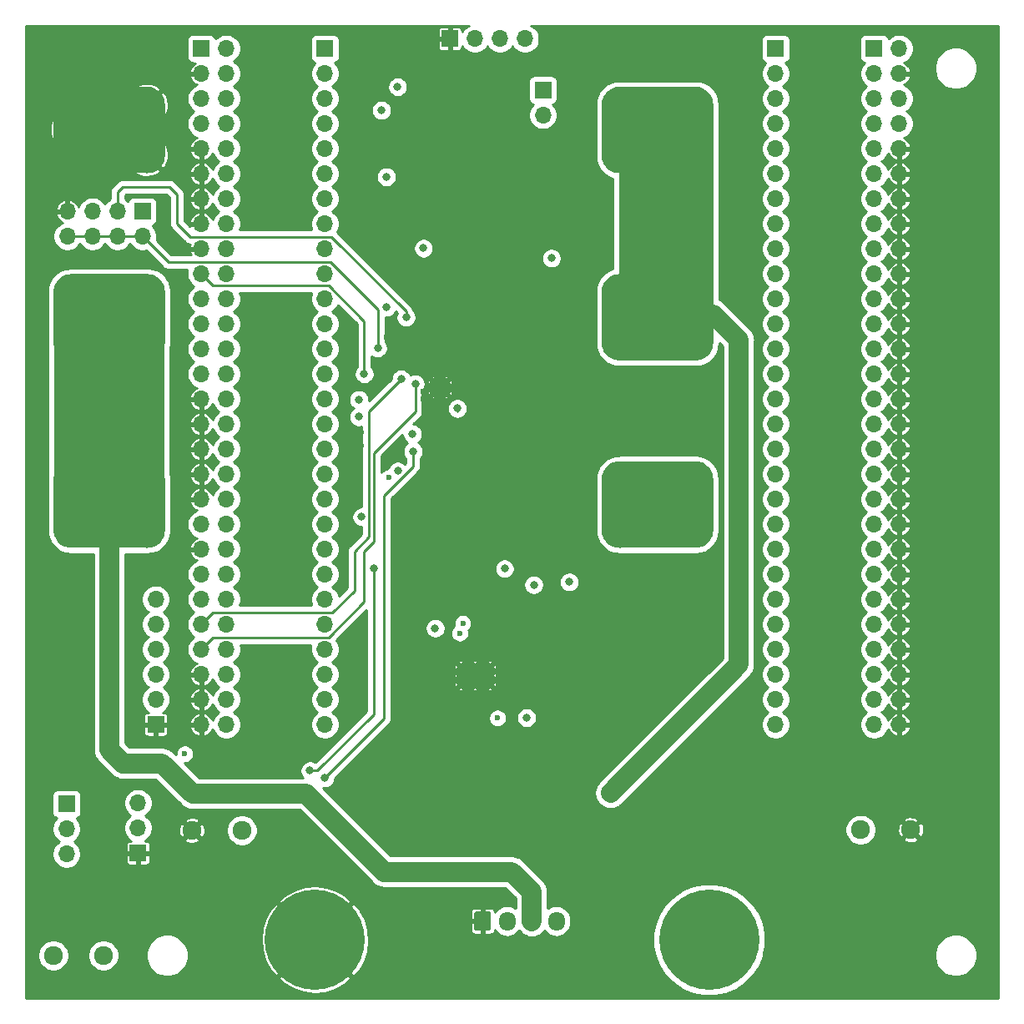
<source format=gbl>
G04 #@! TF.GenerationSoftware,KiCad,Pcbnew,(5.1.5)-3*
G04 #@! TF.CreationDate,2020-08-31T23:00:58+02:00*
G04 #@! TF.ProjectId,NFC_hatch,4e46435f-6861-4746-9368-2e6b69636164,rev?*
G04 #@! TF.SameCoordinates,Original*
G04 #@! TF.FileFunction,Copper,L4,Bot*
G04 #@! TF.FilePolarity,Positive*
%FSLAX46Y46*%
G04 Gerber Fmt 4.6, Leading zero omitted, Abs format (unit mm)*
G04 Created by KiCad (PCBNEW (5.1.5)-3) date 2020-08-31 23:00:58*
%MOMM*%
%LPD*%
G04 APERTURE LIST*
%ADD10C,0.100000*%
%ADD11C,3.660000*%
%ADD12O,1.700000X1.700000*%
%ADD13R,1.700000X1.700000*%
%ADD14C,0.600000*%
%ADD15C,1.920000*%
%ADD16O,1.700000X1.950000*%
%ADD17C,10.160000*%
%ADD18R,1.800000X1.600000*%
%ADD19C,0.500000*%
%ADD20C,2.000000*%
%ADD21C,0.800000*%
%ADD22C,1.000000*%
%ADD23C,2.000000*%
%ADD24C,3.000000*%
%ADD25C,0.250000*%
%ADD26C,0.254000*%
G04 APERTURE END LIST*
G04 #@! TA.AperFunction,SMDPad,CuDef*
D10*
G36*
X39701530Y-85383427D02*
G01*
X39871408Y-85408626D01*
X40037998Y-85450354D01*
X40199696Y-85508211D01*
X40354944Y-85581638D01*
X40502248Y-85669928D01*
X40640188Y-85772232D01*
X40767437Y-85887563D01*
X40882768Y-86014812D01*
X40985072Y-86152752D01*
X41073362Y-86300056D01*
X41146789Y-86455304D01*
X41204646Y-86617002D01*
X41246374Y-86783592D01*
X41271573Y-86953470D01*
X41280000Y-87125000D01*
X41280000Y-92375000D01*
X41271573Y-92546530D01*
X41246374Y-92716408D01*
X41204646Y-92882998D01*
X41146789Y-93044696D01*
X41073362Y-93199944D01*
X40985072Y-93347248D01*
X40882768Y-93485188D01*
X40767437Y-93612437D01*
X40640188Y-93727768D01*
X40502248Y-93830072D01*
X40354944Y-93918362D01*
X40199696Y-93991789D01*
X40037998Y-94049646D01*
X39871408Y-94091374D01*
X39701530Y-94116573D01*
X39530000Y-94125000D01*
X31730000Y-94125000D01*
X31558470Y-94116573D01*
X31388592Y-94091374D01*
X31222002Y-94049646D01*
X31060304Y-93991789D01*
X30905056Y-93918362D01*
X30757752Y-93830072D01*
X30619812Y-93727768D01*
X30492563Y-93612437D01*
X30377232Y-93485188D01*
X30274928Y-93347248D01*
X30186638Y-93199944D01*
X30113211Y-93044696D01*
X30055354Y-92882998D01*
X30013626Y-92716408D01*
X29988427Y-92546530D01*
X29980000Y-92375000D01*
X29980000Y-87125000D01*
X29988427Y-86953470D01*
X30013626Y-86783592D01*
X30055354Y-86617002D01*
X30113211Y-86455304D01*
X30186638Y-86300056D01*
X30274928Y-86152752D01*
X30377232Y-86014812D01*
X30492563Y-85887563D01*
X30619812Y-85772232D01*
X30757752Y-85669928D01*
X30905056Y-85581638D01*
X31060304Y-85508211D01*
X31222002Y-85450354D01*
X31388592Y-85408626D01*
X31558470Y-85383427D01*
X31730000Y-85375000D01*
X39530000Y-85375000D01*
X39701530Y-85383427D01*
G37*
G04 #@! TD.AperFunction*
G04 #@! TA.AperFunction,SMDPad,CuDef*
G36*
X95321530Y-85383427D02*
G01*
X95491408Y-85408626D01*
X95657998Y-85450354D01*
X95819696Y-85508211D01*
X95974944Y-85581638D01*
X96122248Y-85669928D01*
X96260188Y-85772232D01*
X96387437Y-85887563D01*
X96502768Y-86014812D01*
X96605072Y-86152752D01*
X96693362Y-86300056D01*
X96766789Y-86455304D01*
X96824646Y-86617002D01*
X96866374Y-86783592D01*
X96891573Y-86953470D01*
X96900000Y-87125000D01*
X96900000Y-92375000D01*
X96891573Y-92546530D01*
X96866374Y-92716408D01*
X96824646Y-92882998D01*
X96766789Y-93044696D01*
X96693362Y-93199944D01*
X96605072Y-93347248D01*
X96502768Y-93485188D01*
X96387437Y-93612437D01*
X96260188Y-93727768D01*
X96122248Y-93830072D01*
X95974944Y-93918362D01*
X95819696Y-93991789D01*
X95657998Y-94049646D01*
X95491408Y-94091374D01*
X95321530Y-94116573D01*
X95150000Y-94125000D01*
X87350000Y-94125000D01*
X87178470Y-94116573D01*
X87008592Y-94091374D01*
X86842002Y-94049646D01*
X86680304Y-93991789D01*
X86525056Y-93918362D01*
X86377752Y-93830072D01*
X86239812Y-93727768D01*
X86112563Y-93612437D01*
X85997232Y-93485188D01*
X85894928Y-93347248D01*
X85806638Y-93199944D01*
X85733211Y-93044696D01*
X85675354Y-92882998D01*
X85633626Y-92716408D01*
X85608427Y-92546530D01*
X85600000Y-92375000D01*
X85600000Y-87125000D01*
X85608427Y-86953470D01*
X85633626Y-86783592D01*
X85675354Y-86617002D01*
X85733211Y-86455304D01*
X85806638Y-86300056D01*
X85894928Y-86152752D01*
X85997232Y-86014812D01*
X86112563Y-85887563D01*
X86239812Y-85772232D01*
X86377752Y-85669928D01*
X86525056Y-85581638D01*
X86680304Y-85508211D01*
X86842002Y-85450354D01*
X87008592Y-85408626D01*
X87178470Y-85383427D01*
X87350000Y-85375000D01*
X95150000Y-85375000D01*
X95321530Y-85383427D01*
G37*
G04 #@! TD.AperFunction*
D11*
X31820000Y-89750000D03*
X95060000Y-89750000D03*
X39440000Y-87210000D03*
X39440000Y-92290000D03*
X87440000Y-87210000D03*
X87440000Y-92290000D03*
G04 #@! TA.AperFunction,SMDPad,CuDef*
D10*
G36*
X95321530Y-66383427D02*
G01*
X95491408Y-66408626D01*
X95657998Y-66450354D01*
X95819696Y-66508211D01*
X95974944Y-66581638D01*
X96122248Y-66669928D01*
X96260188Y-66772232D01*
X96387437Y-66887563D01*
X96502768Y-67014812D01*
X96605072Y-67152752D01*
X96693362Y-67300056D01*
X96766789Y-67455304D01*
X96824646Y-67617002D01*
X96866374Y-67783592D01*
X96891573Y-67953470D01*
X96900000Y-68125000D01*
X96900000Y-73375000D01*
X96891573Y-73546530D01*
X96866374Y-73716408D01*
X96824646Y-73882998D01*
X96766789Y-74044696D01*
X96693362Y-74199944D01*
X96605072Y-74347248D01*
X96502768Y-74485188D01*
X96387437Y-74612437D01*
X96260188Y-74727768D01*
X96122248Y-74830072D01*
X95974944Y-74918362D01*
X95819696Y-74991789D01*
X95657998Y-75049646D01*
X95491408Y-75091374D01*
X95321530Y-75116573D01*
X95150000Y-75125000D01*
X87350000Y-75125000D01*
X87178470Y-75116573D01*
X87008592Y-75091374D01*
X86842002Y-75049646D01*
X86680304Y-74991789D01*
X86525056Y-74918362D01*
X86377752Y-74830072D01*
X86239812Y-74727768D01*
X86112563Y-74612437D01*
X85997232Y-74485188D01*
X85894928Y-74347248D01*
X85806638Y-74199944D01*
X85733211Y-74044696D01*
X85675354Y-73882998D01*
X85633626Y-73716408D01*
X85608427Y-73546530D01*
X85600000Y-73375000D01*
X85600000Y-68125000D01*
X85608427Y-67953470D01*
X85633626Y-67783592D01*
X85675354Y-67617002D01*
X85733211Y-67455304D01*
X85806638Y-67300056D01*
X85894928Y-67152752D01*
X85997232Y-67014812D01*
X86112563Y-66887563D01*
X86239812Y-66772232D01*
X86377752Y-66669928D01*
X86525056Y-66581638D01*
X86680304Y-66508211D01*
X86842002Y-66450354D01*
X87008592Y-66408626D01*
X87178470Y-66383427D01*
X87350000Y-66375000D01*
X95150000Y-66375000D01*
X95321530Y-66383427D01*
G37*
G04 #@! TD.AperFunction*
G04 #@! TA.AperFunction,SMDPad,CuDef*
G36*
X39701530Y-66383427D02*
G01*
X39871408Y-66408626D01*
X40037998Y-66450354D01*
X40199696Y-66508211D01*
X40354944Y-66581638D01*
X40502248Y-66669928D01*
X40640188Y-66772232D01*
X40767437Y-66887563D01*
X40882768Y-67014812D01*
X40985072Y-67152752D01*
X41073362Y-67300056D01*
X41146789Y-67455304D01*
X41204646Y-67617002D01*
X41246374Y-67783592D01*
X41271573Y-67953470D01*
X41280000Y-68125000D01*
X41280000Y-73375000D01*
X41271573Y-73546530D01*
X41246374Y-73716408D01*
X41204646Y-73882998D01*
X41146789Y-74044696D01*
X41073362Y-74199944D01*
X40985072Y-74347248D01*
X40882768Y-74485188D01*
X40767437Y-74612437D01*
X40640188Y-74727768D01*
X40502248Y-74830072D01*
X40354944Y-74918362D01*
X40199696Y-74991789D01*
X40037998Y-75049646D01*
X39871408Y-75091374D01*
X39701530Y-75116573D01*
X39530000Y-75125000D01*
X31730000Y-75125000D01*
X31558470Y-75116573D01*
X31388592Y-75091374D01*
X31222002Y-75049646D01*
X31060304Y-74991789D01*
X30905056Y-74918362D01*
X30757752Y-74830072D01*
X30619812Y-74727768D01*
X30492563Y-74612437D01*
X30377232Y-74485188D01*
X30274928Y-74347248D01*
X30186638Y-74199944D01*
X30113211Y-74044696D01*
X30055354Y-73882998D01*
X30013626Y-73716408D01*
X29988427Y-73546530D01*
X29980000Y-73375000D01*
X29980000Y-68125000D01*
X29988427Y-67953470D01*
X30013626Y-67783592D01*
X30055354Y-67617002D01*
X30113211Y-67455304D01*
X30186638Y-67300056D01*
X30274928Y-67152752D01*
X30377232Y-67014812D01*
X30492563Y-66887563D01*
X30619812Y-66772232D01*
X30757752Y-66669928D01*
X30905056Y-66581638D01*
X31060304Y-66508211D01*
X31222002Y-66450354D01*
X31388592Y-66408626D01*
X31558470Y-66383427D01*
X31730000Y-66375000D01*
X39530000Y-66375000D01*
X39701530Y-66383427D01*
G37*
G04 #@! TD.AperFunction*
D11*
X95060000Y-70750000D03*
X31820000Y-70750000D03*
X87440000Y-73290000D03*
X87440000Y-68210000D03*
X39440000Y-73290000D03*
X39440000Y-68210000D03*
G04 #@! TA.AperFunction,SMDPad,CuDef*
D10*
G36*
X39701530Y-47383427D02*
G01*
X39871408Y-47408626D01*
X40037998Y-47450354D01*
X40199696Y-47508211D01*
X40354944Y-47581638D01*
X40502248Y-47669928D01*
X40640188Y-47772232D01*
X40767437Y-47887563D01*
X40882768Y-48014812D01*
X40985072Y-48152752D01*
X41073362Y-48300056D01*
X41146789Y-48455304D01*
X41204646Y-48617002D01*
X41246374Y-48783592D01*
X41271573Y-48953470D01*
X41280000Y-49125000D01*
X41280000Y-54375000D01*
X41271573Y-54546530D01*
X41246374Y-54716408D01*
X41204646Y-54882998D01*
X41146789Y-55044696D01*
X41073362Y-55199944D01*
X40985072Y-55347248D01*
X40882768Y-55485188D01*
X40767437Y-55612437D01*
X40640188Y-55727768D01*
X40502248Y-55830072D01*
X40354944Y-55918362D01*
X40199696Y-55991789D01*
X40037998Y-56049646D01*
X39871408Y-56091374D01*
X39701530Y-56116573D01*
X39530000Y-56125000D01*
X31730000Y-56125000D01*
X31558470Y-56116573D01*
X31388592Y-56091374D01*
X31222002Y-56049646D01*
X31060304Y-55991789D01*
X30905056Y-55918362D01*
X30757752Y-55830072D01*
X30619812Y-55727768D01*
X30492563Y-55612437D01*
X30377232Y-55485188D01*
X30274928Y-55347248D01*
X30186638Y-55199944D01*
X30113211Y-55044696D01*
X30055354Y-54882998D01*
X30013626Y-54716408D01*
X29988427Y-54546530D01*
X29980000Y-54375000D01*
X29980000Y-49125000D01*
X29988427Y-48953470D01*
X30013626Y-48783592D01*
X30055354Y-48617002D01*
X30113211Y-48455304D01*
X30186638Y-48300056D01*
X30274928Y-48152752D01*
X30377232Y-48014812D01*
X30492563Y-47887563D01*
X30619812Y-47772232D01*
X30757752Y-47669928D01*
X30905056Y-47581638D01*
X31060304Y-47508211D01*
X31222002Y-47450354D01*
X31388592Y-47408626D01*
X31558470Y-47383427D01*
X31730000Y-47375000D01*
X39530000Y-47375000D01*
X39701530Y-47383427D01*
G37*
G04 #@! TD.AperFunction*
G04 #@! TA.AperFunction,SMDPad,CuDef*
G36*
X95321530Y-47383427D02*
G01*
X95491408Y-47408626D01*
X95657998Y-47450354D01*
X95819696Y-47508211D01*
X95974944Y-47581638D01*
X96122248Y-47669928D01*
X96260188Y-47772232D01*
X96387437Y-47887563D01*
X96502768Y-48014812D01*
X96605072Y-48152752D01*
X96693362Y-48300056D01*
X96766789Y-48455304D01*
X96824646Y-48617002D01*
X96866374Y-48783592D01*
X96891573Y-48953470D01*
X96900000Y-49125000D01*
X96900000Y-54375000D01*
X96891573Y-54546530D01*
X96866374Y-54716408D01*
X96824646Y-54882998D01*
X96766789Y-55044696D01*
X96693362Y-55199944D01*
X96605072Y-55347248D01*
X96502768Y-55485188D01*
X96387437Y-55612437D01*
X96260188Y-55727768D01*
X96122248Y-55830072D01*
X95974944Y-55918362D01*
X95819696Y-55991789D01*
X95657998Y-56049646D01*
X95491408Y-56091374D01*
X95321530Y-56116573D01*
X95150000Y-56125000D01*
X87350000Y-56125000D01*
X87178470Y-56116573D01*
X87008592Y-56091374D01*
X86842002Y-56049646D01*
X86680304Y-55991789D01*
X86525056Y-55918362D01*
X86377752Y-55830072D01*
X86239812Y-55727768D01*
X86112563Y-55612437D01*
X85997232Y-55485188D01*
X85894928Y-55347248D01*
X85806638Y-55199944D01*
X85733211Y-55044696D01*
X85675354Y-54882998D01*
X85633626Y-54716408D01*
X85608427Y-54546530D01*
X85600000Y-54375000D01*
X85600000Y-49125000D01*
X85608427Y-48953470D01*
X85633626Y-48783592D01*
X85675354Y-48617002D01*
X85733211Y-48455304D01*
X85806638Y-48300056D01*
X85894928Y-48152752D01*
X85997232Y-48014812D01*
X86112563Y-47887563D01*
X86239812Y-47772232D01*
X86377752Y-47669928D01*
X86525056Y-47581638D01*
X86680304Y-47508211D01*
X86842002Y-47450354D01*
X87008592Y-47408626D01*
X87178470Y-47383427D01*
X87350000Y-47375000D01*
X95150000Y-47375000D01*
X95321530Y-47383427D01*
G37*
G04 #@! TD.AperFunction*
D11*
X31820000Y-51750000D03*
X95060000Y-51750000D03*
X39440000Y-49210000D03*
X39440000Y-54290000D03*
X87440000Y-49210000D03*
X87440000Y-54290000D03*
D12*
X31380000Y-62540000D03*
X31380000Y-60000000D03*
X33920000Y-62540000D03*
X33920000Y-60000000D03*
X36460000Y-62540000D03*
X36460000Y-60000000D03*
X39000000Y-62540000D03*
D13*
X39000000Y-60000000D03*
D14*
X74250000Y-106200000D03*
X74250000Y-107100000D03*
X74250000Y-108000000D03*
X72750000Y-106200000D03*
X72750000Y-107100000D03*
X72750000Y-108000000D03*
X71250000Y-106200000D03*
X71250000Y-107100000D03*
X71250000Y-108000000D03*
G04 #@! TA.AperFunction,Conductor*
D10*
G36*
X74279405Y-105901445D02*
G01*
X74308527Y-105905764D01*
X74337085Y-105912918D01*
X74364805Y-105922836D01*
X74391419Y-105935424D01*
X74416671Y-105950559D01*
X74440318Y-105968097D01*
X74462132Y-105987868D01*
X74481903Y-106009682D01*
X74499441Y-106033329D01*
X74514576Y-106058581D01*
X74527164Y-106085195D01*
X74537082Y-106112915D01*
X74544236Y-106141473D01*
X74548555Y-106170595D01*
X74550000Y-106200000D01*
X74550000Y-108000000D01*
X74548555Y-108029405D01*
X74544236Y-108058527D01*
X74537082Y-108087085D01*
X74527164Y-108114805D01*
X74514576Y-108141419D01*
X74499441Y-108166671D01*
X74481903Y-108190318D01*
X74462132Y-108212132D01*
X74440318Y-108231903D01*
X74416671Y-108249441D01*
X74391419Y-108264576D01*
X74364805Y-108277164D01*
X74337085Y-108287082D01*
X74308527Y-108294236D01*
X74279405Y-108298555D01*
X74250000Y-108300000D01*
X71250000Y-108300000D01*
X71220595Y-108298555D01*
X71191473Y-108294236D01*
X71162915Y-108287082D01*
X71135195Y-108277164D01*
X71108581Y-108264576D01*
X71083329Y-108249441D01*
X71059682Y-108231903D01*
X71037868Y-108212132D01*
X71018097Y-108190318D01*
X71000559Y-108166671D01*
X70985424Y-108141419D01*
X70972836Y-108114805D01*
X70962918Y-108087085D01*
X70955764Y-108058527D01*
X70951445Y-108029405D01*
X70950000Y-108000000D01*
X70950000Y-106200000D01*
X70951445Y-106170595D01*
X70955764Y-106141473D01*
X70962918Y-106112915D01*
X70972836Y-106085195D01*
X70985424Y-106058581D01*
X71000559Y-106033329D01*
X71018097Y-106009682D01*
X71037868Y-105987868D01*
X71059682Y-105968097D01*
X71083329Y-105950559D01*
X71108581Y-105935424D01*
X71135195Y-105922836D01*
X71162915Y-105912918D01*
X71191473Y-105905764D01*
X71220595Y-105901445D01*
X71250000Y-105900000D01*
X74250000Y-105900000D01*
X74279405Y-105901445D01*
G37*
G04 #@! TD.AperFunction*
D15*
X35040000Y-135500000D03*
X29960000Y-135500000D03*
D12*
X79630000Y-50230000D03*
D13*
X79630000Y-47690000D03*
X70190000Y-42500000D03*
D12*
X72730000Y-42500000D03*
X75270000Y-42500000D03*
X77810000Y-42500000D03*
X115770000Y-112060000D03*
X113230000Y-112060000D03*
X115770000Y-109520000D03*
X113230000Y-109520000D03*
X115770000Y-106980000D03*
X113230000Y-106980000D03*
X115770000Y-104440000D03*
X113230000Y-104440000D03*
X115770000Y-101900000D03*
X113230000Y-101900000D03*
X115770000Y-99360000D03*
X113230000Y-99360000D03*
X115770000Y-96820000D03*
X113230000Y-96820000D03*
X115770000Y-94280000D03*
X113230000Y-94280000D03*
X115770000Y-91740000D03*
X113230000Y-91740000D03*
X115770000Y-89200000D03*
X113230000Y-89200000D03*
X115770000Y-86660000D03*
X113230000Y-86660000D03*
X115770000Y-84120000D03*
X113230000Y-84120000D03*
X115770000Y-81580000D03*
X113230000Y-81580000D03*
X115770000Y-79040000D03*
X113230000Y-79040000D03*
X115770000Y-76500000D03*
X113230000Y-76500000D03*
X115770000Y-73960000D03*
X113230000Y-73960000D03*
X115770000Y-71420000D03*
X113230000Y-71420000D03*
X115770000Y-68880000D03*
X113230000Y-68880000D03*
X115770000Y-66340000D03*
X113230000Y-66340000D03*
X115770000Y-63800000D03*
X113230000Y-63800000D03*
X115770000Y-61260000D03*
X113230000Y-61260000D03*
X115770000Y-58720000D03*
X113230000Y-58720000D03*
X115770000Y-56180000D03*
X113230000Y-56180000D03*
X115770000Y-53640000D03*
X113230000Y-53640000D03*
X115770000Y-51100000D03*
X113230000Y-51100000D03*
X115770000Y-48560000D03*
X113230000Y-48560000D03*
X115770000Y-46020000D03*
X113230000Y-46020000D03*
X115770000Y-43480000D03*
D13*
X113230000Y-43480000D03*
D12*
X47510000Y-112060000D03*
X44970000Y-112060000D03*
X47510000Y-109520000D03*
X44970000Y-109520000D03*
X47510000Y-106980000D03*
X44970000Y-106980000D03*
X47510000Y-104440000D03*
X44970000Y-104440000D03*
X47510000Y-101900000D03*
X44970000Y-101900000D03*
X47510000Y-99360000D03*
X44970000Y-99360000D03*
X47510000Y-96820000D03*
X44970000Y-96820000D03*
X47510000Y-94280000D03*
X44970000Y-94280000D03*
X47510000Y-91740000D03*
X44970000Y-91740000D03*
X47510000Y-89200000D03*
X44970000Y-89200000D03*
X47510000Y-86660000D03*
X44970000Y-86660000D03*
X47510000Y-84120000D03*
X44970000Y-84120000D03*
X47510000Y-81580000D03*
X44970000Y-81580000D03*
X47510000Y-79040000D03*
X44970000Y-79040000D03*
X47510000Y-76500000D03*
X44970000Y-76500000D03*
X47510000Y-73960000D03*
X44970000Y-73960000D03*
X47510000Y-71420000D03*
X44970000Y-71420000D03*
X47510000Y-68880000D03*
X44970000Y-68880000D03*
X47510000Y-66340000D03*
X44970000Y-66340000D03*
X47510000Y-63800000D03*
X44970000Y-63800000D03*
X47510000Y-61260000D03*
X44970000Y-61260000D03*
X47510000Y-58720000D03*
X44970000Y-58720000D03*
X47510000Y-56180000D03*
X44970000Y-56180000D03*
X47510000Y-53640000D03*
X44970000Y-53640000D03*
X47510000Y-51100000D03*
X44970000Y-51100000D03*
X47510000Y-48560000D03*
X44970000Y-48560000D03*
X47510000Y-46020000D03*
X44970000Y-46020000D03*
X47510000Y-43480000D03*
D13*
X44970000Y-43480000D03*
D12*
X103230000Y-112060000D03*
X103230000Y-109520000D03*
X103230000Y-106980000D03*
X103230000Y-104440000D03*
X103230000Y-101900000D03*
X103230000Y-99360000D03*
X103230000Y-96820000D03*
X103230000Y-94280000D03*
X103230000Y-91740000D03*
X103230000Y-89200000D03*
X103230000Y-86660000D03*
X103230000Y-84120000D03*
X103230000Y-81580000D03*
X103230000Y-79040000D03*
X103230000Y-76500000D03*
X103230000Y-73960000D03*
X103230000Y-71420000D03*
X103230000Y-68880000D03*
X103230000Y-66340000D03*
X103230000Y-63800000D03*
X103230000Y-61260000D03*
X103230000Y-58720000D03*
X103230000Y-56180000D03*
X103230000Y-53640000D03*
X103230000Y-51100000D03*
X103230000Y-48560000D03*
X103230000Y-46020000D03*
D13*
X103230000Y-43480000D03*
D12*
X57510000Y-112060000D03*
X57510000Y-109520000D03*
X57510000Y-106980000D03*
X57510000Y-104440000D03*
X57510000Y-101900000D03*
X57510000Y-99360000D03*
X57510000Y-96820000D03*
X57510000Y-94280000D03*
X57510000Y-91740000D03*
X57510000Y-89200000D03*
X57510000Y-86660000D03*
X57510000Y-84120000D03*
X57510000Y-81580000D03*
X57510000Y-79040000D03*
X57510000Y-76500000D03*
X57510000Y-73960000D03*
X57510000Y-71420000D03*
X57510000Y-68880000D03*
X57510000Y-66340000D03*
X57510000Y-63800000D03*
X57510000Y-61260000D03*
X57510000Y-58720000D03*
X57510000Y-56180000D03*
X57510000Y-53640000D03*
X57510000Y-51100000D03*
X57510000Y-48560000D03*
X57510000Y-46020000D03*
D13*
X57510000Y-43480000D03*
D16*
X81000000Y-132000000D03*
X78500000Y-132000000D03*
X76000000Y-132000000D03*
G04 #@! TA.AperFunction,ComponentPad*
D10*
G36*
X74124504Y-131026204D02*
G01*
X74148773Y-131029804D01*
X74172571Y-131035765D01*
X74195671Y-131044030D01*
X74217849Y-131054520D01*
X74238893Y-131067133D01*
X74258598Y-131081747D01*
X74276777Y-131098223D01*
X74293253Y-131116402D01*
X74307867Y-131136107D01*
X74320480Y-131157151D01*
X74330970Y-131179329D01*
X74339235Y-131202429D01*
X74345196Y-131226227D01*
X74348796Y-131250496D01*
X74350000Y-131275000D01*
X74350000Y-132725000D01*
X74348796Y-132749504D01*
X74345196Y-132773773D01*
X74339235Y-132797571D01*
X74330970Y-132820671D01*
X74320480Y-132842849D01*
X74307867Y-132863893D01*
X74293253Y-132883598D01*
X74276777Y-132901777D01*
X74258598Y-132918253D01*
X74238893Y-132932867D01*
X74217849Y-132945480D01*
X74195671Y-132955970D01*
X74172571Y-132964235D01*
X74148773Y-132970196D01*
X74124504Y-132973796D01*
X74100000Y-132975000D01*
X72900000Y-132975000D01*
X72875496Y-132973796D01*
X72851227Y-132970196D01*
X72827429Y-132964235D01*
X72804329Y-132955970D01*
X72782151Y-132945480D01*
X72761107Y-132932867D01*
X72741402Y-132918253D01*
X72723223Y-132901777D01*
X72706747Y-132883598D01*
X72692133Y-132863893D01*
X72679520Y-132842849D01*
X72669030Y-132820671D01*
X72660765Y-132797571D01*
X72654804Y-132773773D01*
X72651204Y-132749504D01*
X72650000Y-132725000D01*
X72650000Y-131275000D01*
X72651204Y-131250496D01*
X72654804Y-131226227D01*
X72660765Y-131202429D01*
X72669030Y-131179329D01*
X72679520Y-131157151D01*
X72692133Y-131136107D01*
X72706747Y-131116402D01*
X72723223Y-131098223D01*
X72741402Y-131081747D01*
X72761107Y-131067133D01*
X72782151Y-131054520D01*
X72804329Y-131044030D01*
X72827429Y-131035765D01*
X72851227Y-131029804D01*
X72875496Y-131026204D01*
X72900000Y-131025000D01*
X74100000Y-131025000D01*
X74124504Y-131026204D01*
G37*
G04 #@! TD.AperFunction*
D17*
X56500000Y-133900000D03*
X96500000Y-133900000D03*
D18*
X69150000Y-77850000D03*
D19*
X68500000Y-78400000D03*
X68500000Y-77300000D03*
X69800000Y-78400000D03*
X69800000Y-77300000D03*
D12*
X40350000Y-99360000D03*
X40350000Y-101900000D03*
X40350000Y-104440000D03*
X40350000Y-106980000D03*
X40350000Y-109520000D03*
D13*
X40350000Y-112060000D03*
D15*
X111860000Y-122750000D03*
X116940000Y-122750000D03*
D13*
X31300000Y-120120000D03*
D12*
X31300000Y-122660000D03*
X31300000Y-125200000D03*
X38550000Y-120020000D03*
X38550000Y-122560000D03*
D13*
X38550000Y-125100000D03*
D15*
X44010000Y-122800000D03*
X49090000Y-122800000D03*
D14*
X64000000Y-87000000D03*
D20*
X86500000Y-119000000D03*
D21*
X68700000Y-102300000D03*
X78700000Y-97900000D03*
X82300000Y-97600000D03*
D14*
X71200000Y-102800000D03*
D21*
X77975000Y-111375000D03*
D14*
X43300000Y-115050000D03*
D21*
X65750000Y-70750000D03*
D14*
X75020000Y-111410000D03*
D21*
X64900000Y-86350000D03*
X70950000Y-80000000D03*
X66400000Y-82600000D03*
X61500000Y-76500000D03*
X75750000Y-96250000D03*
D14*
X52000000Y-82900000D03*
X51900000Y-72700000D03*
D21*
X61500000Y-102500000D03*
X75500000Y-100400000D03*
X76750000Y-104225000D03*
X68775000Y-104250000D03*
X68975000Y-109975000D03*
X76350000Y-110000000D03*
D22*
X73500000Y-46500000D03*
X73500000Y-52500000D03*
X51500000Y-48500000D03*
X54500000Y-48500000D03*
D14*
X63500000Y-86000000D03*
X61200000Y-82400000D03*
X61200000Y-83800000D03*
X77000000Y-91800000D03*
X51800000Y-98200000D03*
X86200000Y-60700000D03*
X86200000Y-62100000D03*
X86200000Y-63500000D03*
X86200000Y-64900000D03*
D21*
X76750000Y-108000000D03*
X79250000Y-108000000D03*
X82250000Y-104000000D03*
X82250000Y-105500000D03*
D14*
X64750000Y-98250000D03*
X65750000Y-96000000D03*
X68250000Y-98250000D03*
X68250000Y-96000000D03*
X64500000Y-106250000D03*
X66250000Y-107000000D03*
X67500000Y-107000000D03*
X68500000Y-106000000D03*
X66250000Y-89250000D03*
X66250000Y-91250000D03*
X67750000Y-91250000D03*
X67750000Y-89250000D03*
X60750000Y-86000000D03*
X59500000Y-85000000D03*
X59500000Y-82750000D03*
X59500000Y-80750000D03*
X59500000Y-78750000D03*
X59500000Y-77000000D03*
X62750000Y-77500000D03*
X63750000Y-76750000D03*
X64750000Y-74250000D03*
X65750000Y-74250000D03*
X63750000Y-72750000D03*
X64250000Y-71500000D03*
X67250000Y-70750000D03*
X67250000Y-69750000D03*
X68250000Y-69750000D03*
X67250000Y-68750000D03*
X68250000Y-68750000D03*
X84250000Y-60250000D03*
X85250000Y-60250000D03*
X85250000Y-65750000D03*
X84250000Y-65750000D03*
X71250000Y-77250000D03*
X71250000Y-76250000D03*
X72000000Y-79000000D03*
X72750000Y-78250000D03*
X72750000Y-79750000D03*
X73250000Y-85000000D03*
X73250000Y-84000000D03*
X73250000Y-82000000D03*
X72250000Y-80750000D03*
X72750000Y-85750000D03*
X73250000Y-83000000D03*
X67500000Y-78250000D03*
X67500000Y-79000000D03*
X60000000Y-61750000D03*
X60000000Y-60000000D03*
X60000000Y-58250000D03*
X60000000Y-56500000D03*
X60000000Y-54750000D03*
X60000000Y-52750000D03*
X61750000Y-58250000D03*
X63500000Y-58250000D03*
X65250000Y-58250000D03*
X67750000Y-58250000D03*
X69500000Y-58250000D03*
X71250000Y-58250000D03*
X69500000Y-56500000D03*
X67750000Y-56500000D03*
X66250000Y-56500000D03*
X74250000Y-56500000D03*
X76000000Y-56500000D03*
X77750000Y-56500000D03*
X79500000Y-56500000D03*
X79500000Y-54750000D03*
X77750000Y-54750000D03*
X76000000Y-54750000D03*
X74250000Y-54750000D03*
X72500000Y-54750000D03*
X89500000Y-83750000D03*
X89500000Y-82000000D03*
X89500000Y-80250000D03*
X89500000Y-78500000D03*
X89500000Y-76750000D03*
X91250000Y-76750000D03*
X91250000Y-78500000D03*
X91250000Y-80250000D03*
X91250000Y-82000000D03*
X91250000Y-83750000D03*
X79500000Y-81500000D03*
X79500000Y-79750000D03*
X79500000Y-78000000D03*
X66250000Y-108000000D03*
X67500000Y-108000000D03*
X68500000Y-108000000D03*
X68500000Y-107000000D03*
X65250000Y-108000000D03*
X67000000Y-96000000D03*
X67000000Y-95000000D03*
X67500000Y-109000000D03*
X66250000Y-109000000D03*
X65250000Y-109000000D03*
X65250000Y-110000000D03*
X66250000Y-110000000D03*
X67500000Y-110000000D03*
D21*
X76750000Y-106750000D03*
X76750000Y-105500000D03*
X78000000Y-105500000D03*
X79250000Y-105500000D03*
X79250000Y-106750000D03*
X78000000Y-106750000D03*
X78000000Y-104250000D03*
X79250000Y-104250000D03*
X75500000Y-99000000D03*
X76750000Y-93000000D03*
X84500000Y-90000000D03*
X84500000Y-92000000D03*
X86000000Y-95250000D03*
X86000000Y-97000000D03*
X84500000Y-98250000D03*
D14*
X69000000Y-97250000D03*
X69000000Y-94250000D03*
X69000000Y-93000000D03*
X67750000Y-95250000D03*
X70750000Y-92000000D03*
X69500000Y-92000000D03*
X68200000Y-93400000D03*
X87000000Y-104250000D03*
X85500000Y-107750000D03*
X83750000Y-111250000D03*
X82000000Y-115000000D03*
X81750000Y-119250000D03*
X81750000Y-123250000D03*
X83500000Y-121250000D03*
X84000000Y-116500000D03*
X86250000Y-112750000D03*
X87750000Y-109250000D03*
X64000000Y-119000000D03*
X65500000Y-114250000D03*
X63750000Y-122750000D03*
X64750000Y-130750000D03*
X68250000Y-130750000D03*
X68250000Y-133500000D03*
X64750000Y-133500000D03*
X68250000Y-137000000D03*
X64750000Y-137000000D03*
X73000000Y-137000000D03*
X77500000Y-137000000D03*
X81250000Y-137000000D03*
X85500000Y-137000000D03*
X88000000Y-133500000D03*
X41500000Y-122750000D03*
X42500000Y-125000000D03*
X42000000Y-121000000D03*
X60500000Y-128000000D03*
X57750000Y-126750000D03*
X53750000Y-127000000D03*
X51250000Y-129000000D03*
X49750000Y-132250000D03*
X49500000Y-135250000D03*
X50750000Y-138250000D03*
X119000000Y-119000000D03*
X119000000Y-126500000D03*
X114500000Y-126500000D03*
X114500000Y-119000000D03*
X114500000Y-122750000D03*
X45500000Y-125000000D03*
X46250000Y-122250000D03*
D21*
X80500000Y-64750000D03*
X60950000Y-80850000D03*
X60950000Y-79100000D03*
X66450000Y-84350000D03*
X57500000Y-117500000D03*
X63750000Y-69750000D03*
X63750000Y-56500000D03*
X65250000Y-77000000D03*
X67500000Y-63750000D03*
X61250000Y-91000000D03*
X56000000Y-116750000D03*
X62500000Y-96250000D03*
X63250000Y-49750000D03*
X64875000Y-47375000D03*
X66676998Y-77500000D03*
D14*
X71500000Y-101800000D03*
D21*
X62875000Y-73875000D03*
D23*
X96960000Y-70500000D02*
X91310000Y-70500000D01*
X99500000Y-106000000D02*
X99500000Y-73040000D01*
X99500000Y-73040000D02*
X96960000Y-70500000D01*
X86500000Y-119000000D02*
X99500000Y-106000000D01*
D24*
X91250000Y-70440000D02*
X91310000Y-70500000D01*
X91250000Y-51750000D02*
X91250000Y-70440000D01*
X35690000Y-89190000D02*
X35630000Y-89250000D01*
X35690000Y-70500000D02*
X35690000Y-89190000D01*
D23*
X78500000Y-129025000D02*
X78500000Y-132000000D01*
X76475000Y-127000000D02*
X78500000Y-129025000D01*
X63500000Y-127000000D02*
X76475000Y-127000000D01*
X55600001Y-119100001D02*
X63500000Y-127000000D01*
X35630000Y-89250000D02*
X35630000Y-114630000D01*
X37000000Y-116000000D02*
X41000000Y-116000000D01*
X44100001Y-119100001D02*
X55600001Y-119100001D01*
X35630000Y-114630000D02*
X37000000Y-116000000D01*
X41000000Y-116000000D02*
X44100001Y-119100001D01*
D25*
X41750000Y-57500000D02*
X37000000Y-57500000D01*
X65750000Y-70184315D02*
X58190684Y-62624999D01*
X42500000Y-58250000D02*
X41750000Y-57500000D01*
X42500000Y-61250000D02*
X42500000Y-58250000D01*
X37000000Y-57500000D02*
X36460000Y-58040000D01*
X65750000Y-70750000D02*
X65750000Y-70184315D01*
X58190684Y-62624999D02*
X43874999Y-62624999D01*
X36460000Y-58040000D02*
X36460000Y-60000000D01*
X43874999Y-62624999D02*
X42500000Y-61250000D01*
X70950000Y-80000000D02*
X70950000Y-80300000D01*
X61500000Y-71130998D02*
X61500000Y-76500000D01*
X57884003Y-67515001D02*
X61500000Y-71130998D01*
X44970000Y-66340000D02*
X46145001Y-67515001D01*
X46145001Y-67515001D02*
X57884003Y-67515001D01*
X66450000Y-85873002D02*
X63500000Y-88823002D01*
X66450000Y-84350000D02*
X66450000Y-85873002D01*
X63500000Y-88823002D02*
X63500000Y-111500000D01*
X63500000Y-111500000D02*
X57500000Y-117500000D01*
X46145001Y-100724999D02*
X58275001Y-100724999D01*
X44970000Y-101900000D02*
X46145001Y-100724999D01*
X58275001Y-100724999D02*
X60500000Y-98500000D01*
X60500000Y-98500000D02*
X60500000Y-94500000D01*
X61975001Y-80274999D02*
X65250000Y-77000000D01*
X61975001Y-93024999D02*
X61975001Y-80274999D01*
X60500000Y-94500000D02*
X61975001Y-93024999D01*
X56750000Y-116750000D02*
X62500000Y-111000000D01*
X56000000Y-116750000D02*
X56750000Y-116750000D01*
X62500000Y-111000000D02*
X62500000Y-96250000D01*
X66676998Y-77500000D02*
X66676998Y-80323002D01*
X66676998Y-80323002D02*
X62500000Y-84500000D01*
X62500000Y-84500000D02*
X62500000Y-93500000D01*
X62500000Y-93500000D02*
X61500000Y-94500000D01*
X46145001Y-103264999D02*
X44970000Y-104440000D01*
X57884003Y-103264999D02*
X46145001Y-103264999D01*
X61500000Y-99649002D02*
X57884003Y-103264999D01*
X61500000Y-94500000D02*
X61500000Y-99649002D01*
X62875000Y-69965998D02*
X58074001Y-65164999D01*
X62875000Y-73875000D02*
X62875000Y-69965998D01*
X41624999Y-65164999D02*
X41460000Y-65000000D01*
X58074001Y-65164999D02*
X41624999Y-65164999D01*
X39000000Y-62540000D02*
X31380000Y-62540000D01*
X39000000Y-62540000D02*
X41460000Y-65000000D01*
D26*
G36*
X96773000Y-70974316D02*
G01*
X87427000Y-71071670D01*
X87427000Y-52525684D01*
X96773000Y-52428330D01*
X96773000Y-70974316D01*
G37*
X96773000Y-70974316D02*
X87427000Y-71071670D01*
X87427000Y-52525684D01*
X96773000Y-52428330D01*
X96773000Y-70974316D01*
G36*
X41073000Y-89873000D02*
G01*
X30127000Y-89873000D01*
X30127000Y-70927000D01*
X41073000Y-70927000D01*
X41073000Y-89873000D01*
G37*
X41073000Y-89873000D02*
X30127000Y-89873000D01*
X30127000Y-70927000D01*
X41073000Y-70927000D01*
X41073000Y-89873000D01*
G36*
X72030378Y-41191099D02*
G01*
X71788467Y-41352739D01*
X71582739Y-41558467D01*
X71421099Y-41800378D01*
X71418369Y-41806970D01*
X71418824Y-41650000D01*
X71411545Y-41576095D01*
X71389988Y-41505030D01*
X71354981Y-41439537D01*
X71307869Y-41382131D01*
X71250463Y-41335019D01*
X71184970Y-41300012D01*
X71113905Y-41278455D01*
X71040000Y-41271176D01*
X70411250Y-41273000D01*
X70317000Y-41367250D01*
X70317000Y-42373000D01*
X70337000Y-42373000D01*
X70337000Y-42627000D01*
X70317000Y-42627000D01*
X70317000Y-43632750D01*
X70411250Y-43727000D01*
X71040000Y-43728824D01*
X71113905Y-43721545D01*
X71184970Y-43699988D01*
X71250463Y-43664981D01*
X71307869Y-43617869D01*
X71354981Y-43560463D01*
X71389988Y-43494970D01*
X71411545Y-43423905D01*
X71418824Y-43350000D01*
X71418369Y-43193030D01*
X71421099Y-43199622D01*
X71582739Y-43441533D01*
X71788467Y-43647261D01*
X72030378Y-43808901D01*
X72299175Y-43920240D01*
X72584528Y-43977000D01*
X72875472Y-43977000D01*
X73160825Y-43920240D01*
X73429622Y-43808901D01*
X73671533Y-43647261D01*
X73877261Y-43441533D01*
X74000000Y-43257841D01*
X74122739Y-43441533D01*
X74328467Y-43647261D01*
X74570378Y-43808901D01*
X74839175Y-43920240D01*
X75124528Y-43977000D01*
X75415472Y-43977000D01*
X75700825Y-43920240D01*
X75969622Y-43808901D01*
X76211533Y-43647261D01*
X76417261Y-43441533D01*
X76540000Y-43257841D01*
X76662739Y-43441533D01*
X76868467Y-43647261D01*
X77110378Y-43808901D01*
X77379175Y-43920240D01*
X77664528Y-43977000D01*
X77955472Y-43977000D01*
X78240825Y-43920240D01*
X78509622Y-43808901D01*
X78751533Y-43647261D01*
X78957261Y-43441533D01*
X79118901Y-43199622D01*
X79230240Y-42930825D01*
X79287000Y-42645472D01*
X79287000Y-42630000D01*
X101749967Y-42630000D01*
X101749967Y-44330000D01*
X101762073Y-44452913D01*
X101797925Y-44571103D01*
X101856147Y-44680028D01*
X101934499Y-44775501D01*
X102029972Y-44853853D01*
X102138897Y-44912075D01*
X102223475Y-44937731D01*
X102082739Y-45078467D01*
X101921099Y-45320378D01*
X101809760Y-45589175D01*
X101753000Y-45874528D01*
X101753000Y-46165472D01*
X101809760Y-46450825D01*
X101921099Y-46719622D01*
X102082739Y-46961533D01*
X102288467Y-47167261D01*
X102472159Y-47290000D01*
X102288467Y-47412739D01*
X102082739Y-47618467D01*
X101921099Y-47860378D01*
X101809760Y-48129175D01*
X101753000Y-48414528D01*
X101753000Y-48705472D01*
X101809760Y-48990825D01*
X101921099Y-49259622D01*
X102082739Y-49501533D01*
X102288467Y-49707261D01*
X102472159Y-49830000D01*
X102288467Y-49952739D01*
X102082739Y-50158467D01*
X101921099Y-50400378D01*
X101809760Y-50669175D01*
X101753000Y-50954528D01*
X101753000Y-51245472D01*
X101809760Y-51530825D01*
X101921099Y-51799622D01*
X102082739Y-52041533D01*
X102288467Y-52247261D01*
X102472159Y-52370000D01*
X102288467Y-52492739D01*
X102082739Y-52698467D01*
X101921099Y-52940378D01*
X101809760Y-53209175D01*
X101753000Y-53494528D01*
X101753000Y-53785472D01*
X101809760Y-54070825D01*
X101921099Y-54339622D01*
X102082739Y-54581533D01*
X102288467Y-54787261D01*
X102472159Y-54910000D01*
X102288467Y-55032739D01*
X102082739Y-55238467D01*
X101921099Y-55480378D01*
X101809760Y-55749175D01*
X101753000Y-56034528D01*
X101753000Y-56325472D01*
X101809760Y-56610825D01*
X101921099Y-56879622D01*
X102082739Y-57121533D01*
X102288467Y-57327261D01*
X102472159Y-57450000D01*
X102288467Y-57572739D01*
X102082739Y-57778467D01*
X101921099Y-58020378D01*
X101809760Y-58289175D01*
X101753000Y-58574528D01*
X101753000Y-58865472D01*
X101809760Y-59150825D01*
X101921099Y-59419622D01*
X102082739Y-59661533D01*
X102288467Y-59867261D01*
X102472159Y-59990000D01*
X102288467Y-60112739D01*
X102082739Y-60318467D01*
X101921099Y-60560378D01*
X101809760Y-60829175D01*
X101753000Y-61114528D01*
X101753000Y-61405472D01*
X101809760Y-61690825D01*
X101921099Y-61959622D01*
X102082739Y-62201533D01*
X102288467Y-62407261D01*
X102472159Y-62530000D01*
X102288467Y-62652739D01*
X102082739Y-62858467D01*
X101921099Y-63100378D01*
X101809760Y-63369175D01*
X101753000Y-63654528D01*
X101753000Y-63945472D01*
X101809760Y-64230825D01*
X101921099Y-64499622D01*
X102082739Y-64741533D01*
X102288467Y-64947261D01*
X102472159Y-65070000D01*
X102288467Y-65192739D01*
X102082739Y-65398467D01*
X101921099Y-65640378D01*
X101809760Y-65909175D01*
X101753000Y-66194528D01*
X101753000Y-66485472D01*
X101809760Y-66770825D01*
X101921099Y-67039622D01*
X102082739Y-67281533D01*
X102288467Y-67487261D01*
X102472159Y-67610000D01*
X102288467Y-67732739D01*
X102082739Y-67938467D01*
X101921099Y-68180378D01*
X101809760Y-68449175D01*
X101753000Y-68734528D01*
X101753000Y-69025472D01*
X101809760Y-69310825D01*
X101921099Y-69579622D01*
X102082739Y-69821533D01*
X102288467Y-70027261D01*
X102472159Y-70150000D01*
X102288467Y-70272739D01*
X102082739Y-70478467D01*
X101921099Y-70720378D01*
X101809760Y-70989175D01*
X101753000Y-71274528D01*
X101753000Y-71565472D01*
X101809760Y-71850825D01*
X101921099Y-72119622D01*
X102082739Y-72361533D01*
X102288467Y-72567261D01*
X102472159Y-72690000D01*
X102288467Y-72812739D01*
X102082739Y-73018467D01*
X101921099Y-73260378D01*
X101809760Y-73529175D01*
X101753000Y-73814528D01*
X101753000Y-74105472D01*
X101809760Y-74390825D01*
X101921099Y-74659622D01*
X102082739Y-74901533D01*
X102288467Y-75107261D01*
X102472159Y-75230000D01*
X102288467Y-75352739D01*
X102082739Y-75558467D01*
X101921099Y-75800378D01*
X101809760Y-76069175D01*
X101753000Y-76354528D01*
X101753000Y-76645472D01*
X101809760Y-76930825D01*
X101921099Y-77199622D01*
X102082739Y-77441533D01*
X102288467Y-77647261D01*
X102472159Y-77770000D01*
X102288467Y-77892739D01*
X102082739Y-78098467D01*
X101921099Y-78340378D01*
X101809760Y-78609175D01*
X101753000Y-78894528D01*
X101753000Y-79185472D01*
X101809760Y-79470825D01*
X101921099Y-79739622D01*
X102082739Y-79981533D01*
X102288467Y-80187261D01*
X102472159Y-80310000D01*
X102288467Y-80432739D01*
X102082739Y-80638467D01*
X101921099Y-80880378D01*
X101809760Y-81149175D01*
X101753000Y-81434528D01*
X101753000Y-81725472D01*
X101809760Y-82010825D01*
X101921099Y-82279622D01*
X102082739Y-82521533D01*
X102288467Y-82727261D01*
X102472159Y-82850000D01*
X102288467Y-82972739D01*
X102082739Y-83178467D01*
X101921099Y-83420378D01*
X101809760Y-83689175D01*
X101753000Y-83974528D01*
X101753000Y-84265472D01*
X101809760Y-84550825D01*
X101921099Y-84819622D01*
X102082739Y-85061533D01*
X102288467Y-85267261D01*
X102472159Y-85390000D01*
X102288467Y-85512739D01*
X102082739Y-85718467D01*
X101921099Y-85960378D01*
X101809760Y-86229175D01*
X101753000Y-86514528D01*
X101753000Y-86805472D01*
X101809760Y-87090825D01*
X101921099Y-87359622D01*
X102082739Y-87601533D01*
X102288467Y-87807261D01*
X102472159Y-87930000D01*
X102288467Y-88052739D01*
X102082739Y-88258467D01*
X101921099Y-88500378D01*
X101809760Y-88769175D01*
X101753000Y-89054528D01*
X101753000Y-89345472D01*
X101809760Y-89630825D01*
X101921099Y-89899622D01*
X102082739Y-90141533D01*
X102288467Y-90347261D01*
X102472159Y-90470000D01*
X102288467Y-90592739D01*
X102082739Y-90798467D01*
X101921099Y-91040378D01*
X101809760Y-91309175D01*
X101753000Y-91594528D01*
X101753000Y-91885472D01*
X101809760Y-92170825D01*
X101921099Y-92439622D01*
X102082739Y-92681533D01*
X102288467Y-92887261D01*
X102472159Y-93010000D01*
X102288467Y-93132739D01*
X102082739Y-93338467D01*
X101921099Y-93580378D01*
X101809760Y-93849175D01*
X101753000Y-94134528D01*
X101753000Y-94425472D01*
X101809760Y-94710825D01*
X101921099Y-94979622D01*
X102082739Y-95221533D01*
X102288467Y-95427261D01*
X102472159Y-95550000D01*
X102288467Y-95672739D01*
X102082739Y-95878467D01*
X101921099Y-96120378D01*
X101809760Y-96389175D01*
X101753000Y-96674528D01*
X101753000Y-96965472D01*
X101809760Y-97250825D01*
X101921099Y-97519622D01*
X102082739Y-97761533D01*
X102288467Y-97967261D01*
X102472159Y-98090000D01*
X102288467Y-98212739D01*
X102082739Y-98418467D01*
X101921099Y-98660378D01*
X101809760Y-98929175D01*
X101753000Y-99214528D01*
X101753000Y-99505472D01*
X101809760Y-99790825D01*
X101921099Y-100059622D01*
X102082739Y-100301533D01*
X102288467Y-100507261D01*
X102472159Y-100630000D01*
X102288467Y-100752739D01*
X102082739Y-100958467D01*
X101921099Y-101200378D01*
X101809760Y-101469175D01*
X101753000Y-101754528D01*
X101753000Y-102045472D01*
X101809760Y-102330825D01*
X101921099Y-102599622D01*
X102082739Y-102841533D01*
X102288467Y-103047261D01*
X102472159Y-103170000D01*
X102288467Y-103292739D01*
X102082739Y-103498467D01*
X101921099Y-103740378D01*
X101809760Y-104009175D01*
X101753000Y-104294528D01*
X101753000Y-104585472D01*
X101809760Y-104870825D01*
X101921099Y-105139622D01*
X102082739Y-105381533D01*
X102288467Y-105587261D01*
X102472159Y-105710000D01*
X102288467Y-105832739D01*
X102082739Y-106038467D01*
X101921099Y-106280378D01*
X101809760Y-106549175D01*
X101753000Y-106834528D01*
X101753000Y-107125472D01*
X101809760Y-107410825D01*
X101921099Y-107679622D01*
X102082739Y-107921533D01*
X102288467Y-108127261D01*
X102472159Y-108250000D01*
X102288467Y-108372739D01*
X102082739Y-108578467D01*
X101921099Y-108820378D01*
X101809760Y-109089175D01*
X101753000Y-109374528D01*
X101753000Y-109665472D01*
X101809760Y-109950825D01*
X101921099Y-110219622D01*
X102082739Y-110461533D01*
X102288467Y-110667261D01*
X102472159Y-110790000D01*
X102288467Y-110912739D01*
X102082739Y-111118467D01*
X101921099Y-111360378D01*
X101809760Y-111629175D01*
X101753000Y-111914528D01*
X101753000Y-112205472D01*
X101809760Y-112490825D01*
X101921099Y-112759622D01*
X102082739Y-113001533D01*
X102288467Y-113207261D01*
X102530378Y-113368901D01*
X102799175Y-113480240D01*
X103084528Y-113537000D01*
X103375472Y-113537000D01*
X103660825Y-113480240D01*
X103929622Y-113368901D01*
X104171533Y-113207261D01*
X104377261Y-113001533D01*
X104538901Y-112759622D01*
X104650240Y-112490825D01*
X104707000Y-112205472D01*
X104707000Y-111914528D01*
X104650240Y-111629175D01*
X104538901Y-111360378D01*
X104377261Y-111118467D01*
X104171533Y-110912739D01*
X103987841Y-110790000D01*
X104171533Y-110667261D01*
X104377261Y-110461533D01*
X104538901Y-110219622D01*
X104650240Y-109950825D01*
X104707000Y-109665472D01*
X104707000Y-109374528D01*
X104650240Y-109089175D01*
X104538901Y-108820378D01*
X104377261Y-108578467D01*
X104171533Y-108372739D01*
X103987841Y-108250000D01*
X104171533Y-108127261D01*
X104377261Y-107921533D01*
X104538901Y-107679622D01*
X104650240Y-107410825D01*
X104707000Y-107125472D01*
X104707000Y-106834528D01*
X104650240Y-106549175D01*
X104538901Y-106280378D01*
X104377261Y-106038467D01*
X104171533Y-105832739D01*
X103987841Y-105710000D01*
X104171533Y-105587261D01*
X104377261Y-105381533D01*
X104538901Y-105139622D01*
X104650240Y-104870825D01*
X104707000Y-104585472D01*
X104707000Y-104294528D01*
X104650240Y-104009175D01*
X104538901Y-103740378D01*
X104377261Y-103498467D01*
X104171533Y-103292739D01*
X103987841Y-103170000D01*
X104171533Y-103047261D01*
X104377261Y-102841533D01*
X104538901Y-102599622D01*
X104650240Y-102330825D01*
X104707000Y-102045472D01*
X104707000Y-101754528D01*
X104650240Y-101469175D01*
X104538901Y-101200378D01*
X104377261Y-100958467D01*
X104171533Y-100752739D01*
X103987841Y-100630000D01*
X104171533Y-100507261D01*
X104377261Y-100301533D01*
X104538901Y-100059622D01*
X104650240Y-99790825D01*
X104707000Y-99505472D01*
X104707000Y-99214528D01*
X104650240Y-98929175D01*
X104538901Y-98660378D01*
X104377261Y-98418467D01*
X104171533Y-98212739D01*
X103987841Y-98090000D01*
X104171533Y-97967261D01*
X104377261Y-97761533D01*
X104538901Y-97519622D01*
X104650240Y-97250825D01*
X104707000Y-96965472D01*
X104707000Y-96674528D01*
X104650240Y-96389175D01*
X104538901Y-96120378D01*
X104377261Y-95878467D01*
X104171533Y-95672739D01*
X103987841Y-95550000D01*
X104171533Y-95427261D01*
X104377261Y-95221533D01*
X104538901Y-94979622D01*
X104650240Y-94710825D01*
X104707000Y-94425472D01*
X104707000Y-94134528D01*
X104650240Y-93849175D01*
X104538901Y-93580378D01*
X104377261Y-93338467D01*
X104171533Y-93132739D01*
X103987841Y-93010000D01*
X104171533Y-92887261D01*
X104377261Y-92681533D01*
X104538901Y-92439622D01*
X104650240Y-92170825D01*
X104707000Y-91885472D01*
X104707000Y-91594528D01*
X104650240Y-91309175D01*
X104538901Y-91040378D01*
X104377261Y-90798467D01*
X104171533Y-90592739D01*
X103987841Y-90470000D01*
X104171533Y-90347261D01*
X104377261Y-90141533D01*
X104538901Y-89899622D01*
X104650240Y-89630825D01*
X104707000Y-89345472D01*
X104707000Y-89054528D01*
X104650240Y-88769175D01*
X104538901Y-88500378D01*
X104377261Y-88258467D01*
X104171533Y-88052739D01*
X103987841Y-87930000D01*
X104171533Y-87807261D01*
X104377261Y-87601533D01*
X104538901Y-87359622D01*
X104650240Y-87090825D01*
X104707000Y-86805472D01*
X104707000Y-86514528D01*
X104650240Y-86229175D01*
X104538901Y-85960378D01*
X104377261Y-85718467D01*
X104171533Y-85512739D01*
X103987841Y-85390000D01*
X104171533Y-85267261D01*
X104377261Y-85061533D01*
X104538901Y-84819622D01*
X104650240Y-84550825D01*
X104707000Y-84265472D01*
X104707000Y-83974528D01*
X104650240Y-83689175D01*
X104538901Y-83420378D01*
X104377261Y-83178467D01*
X104171533Y-82972739D01*
X103987841Y-82850000D01*
X104171533Y-82727261D01*
X104377261Y-82521533D01*
X104538901Y-82279622D01*
X104650240Y-82010825D01*
X104707000Y-81725472D01*
X104707000Y-81434528D01*
X104650240Y-81149175D01*
X104538901Y-80880378D01*
X104377261Y-80638467D01*
X104171533Y-80432739D01*
X103987841Y-80310000D01*
X104171533Y-80187261D01*
X104377261Y-79981533D01*
X104538901Y-79739622D01*
X104650240Y-79470825D01*
X104707000Y-79185472D01*
X104707000Y-78894528D01*
X104650240Y-78609175D01*
X104538901Y-78340378D01*
X104377261Y-78098467D01*
X104171533Y-77892739D01*
X103987841Y-77770000D01*
X104171533Y-77647261D01*
X104377261Y-77441533D01*
X104538901Y-77199622D01*
X104650240Y-76930825D01*
X104707000Y-76645472D01*
X104707000Y-76354528D01*
X104650240Y-76069175D01*
X104538901Y-75800378D01*
X104377261Y-75558467D01*
X104171533Y-75352739D01*
X103987841Y-75230000D01*
X104171533Y-75107261D01*
X104377261Y-74901533D01*
X104538901Y-74659622D01*
X104650240Y-74390825D01*
X104707000Y-74105472D01*
X104707000Y-73814528D01*
X104650240Y-73529175D01*
X104538901Y-73260378D01*
X104377261Y-73018467D01*
X104171533Y-72812739D01*
X103987841Y-72690000D01*
X104171533Y-72567261D01*
X104377261Y-72361533D01*
X104538901Y-72119622D01*
X104650240Y-71850825D01*
X104707000Y-71565472D01*
X104707000Y-71274528D01*
X104650240Y-70989175D01*
X104538901Y-70720378D01*
X104377261Y-70478467D01*
X104171533Y-70272739D01*
X103987841Y-70150000D01*
X104171533Y-70027261D01*
X104377261Y-69821533D01*
X104538901Y-69579622D01*
X104650240Y-69310825D01*
X104707000Y-69025472D01*
X104707000Y-68734528D01*
X104650240Y-68449175D01*
X104538901Y-68180378D01*
X104377261Y-67938467D01*
X104171533Y-67732739D01*
X103987841Y-67610000D01*
X104171533Y-67487261D01*
X104377261Y-67281533D01*
X104538901Y-67039622D01*
X104650240Y-66770825D01*
X104707000Y-66485472D01*
X104707000Y-66194528D01*
X104650240Y-65909175D01*
X104538901Y-65640378D01*
X104377261Y-65398467D01*
X104171533Y-65192739D01*
X103987841Y-65070000D01*
X104171533Y-64947261D01*
X104377261Y-64741533D01*
X104538901Y-64499622D01*
X104650240Y-64230825D01*
X104707000Y-63945472D01*
X104707000Y-63654528D01*
X104650240Y-63369175D01*
X104538901Y-63100378D01*
X104377261Y-62858467D01*
X104171533Y-62652739D01*
X103987841Y-62530000D01*
X104171533Y-62407261D01*
X104377261Y-62201533D01*
X104538901Y-61959622D01*
X104650240Y-61690825D01*
X104707000Y-61405472D01*
X104707000Y-61114528D01*
X104650240Y-60829175D01*
X104538901Y-60560378D01*
X104377261Y-60318467D01*
X104171533Y-60112739D01*
X103987841Y-59990000D01*
X104171533Y-59867261D01*
X104377261Y-59661533D01*
X104538901Y-59419622D01*
X104650240Y-59150825D01*
X104707000Y-58865472D01*
X104707000Y-58574528D01*
X104650240Y-58289175D01*
X104538901Y-58020378D01*
X104377261Y-57778467D01*
X104171533Y-57572739D01*
X103987841Y-57450000D01*
X104171533Y-57327261D01*
X104377261Y-57121533D01*
X104538901Y-56879622D01*
X104650240Y-56610825D01*
X104707000Y-56325472D01*
X104707000Y-56034528D01*
X104650240Y-55749175D01*
X104538901Y-55480378D01*
X104377261Y-55238467D01*
X104171533Y-55032739D01*
X103987841Y-54910000D01*
X104171533Y-54787261D01*
X104377261Y-54581533D01*
X104538901Y-54339622D01*
X104650240Y-54070825D01*
X104707000Y-53785472D01*
X104707000Y-53494528D01*
X104650240Y-53209175D01*
X104538901Y-52940378D01*
X104377261Y-52698467D01*
X104171533Y-52492739D01*
X103987841Y-52370000D01*
X104171533Y-52247261D01*
X104377261Y-52041533D01*
X104538901Y-51799622D01*
X104650240Y-51530825D01*
X104707000Y-51245472D01*
X104707000Y-50954528D01*
X104650240Y-50669175D01*
X104538901Y-50400378D01*
X104377261Y-50158467D01*
X104171533Y-49952739D01*
X103987841Y-49830000D01*
X104171533Y-49707261D01*
X104377261Y-49501533D01*
X104538901Y-49259622D01*
X104650240Y-48990825D01*
X104707000Y-48705472D01*
X104707000Y-48414528D01*
X104650240Y-48129175D01*
X104538901Y-47860378D01*
X104377261Y-47618467D01*
X104171533Y-47412739D01*
X103987841Y-47290000D01*
X104171533Y-47167261D01*
X104377261Y-46961533D01*
X104538901Y-46719622D01*
X104650240Y-46450825D01*
X104707000Y-46165472D01*
X104707000Y-45874528D01*
X104650240Y-45589175D01*
X104538901Y-45320378D01*
X104377261Y-45078467D01*
X104236525Y-44937731D01*
X104321103Y-44912075D01*
X104430028Y-44853853D01*
X104525501Y-44775501D01*
X104603853Y-44680028D01*
X104662075Y-44571103D01*
X104697927Y-44452913D01*
X104710033Y-44330000D01*
X104710033Y-42630000D01*
X111749967Y-42630000D01*
X111749967Y-44330000D01*
X111762073Y-44452913D01*
X111797925Y-44571103D01*
X111856147Y-44680028D01*
X111934499Y-44775501D01*
X112029972Y-44853853D01*
X112138897Y-44912075D01*
X112223475Y-44937731D01*
X112082739Y-45078467D01*
X111921099Y-45320378D01*
X111809760Y-45589175D01*
X111753000Y-45874528D01*
X111753000Y-46165472D01*
X111809760Y-46450825D01*
X111921099Y-46719622D01*
X112082739Y-46961533D01*
X112288467Y-47167261D01*
X112472159Y-47290000D01*
X112288467Y-47412739D01*
X112082739Y-47618467D01*
X111921099Y-47860378D01*
X111809760Y-48129175D01*
X111753000Y-48414528D01*
X111753000Y-48705472D01*
X111809760Y-48990825D01*
X111921099Y-49259622D01*
X112082739Y-49501533D01*
X112288467Y-49707261D01*
X112472159Y-49830000D01*
X112288467Y-49952739D01*
X112082739Y-50158467D01*
X111921099Y-50400378D01*
X111809760Y-50669175D01*
X111753000Y-50954528D01*
X111753000Y-51245472D01*
X111809760Y-51530825D01*
X111921099Y-51799622D01*
X112082739Y-52041533D01*
X112288467Y-52247261D01*
X112472159Y-52370000D01*
X112288467Y-52492739D01*
X112082739Y-52698467D01*
X111921099Y-52940378D01*
X111809760Y-53209175D01*
X111753000Y-53494528D01*
X111753000Y-53785472D01*
X111809760Y-54070825D01*
X111921099Y-54339622D01*
X112082739Y-54581533D01*
X112288467Y-54787261D01*
X112472159Y-54910000D01*
X112288467Y-55032739D01*
X112082739Y-55238467D01*
X111921099Y-55480378D01*
X111809760Y-55749175D01*
X111753000Y-56034528D01*
X111753000Y-56325472D01*
X111809760Y-56610825D01*
X111921099Y-56879622D01*
X112082739Y-57121533D01*
X112288467Y-57327261D01*
X112472159Y-57450000D01*
X112288467Y-57572739D01*
X112082739Y-57778467D01*
X111921099Y-58020378D01*
X111809760Y-58289175D01*
X111753000Y-58574528D01*
X111753000Y-58865472D01*
X111809760Y-59150825D01*
X111921099Y-59419622D01*
X112082739Y-59661533D01*
X112288467Y-59867261D01*
X112472159Y-59990000D01*
X112288467Y-60112739D01*
X112082739Y-60318467D01*
X111921099Y-60560378D01*
X111809760Y-60829175D01*
X111753000Y-61114528D01*
X111753000Y-61405472D01*
X111809760Y-61690825D01*
X111921099Y-61959622D01*
X112082739Y-62201533D01*
X112288467Y-62407261D01*
X112472159Y-62530000D01*
X112288467Y-62652739D01*
X112082739Y-62858467D01*
X111921099Y-63100378D01*
X111809760Y-63369175D01*
X111753000Y-63654528D01*
X111753000Y-63945472D01*
X111809760Y-64230825D01*
X111921099Y-64499622D01*
X112082739Y-64741533D01*
X112288467Y-64947261D01*
X112472159Y-65070000D01*
X112288467Y-65192739D01*
X112082739Y-65398467D01*
X111921099Y-65640378D01*
X111809760Y-65909175D01*
X111753000Y-66194528D01*
X111753000Y-66485472D01*
X111809760Y-66770825D01*
X111921099Y-67039622D01*
X112082739Y-67281533D01*
X112288467Y-67487261D01*
X112472159Y-67610000D01*
X112288467Y-67732739D01*
X112082739Y-67938467D01*
X111921099Y-68180378D01*
X111809760Y-68449175D01*
X111753000Y-68734528D01*
X111753000Y-69025472D01*
X111809760Y-69310825D01*
X111921099Y-69579622D01*
X112082739Y-69821533D01*
X112288467Y-70027261D01*
X112472159Y-70150000D01*
X112288467Y-70272739D01*
X112082739Y-70478467D01*
X111921099Y-70720378D01*
X111809760Y-70989175D01*
X111753000Y-71274528D01*
X111753000Y-71565472D01*
X111809760Y-71850825D01*
X111921099Y-72119622D01*
X112082739Y-72361533D01*
X112288467Y-72567261D01*
X112472159Y-72690000D01*
X112288467Y-72812739D01*
X112082739Y-73018467D01*
X111921099Y-73260378D01*
X111809760Y-73529175D01*
X111753000Y-73814528D01*
X111753000Y-74105472D01*
X111809760Y-74390825D01*
X111921099Y-74659622D01*
X112082739Y-74901533D01*
X112288467Y-75107261D01*
X112472159Y-75230000D01*
X112288467Y-75352739D01*
X112082739Y-75558467D01*
X111921099Y-75800378D01*
X111809760Y-76069175D01*
X111753000Y-76354528D01*
X111753000Y-76645472D01*
X111809760Y-76930825D01*
X111921099Y-77199622D01*
X112082739Y-77441533D01*
X112288467Y-77647261D01*
X112472159Y-77770000D01*
X112288467Y-77892739D01*
X112082739Y-78098467D01*
X111921099Y-78340378D01*
X111809760Y-78609175D01*
X111753000Y-78894528D01*
X111753000Y-79185472D01*
X111809760Y-79470825D01*
X111921099Y-79739622D01*
X112082739Y-79981533D01*
X112288467Y-80187261D01*
X112472159Y-80310000D01*
X112288467Y-80432739D01*
X112082739Y-80638467D01*
X111921099Y-80880378D01*
X111809760Y-81149175D01*
X111753000Y-81434528D01*
X111753000Y-81725472D01*
X111809760Y-82010825D01*
X111921099Y-82279622D01*
X112082739Y-82521533D01*
X112288467Y-82727261D01*
X112472159Y-82850000D01*
X112288467Y-82972739D01*
X112082739Y-83178467D01*
X111921099Y-83420378D01*
X111809760Y-83689175D01*
X111753000Y-83974528D01*
X111753000Y-84265472D01*
X111809760Y-84550825D01*
X111921099Y-84819622D01*
X112082739Y-85061533D01*
X112288467Y-85267261D01*
X112472159Y-85390000D01*
X112288467Y-85512739D01*
X112082739Y-85718467D01*
X111921099Y-85960378D01*
X111809760Y-86229175D01*
X111753000Y-86514528D01*
X111753000Y-86805472D01*
X111809760Y-87090825D01*
X111921099Y-87359622D01*
X112082739Y-87601533D01*
X112288467Y-87807261D01*
X112472159Y-87930000D01*
X112288467Y-88052739D01*
X112082739Y-88258467D01*
X111921099Y-88500378D01*
X111809760Y-88769175D01*
X111753000Y-89054528D01*
X111753000Y-89345472D01*
X111809760Y-89630825D01*
X111921099Y-89899622D01*
X112082739Y-90141533D01*
X112288467Y-90347261D01*
X112472159Y-90470000D01*
X112288467Y-90592739D01*
X112082739Y-90798467D01*
X111921099Y-91040378D01*
X111809760Y-91309175D01*
X111753000Y-91594528D01*
X111753000Y-91885472D01*
X111809760Y-92170825D01*
X111921099Y-92439622D01*
X112082739Y-92681533D01*
X112288467Y-92887261D01*
X112472159Y-93010000D01*
X112288467Y-93132739D01*
X112082739Y-93338467D01*
X111921099Y-93580378D01*
X111809760Y-93849175D01*
X111753000Y-94134528D01*
X111753000Y-94425472D01*
X111809760Y-94710825D01*
X111921099Y-94979622D01*
X112082739Y-95221533D01*
X112288467Y-95427261D01*
X112472159Y-95550000D01*
X112288467Y-95672739D01*
X112082739Y-95878467D01*
X111921099Y-96120378D01*
X111809760Y-96389175D01*
X111753000Y-96674528D01*
X111753000Y-96965472D01*
X111809760Y-97250825D01*
X111921099Y-97519622D01*
X112082739Y-97761533D01*
X112288467Y-97967261D01*
X112472159Y-98090000D01*
X112288467Y-98212739D01*
X112082739Y-98418467D01*
X111921099Y-98660378D01*
X111809760Y-98929175D01*
X111753000Y-99214528D01*
X111753000Y-99505472D01*
X111809760Y-99790825D01*
X111921099Y-100059622D01*
X112082739Y-100301533D01*
X112288467Y-100507261D01*
X112472159Y-100630000D01*
X112288467Y-100752739D01*
X112082739Y-100958467D01*
X111921099Y-101200378D01*
X111809760Y-101469175D01*
X111753000Y-101754528D01*
X111753000Y-102045472D01*
X111809760Y-102330825D01*
X111921099Y-102599622D01*
X112082739Y-102841533D01*
X112288467Y-103047261D01*
X112472159Y-103170000D01*
X112288467Y-103292739D01*
X112082739Y-103498467D01*
X111921099Y-103740378D01*
X111809760Y-104009175D01*
X111753000Y-104294528D01*
X111753000Y-104585472D01*
X111809760Y-104870825D01*
X111921099Y-105139622D01*
X112082739Y-105381533D01*
X112288467Y-105587261D01*
X112472159Y-105710000D01*
X112288467Y-105832739D01*
X112082739Y-106038467D01*
X111921099Y-106280378D01*
X111809760Y-106549175D01*
X111753000Y-106834528D01*
X111753000Y-107125472D01*
X111809760Y-107410825D01*
X111921099Y-107679622D01*
X112082739Y-107921533D01*
X112288467Y-108127261D01*
X112472159Y-108250000D01*
X112288467Y-108372739D01*
X112082739Y-108578467D01*
X111921099Y-108820378D01*
X111809760Y-109089175D01*
X111753000Y-109374528D01*
X111753000Y-109665472D01*
X111809760Y-109950825D01*
X111921099Y-110219622D01*
X112082739Y-110461533D01*
X112288467Y-110667261D01*
X112472159Y-110790000D01*
X112288467Y-110912739D01*
X112082739Y-111118467D01*
X111921099Y-111360378D01*
X111809760Y-111629175D01*
X111753000Y-111914528D01*
X111753000Y-112205472D01*
X111809760Y-112490825D01*
X111921099Y-112759622D01*
X112082739Y-113001533D01*
X112288467Y-113207261D01*
X112530378Y-113368901D01*
X112799175Y-113480240D01*
X113084528Y-113537000D01*
X113375472Y-113537000D01*
X113660825Y-113480240D01*
X113929622Y-113368901D01*
X114171533Y-113207261D01*
X114377261Y-113001533D01*
X114538901Y-112759622D01*
X114637974Y-112520438D01*
X114708014Y-112674597D01*
X114848322Y-112869971D01*
X115024049Y-113034218D01*
X115228443Y-113161026D01*
X115453648Y-113245523D01*
X115643000Y-113186166D01*
X115643000Y-112187000D01*
X115897000Y-112187000D01*
X115897000Y-113186166D01*
X116086352Y-113245523D01*
X116311557Y-113161026D01*
X116515951Y-113034218D01*
X116691678Y-112869971D01*
X116831986Y-112674597D01*
X116931482Y-112455605D01*
X116955518Y-112376351D01*
X116895608Y-112187000D01*
X115897000Y-112187000D01*
X115643000Y-112187000D01*
X115623000Y-112187000D01*
X115623000Y-111933000D01*
X115643000Y-111933000D01*
X115643000Y-110933834D01*
X115897000Y-110933834D01*
X115897000Y-111933000D01*
X116895608Y-111933000D01*
X116955518Y-111743649D01*
X116931482Y-111664395D01*
X116831986Y-111445403D01*
X116691678Y-111250029D01*
X116515951Y-111085782D01*
X116311557Y-110958974D01*
X116086352Y-110874477D01*
X115897000Y-110933834D01*
X115643000Y-110933834D01*
X115453648Y-110874477D01*
X115228443Y-110958974D01*
X115024049Y-111085782D01*
X114848322Y-111250029D01*
X114708014Y-111445403D01*
X114637974Y-111599562D01*
X114538901Y-111360378D01*
X114377261Y-111118467D01*
X114171533Y-110912739D01*
X113987841Y-110790000D01*
X114171533Y-110667261D01*
X114377261Y-110461533D01*
X114538901Y-110219622D01*
X114637974Y-109980438D01*
X114708014Y-110134597D01*
X114848322Y-110329971D01*
X115024049Y-110494218D01*
X115228443Y-110621026D01*
X115453648Y-110705523D01*
X115643000Y-110646166D01*
X115643000Y-109647000D01*
X115897000Y-109647000D01*
X115897000Y-110646166D01*
X116086352Y-110705523D01*
X116311557Y-110621026D01*
X116515951Y-110494218D01*
X116691678Y-110329971D01*
X116831986Y-110134597D01*
X116931482Y-109915605D01*
X116955518Y-109836351D01*
X116895608Y-109647000D01*
X115897000Y-109647000D01*
X115643000Y-109647000D01*
X115623000Y-109647000D01*
X115623000Y-109393000D01*
X115643000Y-109393000D01*
X115643000Y-108393834D01*
X115897000Y-108393834D01*
X115897000Y-109393000D01*
X116895608Y-109393000D01*
X116955518Y-109203649D01*
X116931482Y-109124395D01*
X116831986Y-108905403D01*
X116691678Y-108710029D01*
X116515951Y-108545782D01*
X116311557Y-108418974D01*
X116086352Y-108334477D01*
X115897000Y-108393834D01*
X115643000Y-108393834D01*
X115453648Y-108334477D01*
X115228443Y-108418974D01*
X115024049Y-108545782D01*
X114848322Y-108710029D01*
X114708014Y-108905403D01*
X114637974Y-109059562D01*
X114538901Y-108820378D01*
X114377261Y-108578467D01*
X114171533Y-108372739D01*
X113987841Y-108250000D01*
X114171533Y-108127261D01*
X114377261Y-107921533D01*
X114538901Y-107679622D01*
X114637974Y-107440438D01*
X114708014Y-107594597D01*
X114848322Y-107789971D01*
X115024049Y-107954218D01*
X115228443Y-108081026D01*
X115453648Y-108165523D01*
X115643000Y-108106166D01*
X115643000Y-107107000D01*
X115897000Y-107107000D01*
X115897000Y-108106166D01*
X116086352Y-108165523D01*
X116311557Y-108081026D01*
X116515951Y-107954218D01*
X116691678Y-107789971D01*
X116831986Y-107594597D01*
X116931482Y-107375605D01*
X116955518Y-107296351D01*
X116895608Y-107107000D01*
X115897000Y-107107000D01*
X115643000Y-107107000D01*
X115623000Y-107107000D01*
X115623000Y-106853000D01*
X115643000Y-106853000D01*
X115643000Y-105853834D01*
X115897000Y-105853834D01*
X115897000Y-106853000D01*
X116895608Y-106853000D01*
X116955518Y-106663649D01*
X116931482Y-106584395D01*
X116831986Y-106365403D01*
X116691678Y-106170029D01*
X116515951Y-106005782D01*
X116311557Y-105878974D01*
X116086352Y-105794477D01*
X115897000Y-105853834D01*
X115643000Y-105853834D01*
X115453648Y-105794477D01*
X115228443Y-105878974D01*
X115024049Y-106005782D01*
X114848322Y-106170029D01*
X114708014Y-106365403D01*
X114637974Y-106519562D01*
X114538901Y-106280378D01*
X114377261Y-106038467D01*
X114171533Y-105832739D01*
X113987841Y-105710000D01*
X114171533Y-105587261D01*
X114377261Y-105381533D01*
X114538901Y-105139622D01*
X114637974Y-104900438D01*
X114708014Y-105054597D01*
X114848322Y-105249971D01*
X115024049Y-105414218D01*
X115228443Y-105541026D01*
X115453648Y-105625523D01*
X115643000Y-105566166D01*
X115643000Y-104567000D01*
X115897000Y-104567000D01*
X115897000Y-105566166D01*
X116086352Y-105625523D01*
X116311557Y-105541026D01*
X116515951Y-105414218D01*
X116691678Y-105249971D01*
X116831986Y-105054597D01*
X116931482Y-104835605D01*
X116955518Y-104756351D01*
X116895608Y-104567000D01*
X115897000Y-104567000D01*
X115643000Y-104567000D01*
X115623000Y-104567000D01*
X115623000Y-104313000D01*
X115643000Y-104313000D01*
X115643000Y-103313834D01*
X115897000Y-103313834D01*
X115897000Y-104313000D01*
X116895608Y-104313000D01*
X116955518Y-104123649D01*
X116931482Y-104044395D01*
X116831986Y-103825403D01*
X116691678Y-103630029D01*
X116515951Y-103465782D01*
X116311557Y-103338974D01*
X116086352Y-103254477D01*
X115897000Y-103313834D01*
X115643000Y-103313834D01*
X115453648Y-103254477D01*
X115228443Y-103338974D01*
X115024049Y-103465782D01*
X114848322Y-103630029D01*
X114708014Y-103825403D01*
X114637974Y-103979562D01*
X114538901Y-103740378D01*
X114377261Y-103498467D01*
X114171533Y-103292739D01*
X113987841Y-103170000D01*
X114171533Y-103047261D01*
X114377261Y-102841533D01*
X114538901Y-102599622D01*
X114637974Y-102360438D01*
X114708014Y-102514597D01*
X114848322Y-102709971D01*
X115024049Y-102874218D01*
X115228443Y-103001026D01*
X115453648Y-103085523D01*
X115643000Y-103026166D01*
X115643000Y-102027000D01*
X115897000Y-102027000D01*
X115897000Y-103026166D01*
X116086352Y-103085523D01*
X116311557Y-103001026D01*
X116515951Y-102874218D01*
X116691678Y-102709971D01*
X116831986Y-102514597D01*
X116931482Y-102295605D01*
X116955518Y-102216351D01*
X116895608Y-102027000D01*
X115897000Y-102027000D01*
X115643000Y-102027000D01*
X115623000Y-102027000D01*
X115623000Y-101773000D01*
X115643000Y-101773000D01*
X115643000Y-100773834D01*
X115897000Y-100773834D01*
X115897000Y-101773000D01*
X116895608Y-101773000D01*
X116955518Y-101583649D01*
X116931482Y-101504395D01*
X116831986Y-101285403D01*
X116691678Y-101090029D01*
X116515951Y-100925782D01*
X116311557Y-100798974D01*
X116086352Y-100714477D01*
X115897000Y-100773834D01*
X115643000Y-100773834D01*
X115453648Y-100714477D01*
X115228443Y-100798974D01*
X115024049Y-100925782D01*
X114848322Y-101090029D01*
X114708014Y-101285403D01*
X114637974Y-101439562D01*
X114538901Y-101200378D01*
X114377261Y-100958467D01*
X114171533Y-100752739D01*
X113987841Y-100630000D01*
X114171533Y-100507261D01*
X114377261Y-100301533D01*
X114538901Y-100059622D01*
X114637974Y-99820438D01*
X114708014Y-99974597D01*
X114848322Y-100169971D01*
X115024049Y-100334218D01*
X115228443Y-100461026D01*
X115453648Y-100545523D01*
X115643000Y-100486166D01*
X115643000Y-99487000D01*
X115897000Y-99487000D01*
X115897000Y-100486166D01*
X116086352Y-100545523D01*
X116311557Y-100461026D01*
X116515951Y-100334218D01*
X116691678Y-100169971D01*
X116831986Y-99974597D01*
X116931482Y-99755605D01*
X116955518Y-99676351D01*
X116895608Y-99487000D01*
X115897000Y-99487000D01*
X115643000Y-99487000D01*
X115623000Y-99487000D01*
X115623000Y-99233000D01*
X115643000Y-99233000D01*
X115643000Y-98233834D01*
X115897000Y-98233834D01*
X115897000Y-99233000D01*
X116895608Y-99233000D01*
X116955518Y-99043649D01*
X116931482Y-98964395D01*
X116831986Y-98745403D01*
X116691678Y-98550029D01*
X116515951Y-98385782D01*
X116311557Y-98258974D01*
X116086352Y-98174477D01*
X115897000Y-98233834D01*
X115643000Y-98233834D01*
X115453648Y-98174477D01*
X115228443Y-98258974D01*
X115024049Y-98385782D01*
X114848322Y-98550029D01*
X114708014Y-98745403D01*
X114637974Y-98899562D01*
X114538901Y-98660378D01*
X114377261Y-98418467D01*
X114171533Y-98212739D01*
X113987841Y-98090000D01*
X114171533Y-97967261D01*
X114377261Y-97761533D01*
X114538901Y-97519622D01*
X114637974Y-97280438D01*
X114708014Y-97434597D01*
X114848322Y-97629971D01*
X115024049Y-97794218D01*
X115228443Y-97921026D01*
X115453648Y-98005523D01*
X115643000Y-97946166D01*
X115643000Y-96947000D01*
X115897000Y-96947000D01*
X115897000Y-97946166D01*
X116086352Y-98005523D01*
X116311557Y-97921026D01*
X116515951Y-97794218D01*
X116691678Y-97629971D01*
X116831986Y-97434597D01*
X116931482Y-97215605D01*
X116955518Y-97136351D01*
X116895608Y-96947000D01*
X115897000Y-96947000D01*
X115643000Y-96947000D01*
X115623000Y-96947000D01*
X115623000Y-96693000D01*
X115643000Y-96693000D01*
X115643000Y-95693834D01*
X115897000Y-95693834D01*
X115897000Y-96693000D01*
X116895608Y-96693000D01*
X116955518Y-96503649D01*
X116931482Y-96424395D01*
X116831986Y-96205403D01*
X116691678Y-96010029D01*
X116515951Y-95845782D01*
X116311557Y-95718974D01*
X116086352Y-95634477D01*
X115897000Y-95693834D01*
X115643000Y-95693834D01*
X115453648Y-95634477D01*
X115228443Y-95718974D01*
X115024049Y-95845782D01*
X114848322Y-96010029D01*
X114708014Y-96205403D01*
X114637974Y-96359562D01*
X114538901Y-96120378D01*
X114377261Y-95878467D01*
X114171533Y-95672739D01*
X113987841Y-95550000D01*
X114171533Y-95427261D01*
X114377261Y-95221533D01*
X114538901Y-94979622D01*
X114637974Y-94740438D01*
X114708014Y-94894597D01*
X114848322Y-95089971D01*
X115024049Y-95254218D01*
X115228443Y-95381026D01*
X115453648Y-95465523D01*
X115643000Y-95406166D01*
X115643000Y-94407000D01*
X115897000Y-94407000D01*
X115897000Y-95406166D01*
X116086352Y-95465523D01*
X116311557Y-95381026D01*
X116515951Y-95254218D01*
X116691678Y-95089971D01*
X116831986Y-94894597D01*
X116931482Y-94675605D01*
X116955518Y-94596351D01*
X116895608Y-94407000D01*
X115897000Y-94407000D01*
X115643000Y-94407000D01*
X115623000Y-94407000D01*
X115623000Y-94153000D01*
X115643000Y-94153000D01*
X115643000Y-93153834D01*
X115897000Y-93153834D01*
X115897000Y-94153000D01*
X116895608Y-94153000D01*
X116955518Y-93963649D01*
X116931482Y-93884395D01*
X116831986Y-93665403D01*
X116691678Y-93470029D01*
X116515951Y-93305782D01*
X116311557Y-93178974D01*
X116086352Y-93094477D01*
X115897000Y-93153834D01*
X115643000Y-93153834D01*
X115453648Y-93094477D01*
X115228443Y-93178974D01*
X115024049Y-93305782D01*
X114848322Y-93470029D01*
X114708014Y-93665403D01*
X114637974Y-93819562D01*
X114538901Y-93580378D01*
X114377261Y-93338467D01*
X114171533Y-93132739D01*
X113987841Y-93010000D01*
X114171533Y-92887261D01*
X114377261Y-92681533D01*
X114538901Y-92439622D01*
X114637974Y-92200438D01*
X114708014Y-92354597D01*
X114848322Y-92549971D01*
X115024049Y-92714218D01*
X115228443Y-92841026D01*
X115453648Y-92925523D01*
X115643000Y-92866166D01*
X115643000Y-91867000D01*
X115897000Y-91867000D01*
X115897000Y-92866166D01*
X116086352Y-92925523D01*
X116311557Y-92841026D01*
X116515951Y-92714218D01*
X116691678Y-92549971D01*
X116831986Y-92354597D01*
X116931482Y-92135605D01*
X116955518Y-92056351D01*
X116895608Y-91867000D01*
X115897000Y-91867000D01*
X115643000Y-91867000D01*
X115623000Y-91867000D01*
X115623000Y-91613000D01*
X115643000Y-91613000D01*
X115643000Y-90613834D01*
X115897000Y-90613834D01*
X115897000Y-91613000D01*
X116895608Y-91613000D01*
X116955518Y-91423649D01*
X116931482Y-91344395D01*
X116831986Y-91125403D01*
X116691678Y-90930029D01*
X116515951Y-90765782D01*
X116311557Y-90638974D01*
X116086352Y-90554477D01*
X115897000Y-90613834D01*
X115643000Y-90613834D01*
X115453648Y-90554477D01*
X115228443Y-90638974D01*
X115024049Y-90765782D01*
X114848322Y-90930029D01*
X114708014Y-91125403D01*
X114637974Y-91279562D01*
X114538901Y-91040378D01*
X114377261Y-90798467D01*
X114171533Y-90592739D01*
X113987841Y-90470000D01*
X114171533Y-90347261D01*
X114377261Y-90141533D01*
X114538901Y-89899622D01*
X114637974Y-89660438D01*
X114708014Y-89814597D01*
X114848322Y-90009971D01*
X115024049Y-90174218D01*
X115228443Y-90301026D01*
X115453648Y-90385523D01*
X115643000Y-90326166D01*
X115643000Y-89327000D01*
X115897000Y-89327000D01*
X115897000Y-90326166D01*
X116086352Y-90385523D01*
X116311557Y-90301026D01*
X116515951Y-90174218D01*
X116691678Y-90009971D01*
X116831986Y-89814597D01*
X116931482Y-89595605D01*
X116955518Y-89516351D01*
X116895608Y-89327000D01*
X115897000Y-89327000D01*
X115643000Y-89327000D01*
X115623000Y-89327000D01*
X115623000Y-89073000D01*
X115643000Y-89073000D01*
X115643000Y-88073834D01*
X115897000Y-88073834D01*
X115897000Y-89073000D01*
X116895608Y-89073000D01*
X116955518Y-88883649D01*
X116931482Y-88804395D01*
X116831986Y-88585403D01*
X116691678Y-88390029D01*
X116515951Y-88225782D01*
X116311557Y-88098974D01*
X116086352Y-88014477D01*
X115897000Y-88073834D01*
X115643000Y-88073834D01*
X115453648Y-88014477D01*
X115228443Y-88098974D01*
X115024049Y-88225782D01*
X114848322Y-88390029D01*
X114708014Y-88585403D01*
X114637974Y-88739562D01*
X114538901Y-88500378D01*
X114377261Y-88258467D01*
X114171533Y-88052739D01*
X113987841Y-87930000D01*
X114171533Y-87807261D01*
X114377261Y-87601533D01*
X114538901Y-87359622D01*
X114637974Y-87120438D01*
X114708014Y-87274597D01*
X114848322Y-87469971D01*
X115024049Y-87634218D01*
X115228443Y-87761026D01*
X115453648Y-87845523D01*
X115643000Y-87786166D01*
X115643000Y-86787000D01*
X115897000Y-86787000D01*
X115897000Y-87786166D01*
X116086352Y-87845523D01*
X116311557Y-87761026D01*
X116515951Y-87634218D01*
X116691678Y-87469971D01*
X116831986Y-87274597D01*
X116931482Y-87055605D01*
X116955518Y-86976351D01*
X116895608Y-86787000D01*
X115897000Y-86787000D01*
X115643000Y-86787000D01*
X115623000Y-86787000D01*
X115623000Y-86533000D01*
X115643000Y-86533000D01*
X115643000Y-85533834D01*
X115897000Y-85533834D01*
X115897000Y-86533000D01*
X116895608Y-86533000D01*
X116955518Y-86343649D01*
X116931482Y-86264395D01*
X116831986Y-86045403D01*
X116691678Y-85850029D01*
X116515951Y-85685782D01*
X116311557Y-85558974D01*
X116086352Y-85474477D01*
X115897000Y-85533834D01*
X115643000Y-85533834D01*
X115453648Y-85474477D01*
X115228443Y-85558974D01*
X115024049Y-85685782D01*
X114848322Y-85850029D01*
X114708014Y-86045403D01*
X114637974Y-86199562D01*
X114538901Y-85960378D01*
X114377261Y-85718467D01*
X114171533Y-85512739D01*
X113987841Y-85390000D01*
X114171533Y-85267261D01*
X114377261Y-85061533D01*
X114538901Y-84819622D01*
X114637974Y-84580438D01*
X114708014Y-84734597D01*
X114848322Y-84929971D01*
X115024049Y-85094218D01*
X115228443Y-85221026D01*
X115453648Y-85305523D01*
X115643000Y-85246166D01*
X115643000Y-84247000D01*
X115897000Y-84247000D01*
X115897000Y-85246166D01*
X116086352Y-85305523D01*
X116311557Y-85221026D01*
X116515951Y-85094218D01*
X116691678Y-84929971D01*
X116831986Y-84734597D01*
X116931482Y-84515605D01*
X116955518Y-84436351D01*
X116895608Y-84247000D01*
X115897000Y-84247000D01*
X115643000Y-84247000D01*
X115623000Y-84247000D01*
X115623000Y-83993000D01*
X115643000Y-83993000D01*
X115643000Y-82993834D01*
X115897000Y-82993834D01*
X115897000Y-83993000D01*
X116895608Y-83993000D01*
X116955518Y-83803649D01*
X116931482Y-83724395D01*
X116831986Y-83505403D01*
X116691678Y-83310029D01*
X116515951Y-83145782D01*
X116311557Y-83018974D01*
X116086352Y-82934477D01*
X115897000Y-82993834D01*
X115643000Y-82993834D01*
X115453648Y-82934477D01*
X115228443Y-83018974D01*
X115024049Y-83145782D01*
X114848322Y-83310029D01*
X114708014Y-83505403D01*
X114637974Y-83659562D01*
X114538901Y-83420378D01*
X114377261Y-83178467D01*
X114171533Y-82972739D01*
X113987841Y-82850000D01*
X114171533Y-82727261D01*
X114377261Y-82521533D01*
X114538901Y-82279622D01*
X114637974Y-82040438D01*
X114708014Y-82194597D01*
X114848322Y-82389971D01*
X115024049Y-82554218D01*
X115228443Y-82681026D01*
X115453648Y-82765523D01*
X115643000Y-82706166D01*
X115643000Y-81707000D01*
X115897000Y-81707000D01*
X115897000Y-82706166D01*
X116086352Y-82765523D01*
X116311557Y-82681026D01*
X116515951Y-82554218D01*
X116691678Y-82389971D01*
X116831986Y-82194597D01*
X116931482Y-81975605D01*
X116955518Y-81896351D01*
X116895608Y-81707000D01*
X115897000Y-81707000D01*
X115643000Y-81707000D01*
X115623000Y-81707000D01*
X115623000Y-81453000D01*
X115643000Y-81453000D01*
X115643000Y-80453834D01*
X115897000Y-80453834D01*
X115897000Y-81453000D01*
X116895608Y-81453000D01*
X116955518Y-81263649D01*
X116931482Y-81184395D01*
X116831986Y-80965403D01*
X116691678Y-80770029D01*
X116515951Y-80605782D01*
X116311557Y-80478974D01*
X116086352Y-80394477D01*
X115897000Y-80453834D01*
X115643000Y-80453834D01*
X115453648Y-80394477D01*
X115228443Y-80478974D01*
X115024049Y-80605782D01*
X114848322Y-80770029D01*
X114708014Y-80965403D01*
X114637974Y-81119562D01*
X114538901Y-80880378D01*
X114377261Y-80638467D01*
X114171533Y-80432739D01*
X113987841Y-80310000D01*
X114171533Y-80187261D01*
X114377261Y-79981533D01*
X114538901Y-79739622D01*
X114637974Y-79500438D01*
X114708014Y-79654597D01*
X114848322Y-79849971D01*
X115024049Y-80014218D01*
X115228443Y-80141026D01*
X115453648Y-80225523D01*
X115643000Y-80166166D01*
X115643000Y-79167000D01*
X115897000Y-79167000D01*
X115897000Y-80166166D01*
X116086352Y-80225523D01*
X116311557Y-80141026D01*
X116515951Y-80014218D01*
X116691678Y-79849971D01*
X116831986Y-79654597D01*
X116931482Y-79435605D01*
X116955518Y-79356351D01*
X116895608Y-79167000D01*
X115897000Y-79167000D01*
X115643000Y-79167000D01*
X115623000Y-79167000D01*
X115623000Y-78913000D01*
X115643000Y-78913000D01*
X115643000Y-77913834D01*
X115897000Y-77913834D01*
X115897000Y-78913000D01*
X116895608Y-78913000D01*
X116955518Y-78723649D01*
X116931482Y-78644395D01*
X116831986Y-78425403D01*
X116691678Y-78230029D01*
X116515951Y-78065782D01*
X116311557Y-77938974D01*
X116086352Y-77854477D01*
X115897000Y-77913834D01*
X115643000Y-77913834D01*
X115453648Y-77854477D01*
X115228443Y-77938974D01*
X115024049Y-78065782D01*
X114848322Y-78230029D01*
X114708014Y-78425403D01*
X114637974Y-78579562D01*
X114538901Y-78340378D01*
X114377261Y-78098467D01*
X114171533Y-77892739D01*
X113987841Y-77770000D01*
X114171533Y-77647261D01*
X114377261Y-77441533D01*
X114538901Y-77199622D01*
X114637974Y-76960438D01*
X114708014Y-77114597D01*
X114848322Y-77309971D01*
X115024049Y-77474218D01*
X115228443Y-77601026D01*
X115453648Y-77685523D01*
X115643000Y-77626166D01*
X115643000Y-76627000D01*
X115897000Y-76627000D01*
X115897000Y-77626166D01*
X116086352Y-77685523D01*
X116311557Y-77601026D01*
X116515951Y-77474218D01*
X116691678Y-77309971D01*
X116831986Y-77114597D01*
X116931482Y-76895605D01*
X116955518Y-76816351D01*
X116895608Y-76627000D01*
X115897000Y-76627000D01*
X115643000Y-76627000D01*
X115623000Y-76627000D01*
X115623000Y-76373000D01*
X115643000Y-76373000D01*
X115643000Y-75373834D01*
X115897000Y-75373834D01*
X115897000Y-76373000D01*
X116895608Y-76373000D01*
X116955518Y-76183649D01*
X116931482Y-76104395D01*
X116831986Y-75885403D01*
X116691678Y-75690029D01*
X116515951Y-75525782D01*
X116311557Y-75398974D01*
X116086352Y-75314477D01*
X115897000Y-75373834D01*
X115643000Y-75373834D01*
X115453648Y-75314477D01*
X115228443Y-75398974D01*
X115024049Y-75525782D01*
X114848322Y-75690029D01*
X114708014Y-75885403D01*
X114637974Y-76039562D01*
X114538901Y-75800378D01*
X114377261Y-75558467D01*
X114171533Y-75352739D01*
X113987841Y-75230000D01*
X114171533Y-75107261D01*
X114377261Y-74901533D01*
X114538901Y-74659622D01*
X114637974Y-74420438D01*
X114708014Y-74574597D01*
X114848322Y-74769971D01*
X115024049Y-74934218D01*
X115228443Y-75061026D01*
X115453648Y-75145523D01*
X115643000Y-75086166D01*
X115643000Y-74087000D01*
X115897000Y-74087000D01*
X115897000Y-75086166D01*
X116086352Y-75145523D01*
X116311557Y-75061026D01*
X116515951Y-74934218D01*
X116691678Y-74769971D01*
X116831986Y-74574597D01*
X116931482Y-74355605D01*
X116955518Y-74276351D01*
X116895608Y-74087000D01*
X115897000Y-74087000D01*
X115643000Y-74087000D01*
X115623000Y-74087000D01*
X115623000Y-73833000D01*
X115643000Y-73833000D01*
X115643000Y-72833834D01*
X115897000Y-72833834D01*
X115897000Y-73833000D01*
X116895608Y-73833000D01*
X116955518Y-73643649D01*
X116931482Y-73564395D01*
X116831986Y-73345403D01*
X116691678Y-73150029D01*
X116515951Y-72985782D01*
X116311557Y-72858974D01*
X116086352Y-72774477D01*
X115897000Y-72833834D01*
X115643000Y-72833834D01*
X115453648Y-72774477D01*
X115228443Y-72858974D01*
X115024049Y-72985782D01*
X114848322Y-73150029D01*
X114708014Y-73345403D01*
X114637974Y-73499562D01*
X114538901Y-73260378D01*
X114377261Y-73018467D01*
X114171533Y-72812739D01*
X113987841Y-72690000D01*
X114171533Y-72567261D01*
X114377261Y-72361533D01*
X114538901Y-72119622D01*
X114637974Y-71880438D01*
X114708014Y-72034597D01*
X114848322Y-72229971D01*
X115024049Y-72394218D01*
X115228443Y-72521026D01*
X115453648Y-72605523D01*
X115643000Y-72546166D01*
X115643000Y-71547000D01*
X115897000Y-71547000D01*
X115897000Y-72546166D01*
X116086352Y-72605523D01*
X116311557Y-72521026D01*
X116515951Y-72394218D01*
X116691678Y-72229971D01*
X116831986Y-72034597D01*
X116931482Y-71815605D01*
X116955518Y-71736351D01*
X116895608Y-71547000D01*
X115897000Y-71547000D01*
X115643000Y-71547000D01*
X115623000Y-71547000D01*
X115623000Y-71293000D01*
X115643000Y-71293000D01*
X115643000Y-70293834D01*
X115897000Y-70293834D01*
X115897000Y-71293000D01*
X116895608Y-71293000D01*
X116955518Y-71103649D01*
X116931482Y-71024395D01*
X116831986Y-70805403D01*
X116691678Y-70610029D01*
X116515951Y-70445782D01*
X116311557Y-70318974D01*
X116086352Y-70234477D01*
X115897000Y-70293834D01*
X115643000Y-70293834D01*
X115453648Y-70234477D01*
X115228443Y-70318974D01*
X115024049Y-70445782D01*
X114848322Y-70610029D01*
X114708014Y-70805403D01*
X114637974Y-70959562D01*
X114538901Y-70720378D01*
X114377261Y-70478467D01*
X114171533Y-70272739D01*
X113987841Y-70150000D01*
X114171533Y-70027261D01*
X114377261Y-69821533D01*
X114538901Y-69579622D01*
X114637974Y-69340438D01*
X114708014Y-69494597D01*
X114848322Y-69689971D01*
X115024049Y-69854218D01*
X115228443Y-69981026D01*
X115453648Y-70065523D01*
X115643000Y-70006166D01*
X115643000Y-69007000D01*
X115897000Y-69007000D01*
X115897000Y-70006166D01*
X116086352Y-70065523D01*
X116311557Y-69981026D01*
X116515951Y-69854218D01*
X116691678Y-69689971D01*
X116831986Y-69494597D01*
X116931482Y-69275605D01*
X116955518Y-69196351D01*
X116895608Y-69007000D01*
X115897000Y-69007000D01*
X115643000Y-69007000D01*
X115623000Y-69007000D01*
X115623000Y-68753000D01*
X115643000Y-68753000D01*
X115643000Y-67753834D01*
X115897000Y-67753834D01*
X115897000Y-68753000D01*
X116895608Y-68753000D01*
X116955518Y-68563649D01*
X116931482Y-68484395D01*
X116831986Y-68265403D01*
X116691678Y-68070029D01*
X116515951Y-67905782D01*
X116311557Y-67778974D01*
X116086352Y-67694477D01*
X115897000Y-67753834D01*
X115643000Y-67753834D01*
X115453648Y-67694477D01*
X115228443Y-67778974D01*
X115024049Y-67905782D01*
X114848322Y-68070029D01*
X114708014Y-68265403D01*
X114637974Y-68419562D01*
X114538901Y-68180378D01*
X114377261Y-67938467D01*
X114171533Y-67732739D01*
X113987841Y-67610000D01*
X114171533Y-67487261D01*
X114377261Y-67281533D01*
X114538901Y-67039622D01*
X114637974Y-66800438D01*
X114708014Y-66954597D01*
X114848322Y-67149971D01*
X115024049Y-67314218D01*
X115228443Y-67441026D01*
X115453648Y-67525523D01*
X115643000Y-67466166D01*
X115643000Y-66467000D01*
X115897000Y-66467000D01*
X115897000Y-67466166D01*
X116086352Y-67525523D01*
X116311557Y-67441026D01*
X116515951Y-67314218D01*
X116691678Y-67149971D01*
X116831986Y-66954597D01*
X116931482Y-66735605D01*
X116955518Y-66656351D01*
X116895608Y-66467000D01*
X115897000Y-66467000D01*
X115643000Y-66467000D01*
X115623000Y-66467000D01*
X115623000Y-66213000D01*
X115643000Y-66213000D01*
X115643000Y-65213834D01*
X115897000Y-65213834D01*
X115897000Y-66213000D01*
X116895608Y-66213000D01*
X116955518Y-66023649D01*
X116931482Y-65944395D01*
X116831986Y-65725403D01*
X116691678Y-65530029D01*
X116515951Y-65365782D01*
X116311557Y-65238974D01*
X116086352Y-65154477D01*
X115897000Y-65213834D01*
X115643000Y-65213834D01*
X115453648Y-65154477D01*
X115228443Y-65238974D01*
X115024049Y-65365782D01*
X114848322Y-65530029D01*
X114708014Y-65725403D01*
X114637974Y-65879562D01*
X114538901Y-65640378D01*
X114377261Y-65398467D01*
X114171533Y-65192739D01*
X113987841Y-65070000D01*
X114171533Y-64947261D01*
X114377261Y-64741533D01*
X114538901Y-64499622D01*
X114637974Y-64260438D01*
X114708014Y-64414597D01*
X114848322Y-64609971D01*
X115024049Y-64774218D01*
X115228443Y-64901026D01*
X115453648Y-64985523D01*
X115643000Y-64926166D01*
X115643000Y-63927000D01*
X115897000Y-63927000D01*
X115897000Y-64926166D01*
X116086352Y-64985523D01*
X116311557Y-64901026D01*
X116515951Y-64774218D01*
X116691678Y-64609971D01*
X116831986Y-64414597D01*
X116931482Y-64195605D01*
X116955518Y-64116351D01*
X116895608Y-63927000D01*
X115897000Y-63927000D01*
X115643000Y-63927000D01*
X115623000Y-63927000D01*
X115623000Y-63673000D01*
X115643000Y-63673000D01*
X115643000Y-62673834D01*
X115897000Y-62673834D01*
X115897000Y-63673000D01*
X116895608Y-63673000D01*
X116955518Y-63483649D01*
X116931482Y-63404395D01*
X116831986Y-63185403D01*
X116691678Y-62990029D01*
X116515951Y-62825782D01*
X116311557Y-62698974D01*
X116086352Y-62614477D01*
X115897000Y-62673834D01*
X115643000Y-62673834D01*
X115453648Y-62614477D01*
X115228443Y-62698974D01*
X115024049Y-62825782D01*
X114848322Y-62990029D01*
X114708014Y-63185403D01*
X114637974Y-63339562D01*
X114538901Y-63100378D01*
X114377261Y-62858467D01*
X114171533Y-62652739D01*
X113987841Y-62530000D01*
X114171533Y-62407261D01*
X114377261Y-62201533D01*
X114538901Y-61959622D01*
X114637974Y-61720438D01*
X114708014Y-61874597D01*
X114848322Y-62069971D01*
X115024049Y-62234218D01*
X115228443Y-62361026D01*
X115453648Y-62445523D01*
X115643000Y-62386166D01*
X115643000Y-61387000D01*
X115897000Y-61387000D01*
X115897000Y-62386166D01*
X116086352Y-62445523D01*
X116311557Y-62361026D01*
X116515951Y-62234218D01*
X116691678Y-62069971D01*
X116831986Y-61874597D01*
X116931482Y-61655605D01*
X116955518Y-61576351D01*
X116895608Y-61387000D01*
X115897000Y-61387000D01*
X115643000Y-61387000D01*
X115623000Y-61387000D01*
X115623000Y-61133000D01*
X115643000Y-61133000D01*
X115643000Y-60133834D01*
X115897000Y-60133834D01*
X115897000Y-61133000D01*
X116895608Y-61133000D01*
X116955518Y-60943649D01*
X116931482Y-60864395D01*
X116831986Y-60645403D01*
X116691678Y-60450029D01*
X116515951Y-60285782D01*
X116311557Y-60158974D01*
X116086352Y-60074477D01*
X115897000Y-60133834D01*
X115643000Y-60133834D01*
X115453648Y-60074477D01*
X115228443Y-60158974D01*
X115024049Y-60285782D01*
X114848322Y-60450029D01*
X114708014Y-60645403D01*
X114637974Y-60799562D01*
X114538901Y-60560378D01*
X114377261Y-60318467D01*
X114171533Y-60112739D01*
X113987841Y-59990000D01*
X114171533Y-59867261D01*
X114377261Y-59661533D01*
X114538901Y-59419622D01*
X114637974Y-59180438D01*
X114708014Y-59334597D01*
X114848322Y-59529971D01*
X115024049Y-59694218D01*
X115228443Y-59821026D01*
X115453648Y-59905523D01*
X115643000Y-59846166D01*
X115643000Y-58847000D01*
X115897000Y-58847000D01*
X115897000Y-59846166D01*
X116086352Y-59905523D01*
X116311557Y-59821026D01*
X116515951Y-59694218D01*
X116691678Y-59529971D01*
X116831986Y-59334597D01*
X116931482Y-59115605D01*
X116955518Y-59036351D01*
X116895608Y-58847000D01*
X115897000Y-58847000D01*
X115643000Y-58847000D01*
X115623000Y-58847000D01*
X115623000Y-58593000D01*
X115643000Y-58593000D01*
X115643000Y-57593834D01*
X115897000Y-57593834D01*
X115897000Y-58593000D01*
X116895608Y-58593000D01*
X116955518Y-58403649D01*
X116931482Y-58324395D01*
X116831986Y-58105403D01*
X116691678Y-57910029D01*
X116515951Y-57745782D01*
X116311557Y-57618974D01*
X116086352Y-57534477D01*
X115897000Y-57593834D01*
X115643000Y-57593834D01*
X115453648Y-57534477D01*
X115228443Y-57618974D01*
X115024049Y-57745782D01*
X114848322Y-57910029D01*
X114708014Y-58105403D01*
X114637974Y-58259562D01*
X114538901Y-58020378D01*
X114377261Y-57778467D01*
X114171533Y-57572739D01*
X113987841Y-57450000D01*
X114171533Y-57327261D01*
X114377261Y-57121533D01*
X114538901Y-56879622D01*
X114637974Y-56640438D01*
X114708014Y-56794597D01*
X114848322Y-56989971D01*
X115024049Y-57154218D01*
X115228443Y-57281026D01*
X115453648Y-57365523D01*
X115643000Y-57306166D01*
X115643000Y-56307000D01*
X115897000Y-56307000D01*
X115897000Y-57306166D01*
X116086352Y-57365523D01*
X116311557Y-57281026D01*
X116515951Y-57154218D01*
X116691678Y-56989971D01*
X116831986Y-56794597D01*
X116931482Y-56575605D01*
X116955518Y-56496351D01*
X116895608Y-56307000D01*
X115897000Y-56307000D01*
X115643000Y-56307000D01*
X115623000Y-56307000D01*
X115623000Y-56053000D01*
X115643000Y-56053000D01*
X115643000Y-55053834D01*
X115897000Y-55053834D01*
X115897000Y-56053000D01*
X116895608Y-56053000D01*
X116955518Y-55863649D01*
X116931482Y-55784395D01*
X116831986Y-55565403D01*
X116691678Y-55370029D01*
X116515951Y-55205782D01*
X116311557Y-55078974D01*
X116086352Y-54994477D01*
X115897000Y-55053834D01*
X115643000Y-55053834D01*
X115453648Y-54994477D01*
X115228443Y-55078974D01*
X115024049Y-55205782D01*
X114848322Y-55370029D01*
X114708014Y-55565403D01*
X114637974Y-55719562D01*
X114538901Y-55480378D01*
X114377261Y-55238467D01*
X114171533Y-55032739D01*
X113987841Y-54910000D01*
X114171533Y-54787261D01*
X114377261Y-54581533D01*
X114538901Y-54339622D01*
X114637974Y-54100438D01*
X114708014Y-54254597D01*
X114848322Y-54449971D01*
X115024049Y-54614218D01*
X115228443Y-54741026D01*
X115453648Y-54825523D01*
X115643000Y-54766166D01*
X115643000Y-53767000D01*
X115897000Y-53767000D01*
X115897000Y-54766166D01*
X116086352Y-54825523D01*
X116311557Y-54741026D01*
X116515951Y-54614218D01*
X116691678Y-54449971D01*
X116831986Y-54254597D01*
X116931482Y-54035605D01*
X116955518Y-53956351D01*
X116895608Y-53767000D01*
X115897000Y-53767000D01*
X115643000Y-53767000D01*
X115623000Y-53767000D01*
X115623000Y-53513000D01*
X115643000Y-53513000D01*
X115643000Y-53493000D01*
X115897000Y-53493000D01*
X115897000Y-53513000D01*
X116895608Y-53513000D01*
X116955518Y-53323649D01*
X116931482Y-53244395D01*
X116831986Y-53025403D01*
X116691678Y-52830029D01*
X116515951Y-52665782D01*
X116311557Y-52538974D01*
X116229723Y-52508270D01*
X116469622Y-52408901D01*
X116711533Y-52247261D01*
X116917261Y-52041533D01*
X117078901Y-51799622D01*
X117190240Y-51530825D01*
X117247000Y-51245472D01*
X117247000Y-50954528D01*
X117190240Y-50669175D01*
X117078901Y-50400378D01*
X116917261Y-50158467D01*
X116711533Y-49952739D01*
X116527841Y-49830000D01*
X116711533Y-49707261D01*
X116917261Y-49501533D01*
X117078901Y-49259622D01*
X117190240Y-48990825D01*
X117247000Y-48705472D01*
X117247000Y-48414528D01*
X117190240Y-48129175D01*
X117078901Y-47860378D01*
X116917261Y-47618467D01*
X116711533Y-47412739D01*
X116469622Y-47251099D01*
X116229723Y-47151730D01*
X116311557Y-47121026D01*
X116515951Y-46994218D01*
X116691678Y-46829971D01*
X116831986Y-46634597D01*
X116931482Y-46415605D01*
X116955518Y-46336351D01*
X116895608Y-46147000D01*
X115897000Y-46147000D01*
X115897000Y-46167000D01*
X115643000Y-46167000D01*
X115643000Y-46147000D01*
X115623000Y-46147000D01*
X115623000Y-45893000D01*
X115643000Y-45893000D01*
X115643000Y-45873000D01*
X115897000Y-45873000D01*
X115897000Y-45893000D01*
X116895608Y-45893000D01*
X116955518Y-45703649D01*
X116931482Y-45624395D01*
X116831986Y-45405403D01*
X116747032Y-45287107D01*
X119338459Y-45287107D01*
X119338459Y-45712893D01*
X119421526Y-46130498D01*
X119584467Y-46523874D01*
X119821021Y-46877902D01*
X120122098Y-47178979D01*
X120476126Y-47415533D01*
X120869502Y-47578474D01*
X121287107Y-47661541D01*
X121712893Y-47661541D01*
X122130498Y-47578474D01*
X122523874Y-47415533D01*
X122877902Y-47178979D01*
X123178979Y-46877902D01*
X123415533Y-46523874D01*
X123578474Y-46130498D01*
X123661541Y-45712893D01*
X123661541Y-45287107D01*
X123578474Y-44869502D01*
X123415533Y-44476126D01*
X123178979Y-44122098D01*
X122877902Y-43821021D01*
X122523874Y-43584467D01*
X122130498Y-43421526D01*
X121712893Y-43338459D01*
X121287107Y-43338459D01*
X120869502Y-43421526D01*
X120476126Y-43584467D01*
X120122098Y-43821021D01*
X119821021Y-44122098D01*
X119584467Y-44476126D01*
X119421526Y-44869502D01*
X119338459Y-45287107D01*
X116747032Y-45287107D01*
X116691678Y-45210029D01*
X116515951Y-45045782D01*
X116311557Y-44918974D01*
X116229723Y-44888270D01*
X116469622Y-44788901D01*
X116711533Y-44627261D01*
X116917261Y-44421533D01*
X117078901Y-44179622D01*
X117190240Y-43910825D01*
X117247000Y-43625472D01*
X117247000Y-43334528D01*
X117190240Y-43049175D01*
X117078901Y-42780378D01*
X116917261Y-42538467D01*
X116711533Y-42332739D01*
X116469622Y-42171099D01*
X116200825Y-42059760D01*
X115915472Y-42003000D01*
X115624528Y-42003000D01*
X115339175Y-42059760D01*
X115070378Y-42171099D01*
X114828467Y-42332739D01*
X114687731Y-42473475D01*
X114662075Y-42388897D01*
X114603853Y-42279972D01*
X114525501Y-42184499D01*
X114430028Y-42106147D01*
X114321103Y-42047925D01*
X114202913Y-42012073D01*
X114080000Y-41999967D01*
X112380000Y-41999967D01*
X112257087Y-42012073D01*
X112138897Y-42047925D01*
X112029972Y-42106147D01*
X111934499Y-42184499D01*
X111856147Y-42279972D01*
X111797925Y-42388897D01*
X111762073Y-42507087D01*
X111749967Y-42630000D01*
X104710033Y-42630000D01*
X104697927Y-42507087D01*
X104662075Y-42388897D01*
X104603853Y-42279972D01*
X104525501Y-42184499D01*
X104430028Y-42106147D01*
X104321103Y-42047925D01*
X104202913Y-42012073D01*
X104080000Y-41999967D01*
X102380000Y-41999967D01*
X102257087Y-42012073D01*
X102138897Y-42047925D01*
X102029972Y-42106147D01*
X101934499Y-42184499D01*
X101856147Y-42279972D01*
X101797925Y-42388897D01*
X101762073Y-42507087D01*
X101749967Y-42630000D01*
X79287000Y-42630000D01*
X79287000Y-42354528D01*
X79230240Y-42069175D01*
X79118901Y-41800378D01*
X78957261Y-41558467D01*
X78751533Y-41352739D01*
X78509622Y-41191099D01*
X78415228Y-41152000D01*
X125848000Y-41152000D01*
X125848001Y-139848000D01*
X27152000Y-139848000D01*
X27152000Y-137799451D01*
X52780154Y-137799451D01*
X53380546Y-138409626D01*
X54320270Y-138931550D01*
X55343759Y-139260115D01*
X56411683Y-139382693D01*
X57483000Y-139294574D01*
X58516541Y-138999145D01*
X59472588Y-138507758D01*
X59619454Y-138409626D01*
X60219846Y-137799451D01*
X56500000Y-134079605D01*
X52780154Y-137799451D01*
X27152000Y-137799451D01*
X27152000Y-135343694D01*
X28373000Y-135343694D01*
X28373000Y-135656306D01*
X28433987Y-135962911D01*
X28553619Y-136251726D01*
X28727296Y-136511654D01*
X28948346Y-136732704D01*
X29208274Y-136906381D01*
X29497089Y-137026013D01*
X29803694Y-137087000D01*
X30116306Y-137087000D01*
X30422911Y-137026013D01*
X30711726Y-136906381D01*
X30971654Y-136732704D01*
X31192704Y-136511654D01*
X31366381Y-136251726D01*
X31486013Y-135962911D01*
X31547000Y-135656306D01*
X31547000Y-135343694D01*
X33453000Y-135343694D01*
X33453000Y-135656306D01*
X33513987Y-135962911D01*
X33633619Y-136251726D01*
X33807296Y-136511654D01*
X34028346Y-136732704D01*
X34288274Y-136906381D01*
X34577089Y-137026013D01*
X34883694Y-137087000D01*
X35196306Y-137087000D01*
X35502911Y-137026013D01*
X35791726Y-136906381D01*
X36051654Y-136732704D01*
X36272704Y-136511654D01*
X36446381Y-136251726D01*
X36566013Y-135962911D01*
X36627000Y-135656306D01*
X36627000Y-135343694D01*
X36615745Y-135287107D01*
X39338459Y-135287107D01*
X39338459Y-135712893D01*
X39421526Y-136130498D01*
X39584467Y-136523874D01*
X39821021Y-136877902D01*
X40122098Y-137178979D01*
X40476126Y-137415533D01*
X40869502Y-137578474D01*
X41287107Y-137661541D01*
X41712893Y-137661541D01*
X42130498Y-137578474D01*
X42523874Y-137415533D01*
X42877902Y-137178979D01*
X43178979Y-136877902D01*
X43415533Y-136523874D01*
X43578474Y-136130498D01*
X43661541Y-135712893D01*
X43661541Y-135287107D01*
X43578474Y-134869502D01*
X43415533Y-134476126D01*
X43178979Y-134122098D01*
X42877902Y-133821021D01*
X42863927Y-133811683D01*
X51017307Y-133811683D01*
X51105426Y-134883000D01*
X51400855Y-135916541D01*
X51892242Y-136872588D01*
X51990374Y-137019454D01*
X52600549Y-137619846D01*
X56320395Y-133900000D01*
X56679605Y-133900000D01*
X60399451Y-137619846D01*
X61009626Y-137019454D01*
X61531550Y-136079730D01*
X61860115Y-135056241D01*
X61982693Y-133988317D01*
X61899345Y-132975000D01*
X72271176Y-132975000D01*
X72278455Y-133048905D01*
X72300012Y-133119970D01*
X72335019Y-133185463D01*
X72382131Y-133242869D01*
X72439537Y-133289981D01*
X72505030Y-133324988D01*
X72576095Y-133346545D01*
X72650000Y-133353824D01*
X73278750Y-133352000D01*
X73373000Y-133257750D01*
X73373000Y-132127000D01*
X72367250Y-132127000D01*
X72273000Y-132221250D01*
X72271176Y-132975000D01*
X61899345Y-132975000D01*
X61894574Y-132917000D01*
X61599145Y-131883459D01*
X61157917Y-131025000D01*
X72271176Y-131025000D01*
X72273000Y-131778750D01*
X72367250Y-131873000D01*
X73373000Y-131873000D01*
X73373000Y-130742250D01*
X73278750Y-130648000D01*
X72650000Y-130646176D01*
X72576095Y-130653455D01*
X72505030Y-130675012D01*
X72439537Y-130710019D01*
X72382131Y-130757131D01*
X72335019Y-130814537D01*
X72300012Y-130880030D01*
X72278455Y-130951095D01*
X72271176Y-131025000D01*
X61157917Y-131025000D01*
X61107758Y-130927412D01*
X61009626Y-130780546D01*
X60399451Y-130180154D01*
X56679605Y-133900000D01*
X56320395Y-133900000D01*
X52600549Y-130180154D01*
X51990374Y-130780546D01*
X51468450Y-131720270D01*
X51139885Y-132743759D01*
X51017307Y-133811683D01*
X42863927Y-133811683D01*
X42523874Y-133584467D01*
X42130498Y-133421526D01*
X41712893Y-133338459D01*
X41287107Y-133338459D01*
X40869502Y-133421526D01*
X40476126Y-133584467D01*
X40122098Y-133821021D01*
X39821021Y-134122098D01*
X39584467Y-134476126D01*
X39421526Y-134869502D01*
X39338459Y-135287107D01*
X36615745Y-135287107D01*
X36566013Y-135037089D01*
X36446381Y-134748274D01*
X36272704Y-134488346D01*
X36051654Y-134267296D01*
X35791726Y-134093619D01*
X35502911Y-133973987D01*
X35196306Y-133913000D01*
X34883694Y-133913000D01*
X34577089Y-133973987D01*
X34288274Y-134093619D01*
X34028346Y-134267296D01*
X33807296Y-134488346D01*
X33633619Y-134748274D01*
X33513987Y-135037089D01*
X33453000Y-135343694D01*
X31547000Y-135343694D01*
X31486013Y-135037089D01*
X31366381Y-134748274D01*
X31192704Y-134488346D01*
X30971654Y-134267296D01*
X30711726Y-134093619D01*
X30422911Y-133973987D01*
X30116306Y-133913000D01*
X29803694Y-133913000D01*
X29497089Y-133973987D01*
X29208274Y-134093619D01*
X28948346Y-134267296D01*
X28727296Y-134488346D01*
X28553619Y-134748274D01*
X28433987Y-135037089D01*
X28373000Y-135343694D01*
X27152000Y-135343694D01*
X27152000Y-130000549D01*
X52780154Y-130000549D01*
X56500000Y-133720395D01*
X60219846Y-130000549D01*
X59619454Y-129390374D01*
X58679730Y-128868450D01*
X57656241Y-128539885D01*
X56588317Y-128417307D01*
X55517000Y-128505426D01*
X54483459Y-128800855D01*
X53527412Y-129292242D01*
X53380546Y-129390374D01*
X52780154Y-130000549D01*
X27152000Y-130000549D01*
X27152000Y-119270000D01*
X29819967Y-119270000D01*
X29819967Y-120970000D01*
X29832073Y-121092913D01*
X29867925Y-121211103D01*
X29926147Y-121320028D01*
X30004499Y-121415501D01*
X30099972Y-121493853D01*
X30208897Y-121552075D01*
X30293475Y-121577731D01*
X30152739Y-121718467D01*
X29991099Y-121960378D01*
X29879760Y-122229175D01*
X29823000Y-122514528D01*
X29823000Y-122805472D01*
X29879760Y-123090825D01*
X29991099Y-123359622D01*
X30152739Y-123601533D01*
X30358467Y-123807261D01*
X30542159Y-123930000D01*
X30358467Y-124052739D01*
X30152739Y-124258467D01*
X29991099Y-124500378D01*
X29879760Y-124769175D01*
X29823000Y-125054528D01*
X29823000Y-125345472D01*
X29879760Y-125630825D01*
X29991099Y-125899622D01*
X30152739Y-126141533D01*
X30358467Y-126347261D01*
X30600378Y-126508901D01*
X30869175Y-126620240D01*
X31154528Y-126677000D01*
X31445472Y-126677000D01*
X31730825Y-126620240D01*
X31999622Y-126508901D01*
X32241533Y-126347261D01*
X32447261Y-126141533D01*
X32575239Y-125950000D01*
X37321176Y-125950000D01*
X37328455Y-126023905D01*
X37350012Y-126094970D01*
X37385019Y-126160463D01*
X37432131Y-126217869D01*
X37489537Y-126264981D01*
X37555030Y-126299988D01*
X37626095Y-126321545D01*
X37700000Y-126328824D01*
X38328750Y-126327000D01*
X38423000Y-126232750D01*
X38423000Y-125227000D01*
X38677000Y-125227000D01*
X38677000Y-126232750D01*
X38771250Y-126327000D01*
X39400000Y-126328824D01*
X39473905Y-126321545D01*
X39544970Y-126299988D01*
X39610463Y-126264981D01*
X39667869Y-126217869D01*
X39714981Y-126160463D01*
X39749988Y-126094970D01*
X39771545Y-126023905D01*
X39778824Y-125950000D01*
X39777000Y-125321250D01*
X39682750Y-125227000D01*
X38677000Y-125227000D01*
X38423000Y-125227000D01*
X37417250Y-125227000D01*
X37323000Y-125321250D01*
X37321176Y-125950000D01*
X32575239Y-125950000D01*
X32608901Y-125899622D01*
X32720240Y-125630825D01*
X32777000Y-125345472D01*
X32777000Y-125054528D01*
X32720240Y-124769175D01*
X32608901Y-124500378D01*
X32447261Y-124258467D01*
X32241533Y-124052739D01*
X32057841Y-123930000D01*
X32241533Y-123807261D01*
X32447261Y-123601533D01*
X32608901Y-123359622D01*
X32720240Y-123090825D01*
X32777000Y-122805472D01*
X32777000Y-122514528D01*
X32720240Y-122229175D01*
X32608901Y-121960378D01*
X32447261Y-121718467D01*
X32306525Y-121577731D01*
X32391103Y-121552075D01*
X32500028Y-121493853D01*
X32595501Y-121415501D01*
X32673853Y-121320028D01*
X32732075Y-121211103D01*
X32767927Y-121092913D01*
X32780033Y-120970000D01*
X32780033Y-119874528D01*
X37073000Y-119874528D01*
X37073000Y-120165472D01*
X37129760Y-120450825D01*
X37241099Y-120719622D01*
X37402739Y-120961533D01*
X37608467Y-121167261D01*
X37792159Y-121290000D01*
X37608467Y-121412739D01*
X37402739Y-121618467D01*
X37241099Y-121860378D01*
X37129760Y-122129175D01*
X37073000Y-122414528D01*
X37073000Y-122705472D01*
X37129760Y-122990825D01*
X37241099Y-123259622D01*
X37402739Y-123501533D01*
X37608467Y-123707261D01*
X37850378Y-123868901D01*
X37856970Y-123871631D01*
X37700000Y-123871176D01*
X37626095Y-123878455D01*
X37555030Y-123900012D01*
X37489537Y-123935019D01*
X37432131Y-123982131D01*
X37385019Y-124039537D01*
X37350012Y-124105030D01*
X37328455Y-124176095D01*
X37321176Y-124250000D01*
X37323000Y-124878750D01*
X37417250Y-124973000D01*
X38423000Y-124973000D01*
X38423000Y-124953000D01*
X38677000Y-124953000D01*
X38677000Y-124973000D01*
X39682750Y-124973000D01*
X39777000Y-124878750D01*
X39778824Y-124250000D01*
X39771545Y-124176095D01*
X39749988Y-124105030D01*
X39714981Y-124039537D01*
X39667869Y-123982131D01*
X39610463Y-123935019D01*
X39544970Y-123900012D01*
X39473905Y-123878455D01*
X39400000Y-123871176D01*
X39243030Y-123871631D01*
X39249622Y-123868901D01*
X39399797Y-123768557D01*
X43221048Y-123768557D01*
X43326610Y-123956671D01*
X43565397Y-124067769D01*
X43821269Y-124130147D01*
X44084395Y-124141408D01*
X44344661Y-124101120D01*
X44592067Y-124010831D01*
X44693390Y-123956671D01*
X44798952Y-123768557D01*
X44010000Y-122979605D01*
X43221048Y-123768557D01*
X39399797Y-123768557D01*
X39491533Y-123707261D01*
X39697261Y-123501533D01*
X39858901Y-123259622D01*
X39970240Y-122990825D01*
X39993399Y-122874395D01*
X42668592Y-122874395D01*
X42708880Y-123134661D01*
X42799169Y-123382067D01*
X42853329Y-123483390D01*
X43041443Y-123588952D01*
X43830395Y-122800000D01*
X44189605Y-122800000D01*
X44978557Y-123588952D01*
X45166671Y-123483390D01*
X45277769Y-123244603D01*
X45340147Y-122988731D01*
X45351408Y-122725605D01*
X45338729Y-122643694D01*
X47503000Y-122643694D01*
X47503000Y-122956306D01*
X47563987Y-123262911D01*
X47683619Y-123551726D01*
X47857296Y-123811654D01*
X48078346Y-124032704D01*
X48338274Y-124206381D01*
X48627089Y-124326013D01*
X48933694Y-124387000D01*
X49246306Y-124387000D01*
X49552911Y-124326013D01*
X49841726Y-124206381D01*
X50101654Y-124032704D01*
X50322704Y-123811654D01*
X50496381Y-123551726D01*
X50616013Y-123262911D01*
X50677000Y-122956306D01*
X50677000Y-122643694D01*
X50616013Y-122337089D01*
X50496381Y-122048274D01*
X50322704Y-121788346D01*
X50101654Y-121567296D01*
X49841726Y-121393619D01*
X49552911Y-121273987D01*
X49246306Y-121213000D01*
X48933694Y-121213000D01*
X48627089Y-121273987D01*
X48338274Y-121393619D01*
X48078346Y-121567296D01*
X47857296Y-121788346D01*
X47683619Y-122048274D01*
X47563987Y-122337089D01*
X47503000Y-122643694D01*
X45338729Y-122643694D01*
X45311120Y-122465339D01*
X45220831Y-122217933D01*
X45166671Y-122116610D01*
X44978557Y-122011048D01*
X44189605Y-122800000D01*
X43830395Y-122800000D01*
X43041443Y-122011048D01*
X42853329Y-122116610D01*
X42742231Y-122355397D01*
X42679853Y-122611269D01*
X42668592Y-122874395D01*
X39993399Y-122874395D01*
X40027000Y-122705472D01*
X40027000Y-122414528D01*
X39970240Y-122129175D01*
X39858901Y-121860378D01*
X39839568Y-121831443D01*
X43221048Y-121831443D01*
X44010000Y-122620395D01*
X44798952Y-121831443D01*
X44693390Y-121643329D01*
X44454603Y-121532231D01*
X44198731Y-121469853D01*
X43935605Y-121458592D01*
X43675339Y-121498880D01*
X43427933Y-121589169D01*
X43326610Y-121643329D01*
X43221048Y-121831443D01*
X39839568Y-121831443D01*
X39697261Y-121618467D01*
X39491533Y-121412739D01*
X39307841Y-121290000D01*
X39491533Y-121167261D01*
X39697261Y-120961533D01*
X39858901Y-120719622D01*
X39970240Y-120450825D01*
X40027000Y-120165472D01*
X40027000Y-119874528D01*
X39970240Y-119589175D01*
X39858901Y-119320378D01*
X39697261Y-119078467D01*
X39491533Y-118872739D01*
X39249622Y-118711099D01*
X38980825Y-118599760D01*
X38695472Y-118543000D01*
X38404528Y-118543000D01*
X38119175Y-118599760D01*
X37850378Y-118711099D01*
X37608467Y-118872739D01*
X37402739Y-119078467D01*
X37241099Y-119320378D01*
X37129760Y-119589175D01*
X37073000Y-119874528D01*
X32780033Y-119874528D01*
X32780033Y-119270000D01*
X32767927Y-119147087D01*
X32732075Y-119028897D01*
X32673853Y-118919972D01*
X32595501Y-118824499D01*
X32500028Y-118746147D01*
X32391103Y-118687925D01*
X32272913Y-118652073D01*
X32150000Y-118639967D01*
X30450000Y-118639967D01*
X30327087Y-118652073D01*
X30208897Y-118687925D01*
X30099972Y-118746147D01*
X30004499Y-118824499D01*
X29926147Y-118919972D01*
X29867925Y-119028897D01*
X29832073Y-119147087D01*
X29819967Y-119270000D01*
X27152000Y-119270000D01*
X27152000Y-68125000D01*
X29349967Y-68125000D01*
X29349967Y-73375000D01*
X29373000Y-73608856D01*
X29373000Y-86891144D01*
X29349967Y-87125000D01*
X29349967Y-92375000D01*
X29395699Y-92839321D01*
X29531136Y-93285799D01*
X29751075Y-93697275D01*
X30047063Y-94057937D01*
X30407725Y-94353925D01*
X30819201Y-94573864D01*
X31265679Y-94709301D01*
X31730000Y-94755033D01*
X34003000Y-94755033D01*
X34003001Y-114550075D01*
X33995129Y-114630000D01*
X34003001Y-114709925D01*
X34026543Y-114948948D01*
X34119576Y-115255638D01*
X34270654Y-115538285D01*
X34423022Y-115723947D01*
X34423026Y-115723951D01*
X34473972Y-115786029D01*
X34536050Y-115836975D01*
X35793020Y-117093945D01*
X35843971Y-117156029D01*
X36091714Y-117359346D01*
X36374362Y-117510425D01*
X36673447Y-117601151D01*
X36681052Y-117603458D01*
X37000000Y-117634872D01*
X37079925Y-117627000D01*
X40326075Y-117627000D01*
X42893021Y-120193946D01*
X42943972Y-120256030D01*
X43191715Y-120459347D01*
X43474363Y-120610426D01*
X43781053Y-120703459D01*
X44020076Y-120727001D01*
X44020086Y-120727001D01*
X44100000Y-120734872D01*
X44179915Y-120727001D01*
X54926076Y-120727001D01*
X62293025Y-128093951D01*
X62343971Y-128156029D01*
X62406049Y-128206975D01*
X62406052Y-128206978D01*
X62591714Y-128359346D01*
X62874362Y-128510425D01*
X63181052Y-128603458D01*
X63500000Y-128634872D01*
X63579925Y-128627000D01*
X75801075Y-128627000D01*
X76873000Y-129698925D01*
X76873001Y-130680743D01*
X76824546Y-130640978D01*
X76567957Y-130503828D01*
X76289542Y-130419371D01*
X76000000Y-130390854D01*
X75710457Y-130419371D01*
X75432042Y-130503828D01*
X75175453Y-130640978D01*
X74950550Y-130825550D01*
X74765978Y-131050454D01*
X74728593Y-131120396D01*
X74728824Y-131025000D01*
X74721545Y-130951095D01*
X74699988Y-130880030D01*
X74664981Y-130814537D01*
X74617869Y-130757131D01*
X74560463Y-130710019D01*
X74494970Y-130675012D01*
X74423905Y-130653455D01*
X74350000Y-130646176D01*
X73721250Y-130648000D01*
X73627000Y-130742250D01*
X73627000Y-131873000D01*
X73647000Y-131873000D01*
X73647000Y-132127000D01*
X73627000Y-132127000D01*
X73627000Y-133257750D01*
X73721250Y-133352000D01*
X74350000Y-133353824D01*
X74423905Y-133346545D01*
X74494970Y-133324988D01*
X74560463Y-133289981D01*
X74617869Y-133242869D01*
X74664981Y-133185463D01*
X74699988Y-133119970D01*
X74721545Y-133048905D01*
X74728824Y-132975000D01*
X74728593Y-132879605D01*
X74765978Y-132949547D01*
X74950550Y-133174450D01*
X75175454Y-133359022D01*
X75432043Y-133496172D01*
X75710458Y-133580629D01*
X76000000Y-133609146D01*
X76289543Y-133580629D01*
X76567958Y-133496172D01*
X76824547Y-133359022D01*
X77049450Y-133174450D01*
X77204270Y-132985801D01*
X77343972Y-133156029D01*
X77591715Y-133359346D01*
X77874363Y-133510425D01*
X78181053Y-133603458D01*
X78500000Y-133634872D01*
X78818948Y-133603458D01*
X79125638Y-133510425D01*
X79408286Y-133359346D01*
X79656029Y-133156029D01*
X79795731Y-132985801D01*
X79950550Y-133174450D01*
X80175454Y-133359022D01*
X80432043Y-133496172D01*
X80710458Y-133580629D01*
X81000000Y-133609146D01*
X81289543Y-133580629D01*
X81567958Y-133496172D01*
X81824547Y-133359022D01*
X81850272Y-133337910D01*
X90793000Y-133337910D01*
X90793000Y-134462090D01*
X91012317Y-135564671D01*
X91442522Y-136603278D01*
X92067083Y-137538001D01*
X92861999Y-138332917D01*
X93796722Y-138957478D01*
X94835329Y-139387683D01*
X95937910Y-139607000D01*
X97062090Y-139607000D01*
X98164671Y-139387683D01*
X99203278Y-138957478D01*
X100138001Y-138332917D01*
X100932917Y-137538001D01*
X101557478Y-136603278D01*
X101987683Y-135564671D01*
X102042893Y-135287107D01*
X119338459Y-135287107D01*
X119338459Y-135712893D01*
X119421526Y-136130498D01*
X119584467Y-136523874D01*
X119821021Y-136877902D01*
X120122098Y-137178979D01*
X120476126Y-137415533D01*
X120869502Y-137578474D01*
X121287107Y-137661541D01*
X121712893Y-137661541D01*
X122130498Y-137578474D01*
X122523874Y-137415533D01*
X122877902Y-137178979D01*
X123178979Y-136877902D01*
X123415533Y-136523874D01*
X123578474Y-136130498D01*
X123661541Y-135712893D01*
X123661541Y-135287107D01*
X123578474Y-134869502D01*
X123415533Y-134476126D01*
X123178979Y-134122098D01*
X122877902Y-133821021D01*
X122523874Y-133584467D01*
X122130498Y-133421526D01*
X121712893Y-133338459D01*
X121287107Y-133338459D01*
X120869502Y-133421526D01*
X120476126Y-133584467D01*
X120122098Y-133821021D01*
X119821021Y-134122098D01*
X119584467Y-134476126D01*
X119421526Y-134869502D01*
X119338459Y-135287107D01*
X102042893Y-135287107D01*
X102207000Y-134462090D01*
X102207000Y-133337910D01*
X101987683Y-132235329D01*
X101557478Y-131196722D01*
X100932917Y-130261999D01*
X100138001Y-129467083D01*
X99203278Y-128842522D01*
X98164671Y-128412317D01*
X97062090Y-128193000D01*
X95937910Y-128193000D01*
X94835329Y-128412317D01*
X93796722Y-128842522D01*
X92861999Y-129467083D01*
X92067083Y-130261999D01*
X91442522Y-131196722D01*
X91012317Y-132235329D01*
X90793000Y-133337910D01*
X81850272Y-133337910D01*
X82049450Y-133174450D01*
X82234022Y-132949547D01*
X82371172Y-132692957D01*
X82455629Y-132414542D01*
X82477000Y-132197555D01*
X82477000Y-131802444D01*
X82455629Y-131585457D01*
X82371172Y-131307042D01*
X82234022Y-131050453D01*
X82049450Y-130825550D01*
X81824546Y-130640978D01*
X81567957Y-130503828D01*
X81289542Y-130419371D01*
X81000000Y-130390854D01*
X80710457Y-130419371D01*
X80432042Y-130503828D01*
X80175453Y-130640978D01*
X80127000Y-130680742D01*
X80127000Y-129104914D01*
X80134871Y-129024999D01*
X80127000Y-128945085D01*
X80127000Y-128945075D01*
X80103458Y-128706052D01*
X80010425Y-128399362D01*
X79859346Y-128116714D01*
X79656029Y-127868971D01*
X79593947Y-127818022D01*
X77681977Y-125906052D01*
X77631029Y-125843971D01*
X77383286Y-125640654D01*
X77100638Y-125489575D01*
X76793948Y-125396542D01*
X76554925Y-125373000D01*
X76554914Y-125373000D01*
X76475000Y-125365129D01*
X76395086Y-125373000D01*
X64173926Y-125373000D01*
X61394620Y-122593694D01*
X110273000Y-122593694D01*
X110273000Y-122906306D01*
X110333987Y-123212911D01*
X110453619Y-123501726D01*
X110627296Y-123761654D01*
X110848346Y-123982704D01*
X111108274Y-124156381D01*
X111397089Y-124276013D01*
X111703694Y-124337000D01*
X112016306Y-124337000D01*
X112322911Y-124276013D01*
X112611726Y-124156381D01*
X112871654Y-123982704D01*
X113092704Y-123761654D01*
X113121500Y-123718557D01*
X116151048Y-123718557D01*
X116256610Y-123906671D01*
X116495397Y-124017769D01*
X116751269Y-124080147D01*
X117014395Y-124091408D01*
X117274661Y-124051120D01*
X117522067Y-123960831D01*
X117623390Y-123906671D01*
X117728952Y-123718557D01*
X116940000Y-122929605D01*
X116151048Y-123718557D01*
X113121500Y-123718557D01*
X113266381Y-123501726D01*
X113386013Y-123212911D01*
X113447000Y-122906306D01*
X113447000Y-122824395D01*
X115598592Y-122824395D01*
X115638880Y-123084661D01*
X115729169Y-123332067D01*
X115783329Y-123433390D01*
X115971443Y-123538952D01*
X116760395Y-122750000D01*
X117119605Y-122750000D01*
X117908557Y-123538952D01*
X118096671Y-123433390D01*
X118207769Y-123194603D01*
X118270147Y-122938731D01*
X118281408Y-122675605D01*
X118241120Y-122415339D01*
X118150831Y-122167933D01*
X118096671Y-122066610D01*
X117908557Y-121961048D01*
X117119605Y-122750000D01*
X116760395Y-122750000D01*
X115971443Y-121961048D01*
X115783329Y-122066610D01*
X115672231Y-122305397D01*
X115609853Y-122561269D01*
X115598592Y-122824395D01*
X113447000Y-122824395D01*
X113447000Y-122593694D01*
X113386013Y-122287089D01*
X113266381Y-121998274D01*
X113121501Y-121781443D01*
X116151048Y-121781443D01*
X116940000Y-122570395D01*
X117728952Y-121781443D01*
X117623390Y-121593329D01*
X117384603Y-121482231D01*
X117128731Y-121419853D01*
X116865605Y-121408592D01*
X116605339Y-121448880D01*
X116357933Y-121539169D01*
X116256610Y-121593329D01*
X116151048Y-121781443D01*
X113121501Y-121781443D01*
X113092704Y-121738346D01*
X112871654Y-121517296D01*
X112611726Y-121343619D01*
X112322911Y-121223987D01*
X112016306Y-121163000D01*
X111703694Y-121163000D01*
X111397089Y-121223987D01*
X111108274Y-121343619D01*
X110848346Y-121517296D01*
X110627296Y-121738346D01*
X110453619Y-121998274D01*
X110333987Y-122287089D01*
X110273000Y-122593694D01*
X61394620Y-122593694D01*
X57800926Y-119000000D01*
X84865129Y-119000000D01*
X84873000Y-119079914D01*
X84873000Y-119160245D01*
X84888672Y-119239034D01*
X84896543Y-119318947D01*
X84919853Y-119395791D01*
X84935525Y-119474578D01*
X84966264Y-119548789D01*
X84989576Y-119625638D01*
X85027434Y-119696466D01*
X85058172Y-119770673D01*
X85102796Y-119837458D01*
X85140654Y-119908285D01*
X85191602Y-119970365D01*
X85236227Y-120037152D01*
X85293022Y-120093947D01*
X85343971Y-120156029D01*
X85406053Y-120206978D01*
X85462848Y-120263773D01*
X85529635Y-120308398D01*
X85591715Y-120359346D01*
X85662542Y-120397204D01*
X85729327Y-120441828D01*
X85803534Y-120472566D01*
X85874362Y-120510424D01*
X85951211Y-120533736D01*
X86025422Y-120564475D01*
X86104209Y-120580147D01*
X86181053Y-120603457D01*
X86260966Y-120611328D01*
X86339755Y-120627000D01*
X86420086Y-120627000D01*
X86500000Y-120634871D01*
X86579914Y-120627000D01*
X86660245Y-120627000D01*
X86739034Y-120611328D01*
X86818947Y-120603457D01*
X86895791Y-120580147D01*
X86974578Y-120564475D01*
X87048789Y-120533736D01*
X87125638Y-120510424D01*
X87196466Y-120472566D01*
X87270673Y-120441828D01*
X87337458Y-120397204D01*
X87408285Y-120359346D01*
X87470365Y-120308398D01*
X87537152Y-120263773D01*
X87763773Y-120037152D01*
X100593952Y-107206974D01*
X100656029Y-107156029D01*
X100706975Y-107093951D01*
X100706978Y-107093948D01*
X100859346Y-106908286D01*
X101010424Y-106625640D01*
X101010425Y-106625637D01*
X101103458Y-106318948D01*
X101127000Y-106079925D01*
X101127000Y-106079915D01*
X101134871Y-106000001D01*
X101127000Y-105920086D01*
X101127000Y-73119914D01*
X101134871Y-73039999D01*
X101127000Y-72960085D01*
X101127000Y-72960075D01*
X101103458Y-72721052D01*
X101010425Y-72414362D01*
X100911866Y-72229971D01*
X100859346Y-72131713D01*
X100759807Y-72010425D01*
X100656029Y-71883971D01*
X100593945Y-71833020D01*
X98166980Y-69406055D01*
X98116029Y-69343971D01*
X97868286Y-69140654D01*
X97585638Y-68989575D01*
X97530033Y-68972707D01*
X97530033Y-68125000D01*
X97527000Y-68094206D01*
X97527000Y-54405794D01*
X97530033Y-54375000D01*
X97530033Y-49125000D01*
X97484301Y-48660679D01*
X97348864Y-48214201D01*
X97128925Y-47802725D01*
X96832937Y-47442063D01*
X96472275Y-47146075D01*
X96060799Y-46926136D01*
X95614321Y-46790699D01*
X95150000Y-46744967D01*
X87350000Y-46744967D01*
X87268440Y-46753000D01*
X87198007Y-46753000D01*
X87128926Y-46766741D01*
X86885679Y-46790699D01*
X86439201Y-46926136D01*
X86027725Y-47146075D01*
X85667063Y-47442063D01*
X85371075Y-47802725D01*
X85151136Y-48214201D01*
X85015699Y-48660679D01*
X84987813Y-48943813D01*
X84983000Y-48968007D01*
X84983000Y-48992675D01*
X84969967Y-49125000D01*
X84969967Y-54375000D01*
X84983000Y-54507325D01*
X84983000Y-54531993D01*
X84987813Y-54556187D01*
X85015699Y-54839321D01*
X85151136Y-55285799D01*
X85371075Y-55697275D01*
X85667063Y-56057937D01*
X86027725Y-56353925D01*
X86439201Y-56573864D01*
X86673000Y-56644786D01*
X86673000Y-65855214D01*
X86439201Y-65926136D01*
X86027725Y-66146075D01*
X85667063Y-66442063D01*
X85371075Y-66802725D01*
X85151136Y-67214201D01*
X85015699Y-67660679D01*
X84987813Y-67943813D01*
X84983000Y-67968007D01*
X84983000Y-67992675D01*
X84969967Y-68125000D01*
X84969967Y-73375000D01*
X84983000Y-73507325D01*
X84983000Y-73531993D01*
X84987813Y-73556187D01*
X85015699Y-73839321D01*
X85151136Y-74285799D01*
X85371075Y-74697275D01*
X85667063Y-75057937D01*
X86027725Y-75353925D01*
X86439201Y-75573864D01*
X86885679Y-75709301D01*
X87128926Y-75733259D01*
X87198007Y-75747000D01*
X87268440Y-75747000D01*
X87350000Y-75755033D01*
X95150000Y-75755033D01*
X95614321Y-75709301D01*
X96060799Y-75573864D01*
X96472275Y-75353925D01*
X96832937Y-75057937D01*
X97128925Y-74697275D01*
X97348864Y-74285799D01*
X97484301Y-73839321D01*
X97530033Y-73375000D01*
X97530033Y-73370958D01*
X97873001Y-73713926D01*
X97873000Y-105326074D01*
X85462848Y-117736227D01*
X85236227Y-117962848D01*
X85191602Y-118029635D01*
X85140654Y-118091715D01*
X85102796Y-118162542D01*
X85058172Y-118229327D01*
X85027434Y-118303534D01*
X84989576Y-118374362D01*
X84966264Y-118451211D01*
X84935525Y-118525422D01*
X84919853Y-118604209D01*
X84896543Y-118681053D01*
X84888672Y-118760966D01*
X84873000Y-118839755D01*
X84873000Y-118920086D01*
X84865129Y-119000000D01*
X57800926Y-119000000D01*
X57310314Y-118509389D01*
X57398849Y-118527000D01*
X57601151Y-118527000D01*
X57799565Y-118487533D01*
X57986467Y-118410115D01*
X58154674Y-118297723D01*
X58297723Y-118154674D01*
X58410115Y-117986467D01*
X58487533Y-117799565D01*
X58527000Y-117601151D01*
X58527000Y-117536488D01*
X64005626Y-112057863D01*
X64034317Y-112034317D01*
X64061719Y-112000928D01*
X64128290Y-111919811D01*
X64198117Y-111789171D01*
X64198118Y-111789170D01*
X64241119Y-111647418D01*
X64252000Y-111536938D01*
X64252000Y-111536936D01*
X64255638Y-111500001D01*
X64252000Y-111463065D01*
X64252000Y-111318699D01*
X74093000Y-111318699D01*
X74093000Y-111501301D01*
X74128624Y-111680396D01*
X74198504Y-111849099D01*
X74299952Y-112000928D01*
X74429072Y-112130048D01*
X74580901Y-112231496D01*
X74749604Y-112301376D01*
X74928699Y-112337000D01*
X75111301Y-112337000D01*
X75290396Y-112301376D01*
X75459099Y-112231496D01*
X75610928Y-112130048D01*
X75740048Y-112000928D01*
X75841496Y-111849099D01*
X75911376Y-111680396D01*
X75947000Y-111501301D01*
X75947000Y-111318699D01*
X75938079Y-111273849D01*
X76948000Y-111273849D01*
X76948000Y-111476151D01*
X76987467Y-111674565D01*
X77064885Y-111861467D01*
X77177277Y-112029674D01*
X77320326Y-112172723D01*
X77488533Y-112285115D01*
X77675435Y-112362533D01*
X77873849Y-112402000D01*
X78076151Y-112402000D01*
X78274565Y-112362533D01*
X78461467Y-112285115D01*
X78629674Y-112172723D01*
X78772723Y-112029674D01*
X78885115Y-111861467D01*
X78962533Y-111674565D01*
X79002000Y-111476151D01*
X79002000Y-111273849D01*
X78962533Y-111075435D01*
X78885115Y-110888533D01*
X78772723Y-110720326D01*
X78629674Y-110577277D01*
X78461467Y-110464885D01*
X78274565Y-110387467D01*
X78076151Y-110348000D01*
X77873849Y-110348000D01*
X77675435Y-110387467D01*
X77488533Y-110464885D01*
X77320326Y-110577277D01*
X77177277Y-110720326D01*
X77064885Y-110888533D01*
X76987467Y-111075435D01*
X76948000Y-111273849D01*
X75938079Y-111273849D01*
X75911376Y-111139604D01*
X75841496Y-110970901D01*
X75740048Y-110819072D01*
X75610928Y-110689952D01*
X75459099Y-110588504D01*
X75290396Y-110518624D01*
X75111301Y-110483000D01*
X74928699Y-110483000D01*
X74749604Y-110518624D01*
X74580901Y-110588504D01*
X74429072Y-110689952D01*
X74299952Y-110819072D01*
X74198504Y-110970901D01*
X74128624Y-111139604D01*
X74093000Y-111318699D01*
X64252000Y-111318699D01*
X64252000Y-108494338D01*
X70935267Y-108494338D01*
X70959919Y-108615328D01*
X71085537Y-108660097D01*
X71217476Y-108679499D01*
X71350664Y-108672787D01*
X71479984Y-108640221D01*
X71540081Y-108615328D01*
X71564733Y-108494338D01*
X72435267Y-108494338D01*
X72459919Y-108615328D01*
X72585537Y-108660097D01*
X72717476Y-108679499D01*
X72850664Y-108672787D01*
X72979984Y-108640221D01*
X73040081Y-108615328D01*
X73064733Y-108494338D01*
X73935267Y-108494338D01*
X73959919Y-108615328D01*
X74085537Y-108660097D01*
X74217476Y-108679499D01*
X74350664Y-108672787D01*
X74479984Y-108640221D01*
X74540081Y-108615328D01*
X74564733Y-108494338D01*
X74250000Y-108179605D01*
X73935267Y-108494338D01*
X73064733Y-108494338D01*
X72750000Y-108179605D01*
X72435267Y-108494338D01*
X71564733Y-108494338D01*
X71250000Y-108179605D01*
X70935267Y-108494338D01*
X64252000Y-108494338D01*
X64252000Y-107967476D01*
X70570501Y-107967476D01*
X70577213Y-108100664D01*
X70609779Y-108229984D01*
X70634672Y-108290081D01*
X70755662Y-108314733D01*
X71070395Y-108000000D01*
X71429605Y-108000000D01*
X71744338Y-108314733D01*
X71865328Y-108290081D01*
X71910097Y-108164463D01*
X71929499Y-108032524D01*
X71926221Y-107967476D01*
X72070501Y-107967476D01*
X72077213Y-108100664D01*
X72109779Y-108229984D01*
X72134672Y-108290081D01*
X72255662Y-108314733D01*
X72570395Y-108000000D01*
X72929605Y-108000000D01*
X73244338Y-108314733D01*
X73365328Y-108290081D01*
X73410097Y-108164463D01*
X73429499Y-108032524D01*
X73426221Y-107967476D01*
X73570501Y-107967476D01*
X73577213Y-108100664D01*
X73609779Y-108229984D01*
X73634672Y-108290081D01*
X73755662Y-108314733D01*
X74070395Y-108000000D01*
X74429605Y-108000000D01*
X74744338Y-108314733D01*
X74865328Y-108290081D01*
X74910097Y-108164463D01*
X74929499Y-108032524D01*
X74922787Y-107899336D01*
X74890221Y-107770016D01*
X74865328Y-107709919D01*
X74744338Y-107685267D01*
X74429605Y-108000000D01*
X74070395Y-108000000D01*
X73755662Y-107685267D01*
X73634672Y-107709919D01*
X73589903Y-107835537D01*
X73570501Y-107967476D01*
X73426221Y-107967476D01*
X73422787Y-107899336D01*
X73390221Y-107770016D01*
X73365328Y-107709919D01*
X73244338Y-107685267D01*
X72929605Y-108000000D01*
X72570395Y-108000000D01*
X72255662Y-107685267D01*
X72134672Y-107709919D01*
X72089903Y-107835537D01*
X72070501Y-107967476D01*
X71926221Y-107967476D01*
X71922787Y-107899336D01*
X71890221Y-107770016D01*
X71865328Y-107709919D01*
X71744338Y-107685267D01*
X71429605Y-108000000D01*
X71070395Y-108000000D01*
X70755662Y-107685267D01*
X70634672Y-107709919D01*
X70589903Y-107835537D01*
X70570501Y-107967476D01*
X64252000Y-107967476D01*
X64252000Y-107505662D01*
X70935267Y-107505662D01*
X70979605Y-107550000D01*
X70935267Y-107594338D01*
X70959919Y-107715328D01*
X71085537Y-107760097D01*
X71207661Y-107778056D01*
X71250000Y-107820395D01*
X71294792Y-107775603D01*
X71350664Y-107772787D01*
X71479984Y-107740221D01*
X71540081Y-107715328D01*
X71564733Y-107594338D01*
X71520395Y-107550000D01*
X71564733Y-107505662D01*
X72435267Y-107505662D01*
X72479605Y-107550000D01*
X72435267Y-107594338D01*
X72459919Y-107715328D01*
X72585537Y-107760097D01*
X72707661Y-107778056D01*
X72750000Y-107820395D01*
X72794792Y-107775603D01*
X72850664Y-107772787D01*
X72979984Y-107740221D01*
X73040081Y-107715328D01*
X73064733Y-107594338D01*
X73020395Y-107550000D01*
X73064733Y-107505662D01*
X73935267Y-107505662D01*
X73979605Y-107550000D01*
X73935267Y-107594338D01*
X73959919Y-107715328D01*
X74085537Y-107760097D01*
X74207661Y-107778056D01*
X74250000Y-107820395D01*
X74294792Y-107775603D01*
X74350664Y-107772787D01*
X74479984Y-107740221D01*
X74540081Y-107715328D01*
X74564733Y-107594338D01*
X74520395Y-107550000D01*
X74564733Y-107505662D01*
X74540081Y-107384672D01*
X74414463Y-107339903D01*
X74292339Y-107321944D01*
X74250000Y-107279605D01*
X74205208Y-107324397D01*
X74149336Y-107327213D01*
X74020016Y-107359779D01*
X73959919Y-107384672D01*
X73935267Y-107505662D01*
X73064733Y-107505662D01*
X73040081Y-107384672D01*
X72914463Y-107339903D01*
X72792339Y-107321944D01*
X72750000Y-107279605D01*
X72705208Y-107324397D01*
X72649336Y-107327213D01*
X72520016Y-107359779D01*
X72459919Y-107384672D01*
X72435267Y-107505662D01*
X71564733Y-107505662D01*
X71540081Y-107384672D01*
X71414463Y-107339903D01*
X71292339Y-107321944D01*
X71250000Y-107279605D01*
X71205208Y-107324397D01*
X71149336Y-107327213D01*
X71020016Y-107359779D01*
X70959919Y-107384672D01*
X70935267Y-107505662D01*
X64252000Y-107505662D01*
X64252000Y-107067476D01*
X70570501Y-107067476D01*
X70577213Y-107200664D01*
X70609779Y-107329984D01*
X70634672Y-107390081D01*
X70755662Y-107414733D01*
X71070395Y-107100000D01*
X71429605Y-107100000D01*
X71744338Y-107414733D01*
X71865328Y-107390081D01*
X71910097Y-107264463D01*
X71929499Y-107132524D01*
X71926221Y-107067476D01*
X72070501Y-107067476D01*
X72077213Y-107200664D01*
X72109779Y-107329984D01*
X72134672Y-107390081D01*
X72255662Y-107414733D01*
X72570395Y-107100000D01*
X72929605Y-107100000D01*
X73244338Y-107414733D01*
X73365328Y-107390081D01*
X73410097Y-107264463D01*
X73429499Y-107132524D01*
X73426221Y-107067476D01*
X73570501Y-107067476D01*
X73577213Y-107200664D01*
X73609779Y-107329984D01*
X73634672Y-107390081D01*
X73755662Y-107414733D01*
X74070395Y-107100000D01*
X74429605Y-107100000D01*
X74744338Y-107414733D01*
X74865328Y-107390081D01*
X74910097Y-107264463D01*
X74929499Y-107132524D01*
X74922787Y-106999336D01*
X74890221Y-106870016D01*
X74865328Y-106809919D01*
X74744338Y-106785267D01*
X74429605Y-107100000D01*
X74070395Y-107100000D01*
X73755662Y-106785267D01*
X73634672Y-106809919D01*
X73589903Y-106935537D01*
X73570501Y-107067476D01*
X73426221Y-107067476D01*
X73422787Y-106999336D01*
X73390221Y-106870016D01*
X73365328Y-106809919D01*
X73244338Y-106785267D01*
X72929605Y-107100000D01*
X72570395Y-107100000D01*
X72255662Y-106785267D01*
X72134672Y-106809919D01*
X72089903Y-106935537D01*
X72070501Y-107067476D01*
X71926221Y-107067476D01*
X71922787Y-106999336D01*
X71890221Y-106870016D01*
X71865328Y-106809919D01*
X71744338Y-106785267D01*
X71429605Y-107100000D01*
X71070395Y-107100000D01*
X70755662Y-106785267D01*
X70634672Y-106809919D01*
X70589903Y-106935537D01*
X70570501Y-107067476D01*
X64252000Y-107067476D01*
X64252000Y-106605662D01*
X70935267Y-106605662D01*
X70979605Y-106650000D01*
X70935267Y-106694338D01*
X70959919Y-106815328D01*
X71085537Y-106860097D01*
X71207661Y-106878056D01*
X71250000Y-106920395D01*
X71294792Y-106875603D01*
X71350664Y-106872787D01*
X71479984Y-106840221D01*
X71540081Y-106815328D01*
X71564733Y-106694338D01*
X71520395Y-106650000D01*
X71564733Y-106605662D01*
X72435267Y-106605662D01*
X72479605Y-106650000D01*
X72435267Y-106694338D01*
X72459919Y-106815328D01*
X72585537Y-106860097D01*
X72707661Y-106878056D01*
X72750000Y-106920395D01*
X72794792Y-106875603D01*
X72850664Y-106872787D01*
X72979984Y-106840221D01*
X73040081Y-106815328D01*
X73064733Y-106694338D01*
X73020395Y-106650000D01*
X73064733Y-106605662D01*
X73935267Y-106605662D01*
X73979605Y-106650000D01*
X73935267Y-106694338D01*
X73959919Y-106815328D01*
X74085537Y-106860097D01*
X74207661Y-106878056D01*
X74250000Y-106920395D01*
X74294792Y-106875603D01*
X74350664Y-106872787D01*
X74479984Y-106840221D01*
X74540081Y-106815328D01*
X74564733Y-106694338D01*
X74520395Y-106650000D01*
X74564733Y-106605662D01*
X74540081Y-106484672D01*
X74414463Y-106439903D01*
X74292339Y-106421944D01*
X74250000Y-106379605D01*
X74205208Y-106424397D01*
X74149336Y-106427213D01*
X74020016Y-106459779D01*
X73959919Y-106484672D01*
X73935267Y-106605662D01*
X73064733Y-106605662D01*
X73040081Y-106484672D01*
X72914463Y-106439903D01*
X72792339Y-106421944D01*
X72750000Y-106379605D01*
X72705208Y-106424397D01*
X72649336Y-106427213D01*
X72520016Y-106459779D01*
X72459919Y-106484672D01*
X72435267Y-106605662D01*
X71564733Y-106605662D01*
X71540081Y-106484672D01*
X71414463Y-106439903D01*
X71292339Y-106421944D01*
X71250000Y-106379605D01*
X71205208Y-106424397D01*
X71149336Y-106427213D01*
X71020016Y-106459779D01*
X70959919Y-106484672D01*
X70935267Y-106605662D01*
X64252000Y-106605662D01*
X64252000Y-106167476D01*
X70570501Y-106167476D01*
X70577213Y-106300664D01*
X70609779Y-106429984D01*
X70634672Y-106490081D01*
X70755662Y-106514733D01*
X71070395Y-106200000D01*
X71429605Y-106200000D01*
X71744338Y-106514733D01*
X71865328Y-106490081D01*
X71910097Y-106364463D01*
X71929499Y-106232524D01*
X71926221Y-106167476D01*
X72070501Y-106167476D01*
X72077213Y-106300664D01*
X72109779Y-106429984D01*
X72134672Y-106490081D01*
X72255662Y-106514733D01*
X72570395Y-106200000D01*
X72929605Y-106200000D01*
X73244338Y-106514733D01*
X73365328Y-106490081D01*
X73410097Y-106364463D01*
X73429499Y-106232524D01*
X73426221Y-106167476D01*
X73570501Y-106167476D01*
X73577213Y-106300664D01*
X73609779Y-106429984D01*
X73634672Y-106490081D01*
X73755662Y-106514733D01*
X74070395Y-106200000D01*
X74429605Y-106200000D01*
X74744338Y-106514733D01*
X74865328Y-106490081D01*
X74910097Y-106364463D01*
X74929499Y-106232524D01*
X74922787Y-106099336D01*
X74890221Y-105970016D01*
X74865328Y-105909919D01*
X74744338Y-105885267D01*
X74429605Y-106200000D01*
X74070395Y-106200000D01*
X73755662Y-105885267D01*
X73634672Y-105909919D01*
X73589903Y-106035537D01*
X73570501Y-106167476D01*
X73426221Y-106167476D01*
X73422787Y-106099336D01*
X73390221Y-105970016D01*
X73365328Y-105909919D01*
X73244338Y-105885267D01*
X72929605Y-106200000D01*
X72570395Y-106200000D01*
X72255662Y-105885267D01*
X72134672Y-105909919D01*
X72089903Y-106035537D01*
X72070501Y-106167476D01*
X71926221Y-106167476D01*
X71922787Y-106099336D01*
X71890221Y-105970016D01*
X71865328Y-105909919D01*
X71744338Y-105885267D01*
X71429605Y-106200000D01*
X71070395Y-106200000D01*
X70755662Y-105885267D01*
X70634672Y-105909919D01*
X70589903Y-106035537D01*
X70570501Y-106167476D01*
X64252000Y-106167476D01*
X64252000Y-105705662D01*
X70935267Y-105705662D01*
X71250000Y-106020395D01*
X71564733Y-105705662D01*
X72435267Y-105705662D01*
X72750000Y-106020395D01*
X73064733Y-105705662D01*
X73935267Y-105705662D01*
X74250000Y-106020395D01*
X74564733Y-105705662D01*
X74540081Y-105584672D01*
X74414463Y-105539903D01*
X74282524Y-105520501D01*
X74149336Y-105527213D01*
X74020016Y-105559779D01*
X73959919Y-105584672D01*
X73935267Y-105705662D01*
X73064733Y-105705662D01*
X73040081Y-105584672D01*
X72914463Y-105539903D01*
X72782524Y-105520501D01*
X72649336Y-105527213D01*
X72520016Y-105559779D01*
X72459919Y-105584672D01*
X72435267Y-105705662D01*
X71564733Y-105705662D01*
X71540081Y-105584672D01*
X71414463Y-105539903D01*
X71282524Y-105520501D01*
X71149336Y-105527213D01*
X71020016Y-105559779D01*
X70959919Y-105584672D01*
X70935267Y-105705662D01*
X64252000Y-105705662D01*
X64252000Y-102198849D01*
X67673000Y-102198849D01*
X67673000Y-102401151D01*
X67712467Y-102599565D01*
X67789885Y-102786467D01*
X67902277Y-102954674D01*
X68045326Y-103097723D01*
X68213533Y-103210115D01*
X68400435Y-103287533D01*
X68598849Y-103327000D01*
X68801151Y-103327000D01*
X68999565Y-103287533D01*
X69186467Y-103210115D01*
X69354674Y-103097723D01*
X69497723Y-102954674D01*
X69610115Y-102786467D01*
X69642327Y-102708699D01*
X70273000Y-102708699D01*
X70273000Y-102891301D01*
X70308624Y-103070396D01*
X70378504Y-103239099D01*
X70479952Y-103390928D01*
X70609072Y-103520048D01*
X70760901Y-103621496D01*
X70929604Y-103691376D01*
X71108699Y-103727000D01*
X71291301Y-103727000D01*
X71470396Y-103691376D01*
X71639099Y-103621496D01*
X71790928Y-103520048D01*
X71920048Y-103390928D01*
X72021496Y-103239099D01*
X72091376Y-103070396D01*
X72127000Y-102891301D01*
X72127000Y-102708699D01*
X72091376Y-102529604D01*
X72088179Y-102521885D01*
X72090928Y-102520048D01*
X72220048Y-102390928D01*
X72321496Y-102239099D01*
X72391376Y-102070396D01*
X72427000Y-101891301D01*
X72427000Y-101708699D01*
X72391376Y-101529604D01*
X72321496Y-101360901D01*
X72220048Y-101209072D01*
X72090928Y-101079952D01*
X71939099Y-100978504D01*
X71770396Y-100908624D01*
X71591301Y-100873000D01*
X71408699Y-100873000D01*
X71229604Y-100908624D01*
X71060901Y-100978504D01*
X70909072Y-101079952D01*
X70779952Y-101209072D01*
X70678504Y-101360901D01*
X70608624Y-101529604D01*
X70573000Y-101708699D01*
X70573000Y-101891301D01*
X70608624Y-102070396D01*
X70611821Y-102078115D01*
X70609072Y-102079952D01*
X70479952Y-102209072D01*
X70378504Y-102360901D01*
X70308624Y-102529604D01*
X70273000Y-102708699D01*
X69642327Y-102708699D01*
X69687533Y-102599565D01*
X69727000Y-102401151D01*
X69727000Y-102198849D01*
X69687533Y-102000435D01*
X69610115Y-101813533D01*
X69497723Y-101645326D01*
X69354674Y-101502277D01*
X69186467Y-101389885D01*
X68999565Y-101312467D01*
X68801151Y-101273000D01*
X68598849Y-101273000D01*
X68400435Y-101312467D01*
X68213533Y-101389885D01*
X68045326Y-101502277D01*
X67902277Y-101645326D01*
X67789885Y-101813533D01*
X67712467Y-102000435D01*
X67673000Y-102198849D01*
X64252000Y-102198849D01*
X64252000Y-97798849D01*
X77673000Y-97798849D01*
X77673000Y-98001151D01*
X77712467Y-98199565D01*
X77789885Y-98386467D01*
X77902277Y-98554674D01*
X78045326Y-98697723D01*
X78213533Y-98810115D01*
X78400435Y-98887533D01*
X78598849Y-98927000D01*
X78801151Y-98927000D01*
X78999565Y-98887533D01*
X79186467Y-98810115D01*
X79354674Y-98697723D01*
X79497723Y-98554674D01*
X79610115Y-98386467D01*
X79687533Y-98199565D01*
X79727000Y-98001151D01*
X79727000Y-97798849D01*
X79687533Y-97600435D01*
X79645455Y-97498849D01*
X81273000Y-97498849D01*
X81273000Y-97701151D01*
X81312467Y-97899565D01*
X81389885Y-98086467D01*
X81502277Y-98254674D01*
X81645326Y-98397723D01*
X81813533Y-98510115D01*
X82000435Y-98587533D01*
X82198849Y-98627000D01*
X82401151Y-98627000D01*
X82599565Y-98587533D01*
X82786467Y-98510115D01*
X82954674Y-98397723D01*
X83097723Y-98254674D01*
X83210115Y-98086467D01*
X83287533Y-97899565D01*
X83327000Y-97701151D01*
X83327000Y-97498849D01*
X83287533Y-97300435D01*
X83210115Y-97113533D01*
X83097723Y-96945326D01*
X82954674Y-96802277D01*
X82786467Y-96689885D01*
X82599565Y-96612467D01*
X82401151Y-96573000D01*
X82198849Y-96573000D01*
X82000435Y-96612467D01*
X81813533Y-96689885D01*
X81645326Y-96802277D01*
X81502277Y-96945326D01*
X81389885Y-97113533D01*
X81312467Y-97300435D01*
X81273000Y-97498849D01*
X79645455Y-97498849D01*
X79610115Y-97413533D01*
X79497723Y-97245326D01*
X79354674Y-97102277D01*
X79186467Y-96989885D01*
X78999565Y-96912467D01*
X78801151Y-96873000D01*
X78598849Y-96873000D01*
X78400435Y-96912467D01*
X78213533Y-96989885D01*
X78045326Y-97102277D01*
X77902277Y-97245326D01*
X77789885Y-97413533D01*
X77712467Y-97600435D01*
X77673000Y-97798849D01*
X64252000Y-97798849D01*
X64252000Y-96148849D01*
X74723000Y-96148849D01*
X74723000Y-96351151D01*
X74762467Y-96549565D01*
X74839885Y-96736467D01*
X74952277Y-96904674D01*
X75095326Y-97047723D01*
X75263533Y-97160115D01*
X75450435Y-97237533D01*
X75648849Y-97277000D01*
X75851151Y-97277000D01*
X76049565Y-97237533D01*
X76236467Y-97160115D01*
X76404674Y-97047723D01*
X76547723Y-96904674D01*
X76660115Y-96736467D01*
X76737533Y-96549565D01*
X76777000Y-96351151D01*
X76777000Y-96148849D01*
X76737533Y-95950435D01*
X76660115Y-95763533D01*
X76547723Y-95595326D01*
X76404674Y-95452277D01*
X76236467Y-95339885D01*
X76049565Y-95262467D01*
X75851151Y-95223000D01*
X75648849Y-95223000D01*
X75450435Y-95262467D01*
X75263533Y-95339885D01*
X75095326Y-95452277D01*
X74952277Y-95595326D01*
X74839885Y-95763533D01*
X74762467Y-95950435D01*
X74723000Y-96148849D01*
X64252000Y-96148849D01*
X64252000Y-89134490D01*
X66261490Y-87125000D01*
X84969967Y-87125000D01*
X84969967Y-92375000D01*
X84983000Y-92507325D01*
X84983000Y-92531993D01*
X84987813Y-92556187D01*
X85015699Y-92839321D01*
X85151136Y-93285799D01*
X85371075Y-93697275D01*
X85667063Y-94057937D01*
X86027725Y-94353925D01*
X86439201Y-94573864D01*
X86885679Y-94709301D01*
X87128926Y-94733259D01*
X87198007Y-94747000D01*
X87268440Y-94747000D01*
X87350000Y-94755033D01*
X95150000Y-94755033D01*
X95614321Y-94709301D01*
X96060799Y-94573864D01*
X96472275Y-94353925D01*
X96832937Y-94057937D01*
X97128925Y-93697275D01*
X97348864Y-93285799D01*
X97484301Y-92839321D01*
X97530033Y-92375000D01*
X97530033Y-87125000D01*
X97484301Y-86660679D01*
X97348864Y-86214201D01*
X97128925Y-85802725D01*
X96832937Y-85442063D01*
X96472275Y-85146075D01*
X96060799Y-84926136D01*
X95614321Y-84790699D01*
X95150000Y-84744967D01*
X87350000Y-84744967D01*
X87268440Y-84753000D01*
X87198007Y-84753000D01*
X87128926Y-84766741D01*
X86885679Y-84790699D01*
X86439201Y-84926136D01*
X86027725Y-85146075D01*
X85667063Y-85442063D01*
X85371075Y-85802725D01*
X85151136Y-86214201D01*
X85015699Y-86660679D01*
X84987813Y-86943813D01*
X84983000Y-86968007D01*
X84983000Y-86992675D01*
X84969967Y-87125000D01*
X66261490Y-87125000D01*
X66955626Y-86430865D01*
X66984317Y-86407319D01*
X67007863Y-86378628D01*
X67078290Y-86292813D01*
X67148118Y-86162172D01*
X67164362Y-86108624D01*
X67191119Y-86020420D01*
X67202000Y-85909940D01*
X67202000Y-85909938D01*
X67205638Y-85873003D01*
X67202000Y-85836067D01*
X67202000Y-85050397D01*
X67247723Y-85004674D01*
X67360115Y-84836467D01*
X67437533Y-84649565D01*
X67477000Y-84451151D01*
X67477000Y-84248849D01*
X67437533Y-84050435D01*
X67360115Y-83863533D01*
X67247723Y-83695326D01*
X67104674Y-83552277D01*
X66964020Y-83458296D01*
X67054674Y-83397723D01*
X67197723Y-83254674D01*
X67310115Y-83086467D01*
X67387533Y-82899565D01*
X67427000Y-82701151D01*
X67427000Y-82498849D01*
X67387533Y-82300435D01*
X67310115Y-82113533D01*
X67197723Y-81945326D01*
X67054674Y-81802277D01*
X66886467Y-81689885D01*
X66699565Y-81612467D01*
X66501151Y-81573000D01*
X66490489Y-81573000D01*
X67182624Y-80880865D01*
X67211315Y-80857319D01*
X67300334Y-80748849D01*
X67305288Y-80742813D01*
X67375115Y-80612173D01*
X67375116Y-80612172D01*
X67418117Y-80470420D01*
X67428998Y-80359940D01*
X67428998Y-80359938D01*
X67432636Y-80323003D01*
X67428998Y-80286067D01*
X67428998Y-79898849D01*
X69923000Y-79898849D01*
X69923000Y-80101151D01*
X69962467Y-80299565D01*
X70039885Y-80486467D01*
X70152277Y-80654674D01*
X70295326Y-80797723D01*
X70463533Y-80910115D01*
X70608634Y-80970218D01*
X70660831Y-80998118D01*
X70802583Y-81041119D01*
X70950000Y-81055638D01*
X71097418Y-81041119D01*
X71239170Y-80998118D01*
X71291371Y-80970216D01*
X71436467Y-80910115D01*
X71604674Y-80797723D01*
X71747723Y-80654674D01*
X71860115Y-80486467D01*
X71937533Y-80299565D01*
X71977000Y-80101151D01*
X71977000Y-79898849D01*
X71937533Y-79700435D01*
X71860115Y-79513533D01*
X71747723Y-79345326D01*
X71604674Y-79202277D01*
X71436467Y-79089885D01*
X71249565Y-79012467D01*
X71051151Y-78973000D01*
X70848849Y-78973000D01*
X70650435Y-79012467D01*
X70463533Y-79089885D01*
X70295326Y-79202277D01*
X70152277Y-79345326D01*
X70039885Y-79513533D01*
X69962467Y-79700435D01*
X69923000Y-79898849D01*
X67428998Y-79898849D01*
X67428998Y-78855712D01*
X68218236Y-78855712D01*
X68236310Y-78972198D01*
X68353007Y-79012647D01*
X68475353Y-79029551D01*
X68598646Y-79022263D01*
X68718149Y-78991061D01*
X68763690Y-78972198D01*
X68781764Y-78855712D01*
X69518236Y-78855712D01*
X69536310Y-78972198D01*
X69653007Y-79012647D01*
X69775353Y-79029551D01*
X69898646Y-79022263D01*
X70018149Y-78991061D01*
X70063690Y-78972198D01*
X70081764Y-78855712D01*
X69800000Y-78573948D01*
X69518236Y-78855712D01*
X68781764Y-78855712D01*
X68500000Y-78573948D01*
X68218236Y-78855712D01*
X67428998Y-78855712D01*
X67428998Y-78375353D01*
X67870449Y-78375353D01*
X67877737Y-78498646D01*
X67908939Y-78618149D01*
X67927802Y-78663690D01*
X68044288Y-78681764D01*
X68326052Y-78400000D01*
X68673948Y-78400000D01*
X68955712Y-78681764D01*
X69072198Y-78663690D01*
X69112647Y-78546993D01*
X69129551Y-78424647D01*
X69126638Y-78375353D01*
X69170449Y-78375353D01*
X69177737Y-78498646D01*
X69208939Y-78618149D01*
X69227802Y-78663690D01*
X69344288Y-78681764D01*
X69626052Y-78400000D01*
X69973948Y-78400000D01*
X70255712Y-78681764D01*
X70372198Y-78663690D01*
X70412647Y-78546993D01*
X70429551Y-78424647D01*
X70422263Y-78301354D01*
X70391061Y-78181851D01*
X70372198Y-78136310D01*
X70255712Y-78118236D01*
X69973948Y-78400000D01*
X69626052Y-78400000D01*
X69344288Y-78118236D01*
X69227802Y-78136310D01*
X69187353Y-78253007D01*
X69170449Y-78375353D01*
X69126638Y-78375353D01*
X69122263Y-78301354D01*
X69091061Y-78181851D01*
X69072198Y-78136310D01*
X68955712Y-78118236D01*
X68673948Y-78400000D01*
X68326052Y-78400000D01*
X68044288Y-78118236D01*
X67927802Y-78136310D01*
X67887353Y-78253007D01*
X67870449Y-78375353D01*
X67428998Y-78375353D01*
X67428998Y-78200397D01*
X67474721Y-78154674D01*
X67587113Y-77986467D01*
X67664531Y-77799565D01*
X67673253Y-77755712D01*
X68218236Y-77755712D01*
X68232866Y-77850000D01*
X68218236Y-77944288D01*
X68500000Y-78226052D01*
X68781764Y-77944288D01*
X68767134Y-77850000D01*
X68781764Y-77755712D01*
X69518236Y-77755712D01*
X69532866Y-77850000D01*
X69518236Y-77944288D01*
X69800000Y-78226052D01*
X70081764Y-77944288D01*
X70067134Y-77850000D01*
X70081764Y-77755712D01*
X69800000Y-77473948D01*
X69518236Y-77755712D01*
X68781764Y-77755712D01*
X68500000Y-77473948D01*
X68218236Y-77755712D01*
X67673253Y-77755712D01*
X67703998Y-77601151D01*
X67703998Y-77398849D01*
X67679434Y-77275353D01*
X67870449Y-77275353D01*
X67877737Y-77398646D01*
X67908939Y-77518149D01*
X67927802Y-77563690D01*
X68044288Y-77581764D01*
X68326052Y-77300000D01*
X68673948Y-77300000D01*
X68955712Y-77581764D01*
X69072198Y-77563690D01*
X69112647Y-77446993D01*
X69129551Y-77324647D01*
X69126638Y-77275353D01*
X69170449Y-77275353D01*
X69177737Y-77398646D01*
X69208939Y-77518149D01*
X69227802Y-77563690D01*
X69344288Y-77581764D01*
X69626052Y-77300000D01*
X69973948Y-77300000D01*
X70255712Y-77581764D01*
X70372198Y-77563690D01*
X70412647Y-77446993D01*
X70429551Y-77324647D01*
X70422263Y-77201354D01*
X70391061Y-77081851D01*
X70372198Y-77036310D01*
X70255712Y-77018236D01*
X69973948Y-77300000D01*
X69626052Y-77300000D01*
X69344288Y-77018236D01*
X69227802Y-77036310D01*
X69187353Y-77153007D01*
X69170449Y-77275353D01*
X69126638Y-77275353D01*
X69122263Y-77201354D01*
X69091061Y-77081851D01*
X69072198Y-77036310D01*
X68955712Y-77018236D01*
X68673948Y-77300000D01*
X68326052Y-77300000D01*
X68044288Y-77018236D01*
X67927802Y-77036310D01*
X67887353Y-77153007D01*
X67870449Y-77275353D01*
X67679434Y-77275353D01*
X67664531Y-77200435D01*
X67587113Y-77013533D01*
X67474721Y-76845326D01*
X67473683Y-76844288D01*
X68218236Y-76844288D01*
X68500000Y-77126052D01*
X68781764Y-76844288D01*
X69518236Y-76844288D01*
X69800000Y-77126052D01*
X70081764Y-76844288D01*
X70063690Y-76727802D01*
X69946993Y-76687353D01*
X69824647Y-76670449D01*
X69701354Y-76677737D01*
X69581851Y-76708939D01*
X69536310Y-76727802D01*
X69518236Y-76844288D01*
X68781764Y-76844288D01*
X68763690Y-76727802D01*
X68646993Y-76687353D01*
X68524647Y-76670449D01*
X68401354Y-76677737D01*
X68281851Y-76708939D01*
X68236310Y-76727802D01*
X68218236Y-76844288D01*
X67473683Y-76844288D01*
X67331672Y-76702277D01*
X67163465Y-76589885D01*
X66976563Y-76512467D01*
X66778149Y-76473000D01*
X66575847Y-76473000D01*
X66377433Y-76512467D01*
X66191564Y-76589457D01*
X66160115Y-76513533D01*
X66047723Y-76345326D01*
X65904674Y-76202277D01*
X65736467Y-76089885D01*
X65549565Y-76012467D01*
X65351151Y-75973000D01*
X65148849Y-75973000D01*
X64950435Y-76012467D01*
X64763533Y-76089885D01*
X64595326Y-76202277D01*
X64452277Y-76345326D01*
X64339885Y-76513533D01*
X64262467Y-76700435D01*
X64223000Y-76898849D01*
X64223000Y-76963511D01*
X61974924Y-79211588D01*
X61977000Y-79201151D01*
X61977000Y-78998849D01*
X61937533Y-78800435D01*
X61860115Y-78613533D01*
X61747723Y-78445326D01*
X61604674Y-78302277D01*
X61436467Y-78189885D01*
X61249565Y-78112467D01*
X61051151Y-78073000D01*
X60848849Y-78073000D01*
X60650435Y-78112467D01*
X60463533Y-78189885D01*
X60295326Y-78302277D01*
X60152277Y-78445326D01*
X60039885Y-78613533D01*
X59962467Y-78800435D01*
X59923000Y-78998849D01*
X59923000Y-79201151D01*
X59962467Y-79399565D01*
X60039885Y-79586467D01*
X60152277Y-79754674D01*
X60295326Y-79897723D01*
X60410980Y-79975000D01*
X60295326Y-80052277D01*
X60152277Y-80195326D01*
X60039885Y-80363533D01*
X59962467Y-80550435D01*
X59923000Y-80748849D01*
X59923000Y-80951151D01*
X59962467Y-81149565D01*
X60039885Y-81336467D01*
X60152277Y-81504674D01*
X60295326Y-81647723D01*
X60463533Y-81760115D01*
X60650435Y-81837533D01*
X60848849Y-81877000D01*
X61051151Y-81877000D01*
X61223002Y-81842817D01*
X61223001Y-89973000D01*
X61148849Y-89973000D01*
X60950435Y-90012467D01*
X60763533Y-90089885D01*
X60595326Y-90202277D01*
X60452277Y-90345326D01*
X60339885Y-90513533D01*
X60262467Y-90700435D01*
X60223000Y-90898849D01*
X60223000Y-91101151D01*
X60262467Y-91299565D01*
X60339885Y-91486467D01*
X60452277Y-91654674D01*
X60595326Y-91797723D01*
X60763533Y-91910115D01*
X60950435Y-91987533D01*
X61148849Y-92027000D01*
X61223001Y-92027000D01*
X61223001Y-92713510D01*
X59994375Y-93942137D01*
X59965684Y-93965683D01*
X59942138Y-93994374D01*
X59942137Y-93994375D01*
X59871710Y-94080190D01*
X59801882Y-94210831D01*
X59758882Y-94352583D01*
X59744362Y-94500000D01*
X59748001Y-94536945D01*
X59748000Y-98188511D01*
X58943031Y-98993480D01*
X58930240Y-98929175D01*
X58818901Y-98660378D01*
X58657261Y-98418467D01*
X58451533Y-98212739D01*
X58267841Y-98090000D01*
X58451533Y-97967261D01*
X58657261Y-97761533D01*
X58818901Y-97519622D01*
X58930240Y-97250825D01*
X58987000Y-96965472D01*
X58987000Y-96674528D01*
X58930240Y-96389175D01*
X58818901Y-96120378D01*
X58657261Y-95878467D01*
X58451533Y-95672739D01*
X58267841Y-95550000D01*
X58451533Y-95427261D01*
X58657261Y-95221533D01*
X58818901Y-94979622D01*
X58930240Y-94710825D01*
X58987000Y-94425472D01*
X58987000Y-94134528D01*
X58930240Y-93849175D01*
X58818901Y-93580378D01*
X58657261Y-93338467D01*
X58451533Y-93132739D01*
X58267841Y-93010000D01*
X58451533Y-92887261D01*
X58657261Y-92681533D01*
X58818901Y-92439622D01*
X58930240Y-92170825D01*
X58987000Y-91885472D01*
X58987000Y-91594528D01*
X58930240Y-91309175D01*
X58818901Y-91040378D01*
X58657261Y-90798467D01*
X58451533Y-90592739D01*
X58267841Y-90470000D01*
X58451533Y-90347261D01*
X58657261Y-90141533D01*
X58818901Y-89899622D01*
X58930240Y-89630825D01*
X58987000Y-89345472D01*
X58987000Y-89054528D01*
X58930240Y-88769175D01*
X58818901Y-88500378D01*
X58657261Y-88258467D01*
X58451533Y-88052739D01*
X58267841Y-87930000D01*
X58451533Y-87807261D01*
X58657261Y-87601533D01*
X58818901Y-87359622D01*
X58930240Y-87090825D01*
X58987000Y-86805472D01*
X58987000Y-86514528D01*
X58930240Y-86229175D01*
X58818901Y-85960378D01*
X58657261Y-85718467D01*
X58451533Y-85512739D01*
X58267841Y-85390000D01*
X58451533Y-85267261D01*
X58657261Y-85061533D01*
X58818901Y-84819622D01*
X58930240Y-84550825D01*
X58987000Y-84265472D01*
X58987000Y-83974528D01*
X58930240Y-83689175D01*
X58818901Y-83420378D01*
X58657261Y-83178467D01*
X58451533Y-82972739D01*
X58267841Y-82850000D01*
X58451533Y-82727261D01*
X58657261Y-82521533D01*
X58818901Y-82279622D01*
X58930240Y-82010825D01*
X58987000Y-81725472D01*
X58987000Y-81434528D01*
X58930240Y-81149175D01*
X58818901Y-80880378D01*
X58657261Y-80638467D01*
X58451533Y-80432739D01*
X58267841Y-80310000D01*
X58451533Y-80187261D01*
X58657261Y-79981533D01*
X58818901Y-79739622D01*
X58930240Y-79470825D01*
X58987000Y-79185472D01*
X58987000Y-78894528D01*
X58930240Y-78609175D01*
X58818901Y-78340378D01*
X58657261Y-78098467D01*
X58451533Y-77892739D01*
X58267841Y-77770000D01*
X58451533Y-77647261D01*
X58657261Y-77441533D01*
X58818901Y-77199622D01*
X58930240Y-76930825D01*
X58987000Y-76645472D01*
X58987000Y-76354528D01*
X58930240Y-76069175D01*
X58818901Y-75800378D01*
X58657261Y-75558467D01*
X58451533Y-75352739D01*
X58267841Y-75230000D01*
X58451533Y-75107261D01*
X58657261Y-74901533D01*
X58818901Y-74659622D01*
X58930240Y-74390825D01*
X58987000Y-74105472D01*
X58987000Y-73814528D01*
X58930240Y-73529175D01*
X58818901Y-73260378D01*
X58657261Y-73018467D01*
X58451533Y-72812739D01*
X58267841Y-72690000D01*
X58451533Y-72567261D01*
X58657261Y-72361533D01*
X58818901Y-72119622D01*
X58930240Y-71850825D01*
X58987000Y-71565472D01*
X58987000Y-71274528D01*
X58930240Y-70989175D01*
X58818901Y-70720378D01*
X58657261Y-70478467D01*
X58451533Y-70272739D01*
X58267841Y-70150000D01*
X58451533Y-70027261D01*
X58657261Y-69821533D01*
X58818901Y-69579622D01*
X58838301Y-69532787D01*
X60748000Y-71442487D01*
X60748001Y-75799602D01*
X60702277Y-75845326D01*
X60589885Y-76013533D01*
X60512467Y-76200435D01*
X60473000Y-76398849D01*
X60473000Y-76601151D01*
X60512467Y-76799565D01*
X60589885Y-76986467D01*
X60702277Y-77154674D01*
X60845326Y-77297723D01*
X61013533Y-77410115D01*
X61200435Y-77487533D01*
X61398849Y-77527000D01*
X61601151Y-77527000D01*
X61799565Y-77487533D01*
X61986467Y-77410115D01*
X62154674Y-77297723D01*
X62297723Y-77154674D01*
X62410115Y-76986467D01*
X62487533Y-76799565D01*
X62527000Y-76601151D01*
X62527000Y-76398849D01*
X62487533Y-76200435D01*
X62410115Y-76013533D01*
X62297723Y-75845326D01*
X62252000Y-75799603D01*
X62252000Y-74693887D01*
X62388533Y-74785115D01*
X62575435Y-74862533D01*
X62773849Y-74902000D01*
X62976151Y-74902000D01*
X63174565Y-74862533D01*
X63361467Y-74785115D01*
X63529674Y-74672723D01*
X63672723Y-74529674D01*
X63785115Y-74361467D01*
X63862533Y-74174565D01*
X63902000Y-73976151D01*
X63902000Y-73773849D01*
X63862533Y-73575435D01*
X63785115Y-73388533D01*
X63672723Y-73220326D01*
X63627000Y-73174603D01*
X63627000Y-70772654D01*
X63648849Y-70777000D01*
X63851151Y-70777000D01*
X64049565Y-70737533D01*
X64236467Y-70660115D01*
X64404674Y-70547723D01*
X64547723Y-70404674D01*
X64660115Y-70236467D01*
X64683121Y-70180925D01*
X64818165Y-70315969D01*
X64762467Y-70450435D01*
X64723000Y-70648849D01*
X64723000Y-70851151D01*
X64762467Y-71049565D01*
X64839885Y-71236467D01*
X64952277Y-71404674D01*
X65095326Y-71547723D01*
X65263533Y-71660115D01*
X65450435Y-71737533D01*
X65648849Y-71777000D01*
X65851151Y-71777000D01*
X66049565Y-71737533D01*
X66236467Y-71660115D01*
X66404674Y-71547723D01*
X66547723Y-71404674D01*
X66660115Y-71236467D01*
X66737533Y-71049565D01*
X66777000Y-70851151D01*
X66777000Y-70648849D01*
X66737533Y-70450435D01*
X66660115Y-70263533D01*
X66547723Y-70095326D01*
X66491318Y-70038921D01*
X66491119Y-70036897D01*
X66448118Y-69895145D01*
X66408772Y-69821533D01*
X66378290Y-69764504D01*
X66307863Y-69678689D01*
X66284317Y-69649998D01*
X66255626Y-69626452D01*
X60278023Y-63648849D01*
X66473000Y-63648849D01*
X66473000Y-63851151D01*
X66512467Y-64049565D01*
X66589885Y-64236467D01*
X66702277Y-64404674D01*
X66845326Y-64547723D01*
X67013533Y-64660115D01*
X67200435Y-64737533D01*
X67398849Y-64777000D01*
X67601151Y-64777000D01*
X67799565Y-64737533D01*
X67986467Y-64660115D01*
X68003327Y-64648849D01*
X79473000Y-64648849D01*
X79473000Y-64851151D01*
X79512467Y-65049565D01*
X79589885Y-65236467D01*
X79702277Y-65404674D01*
X79845326Y-65547723D01*
X80013533Y-65660115D01*
X80200435Y-65737533D01*
X80398849Y-65777000D01*
X80601151Y-65777000D01*
X80799565Y-65737533D01*
X80986467Y-65660115D01*
X81154674Y-65547723D01*
X81297723Y-65404674D01*
X81410115Y-65236467D01*
X81487533Y-65049565D01*
X81527000Y-64851151D01*
X81527000Y-64648849D01*
X81487533Y-64450435D01*
X81410115Y-64263533D01*
X81297723Y-64095326D01*
X81154674Y-63952277D01*
X80986467Y-63839885D01*
X80799565Y-63762467D01*
X80601151Y-63723000D01*
X80398849Y-63723000D01*
X80200435Y-63762467D01*
X80013533Y-63839885D01*
X79845326Y-63952277D01*
X79702277Y-64095326D01*
X79589885Y-64263533D01*
X79512467Y-64450435D01*
X79473000Y-64648849D01*
X68003327Y-64648849D01*
X68154674Y-64547723D01*
X68297723Y-64404674D01*
X68410115Y-64236467D01*
X68487533Y-64049565D01*
X68527000Y-63851151D01*
X68527000Y-63648849D01*
X68487533Y-63450435D01*
X68410115Y-63263533D01*
X68297723Y-63095326D01*
X68154674Y-62952277D01*
X67986467Y-62839885D01*
X67799565Y-62762467D01*
X67601151Y-62723000D01*
X67398849Y-62723000D01*
X67200435Y-62762467D01*
X67013533Y-62839885D01*
X66845326Y-62952277D01*
X66702277Y-63095326D01*
X66589885Y-63263533D01*
X66512467Y-63450435D01*
X66473000Y-63648849D01*
X60278023Y-63648849D01*
X58748551Y-62119378D01*
X58728489Y-62094933D01*
X58818901Y-61959622D01*
X58930240Y-61690825D01*
X58987000Y-61405472D01*
X58987000Y-61114528D01*
X58930240Y-60829175D01*
X58818901Y-60560378D01*
X58657261Y-60318467D01*
X58451533Y-60112739D01*
X58267841Y-59990000D01*
X58451533Y-59867261D01*
X58657261Y-59661533D01*
X58818901Y-59419622D01*
X58930240Y-59150825D01*
X58987000Y-58865472D01*
X58987000Y-58574528D01*
X58930240Y-58289175D01*
X58818901Y-58020378D01*
X58657261Y-57778467D01*
X58451533Y-57572739D01*
X58267841Y-57450000D01*
X58451533Y-57327261D01*
X58657261Y-57121533D01*
X58818901Y-56879622D01*
X58930240Y-56610825D01*
X58972404Y-56398849D01*
X62723000Y-56398849D01*
X62723000Y-56601151D01*
X62762467Y-56799565D01*
X62839885Y-56986467D01*
X62952277Y-57154674D01*
X63095326Y-57297723D01*
X63263533Y-57410115D01*
X63450435Y-57487533D01*
X63648849Y-57527000D01*
X63851151Y-57527000D01*
X64049565Y-57487533D01*
X64236467Y-57410115D01*
X64404674Y-57297723D01*
X64547723Y-57154674D01*
X64660115Y-56986467D01*
X64737533Y-56799565D01*
X64777000Y-56601151D01*
X64777000Y-56398849D01*
X64737533Y-56200435D01*
X64660115Y-56013533D01*
X64547723Y-55845326D01*
X64404674Y-55702277D01*
X64236467Y-55589885D01*
X64049565Y-55512467D01*
X63851151Y-55473000D01*
X63648849Y-55473000D01*
X63450435Y-55512467D01*
X63263533Y-55589885D01*
X63095326Y-55702277D01*
X62952277Y-55845326D01*
X62839885Y-56013533D01*
X62762467Y-56200435D01*
X62723000Y-56398849D01*
X58972404Y-56398849D01*
X58987000Y-56325472D01*
X58987000Y-56034528D01*
X58930240Y-55749175D01*
X58818901Y-55480378D01*
X58657261Y-55238467D01*
X58451533Y-55032739D01*
X58267841Y-54910000D01*
X58451533Y-54787261D01*
X58657261Y-54581533D01*
X58818901Y-54339622D01*
X58930240Y-54070825D01*
X58987000Y-53785472D01*
X58987000Y-53494528D01*
X58930240Y-53209175D01*
X58818901Y-52940378D01*
X58657261Y-52698467D01*
X58451533Y-52492739D01*
X58267841Y-52370000D01*
X58451533Y-52247261D01*
X58657261Y-52041533D01*
X58818901Y-51799622D01*
X58930240Y-51530825D01*
X58987000Y-51245472D01*
X58987000Y-50954528D01*
X58930240Y-50669175D01*
X58818901Y-50400378D01*
X58657261Y-50158467D01*
X58451533Y-49952739D01*
X58267841Y-49830000D01*
X58451533Y-49707261D01*
X58509945Y-49648849D01*
X62223000Y-49648849D01*
X62223000Y-49851151D01*
X62262467Y-50049565D01*
X62339885Y-50236467D01*
X62452277Y-50404674D01*
X62595326Y-50547723D01*
X62763533Y-50660115D01*
X62950435Y-50737533D01*
X63148849Y-50777000D01*
X63351151Y-50777000D01*
X63549565Y-50737533D01*
X63736467Y-50660115D01*
X63904674Y-50547723D01*
X64047723Y-50404674D01*
X64160115Y-50236467D01*
X64237533Y-50049565D01*
X64277000Y-49851151D01*
X64277000Y-49648849D01*
X64237533Y-49450435D01*
X64160115Y-49263533D01*
X64047723Y-49095326D01*
X63904674Y-48952277D01*
X63736467Y-48839885D01*
X63549565Y-48762467D01*
X63351151Y-48723000D01*
X63148849Y-48723000D01*
X62950435Y-48762467D01*
X62763533Y-48839885D01*
X62595326Y-48952277D01*
X62452277Y-49095326D01*
X62339885Y-49263533D01*
X62262467Y-49450435D01*
X62223000Y-49648849D01*
X58509945Y-49648849D01*
X58657261Y-49501533D01*
X58818901Y-49259622D01*
X58930240Y-48990825D01*
X58987000Y-48705472D01*
X58987000Y-48414528D01*
X58930240Y-48129175D01*
X58818901Y-47860378D01*
X58657261Y-47618467D01*
X58451533Y-47412739D01*
X58267841Y-47290000D01*
X58292012Y-47273849D01*
X63848000Y-47273849D01*
X63848000Y-47476151D01*
X63887467Y-47674565D01*
X63964885Y-47861467D01*
X64077277Y-48029674D01*
X64220326Y-48172723D01*
X64388533Y-48285115D01*
X64575435Y-48362533D01*
X64773849Y-48402000D01*
X64976151Y-48402000D01*
X65174565Y-48362533D01*
X65361467Y-48285115D01*
X65529674Y-48172723D01*
X65672723Y-48029674D01*
X65785115Y-47861467D01*
X65862533Y-47674565D01*
X65902000Y-47476151D01*
X65902000Y-47273849D01*
X65862533Y-47075435D01*
X65785115Y-46888533D01*
X65752687Y-46840000D01*
X78149967Y-46840000D01*
X78149967Y-48540000D01*
X78162073Y-48662913D01*
X78197925Y-48781103D01*
X78256147Y-48890028D01*
X78334499Y-48985501D01*
X78429972Y-49063853D01*
X78538897Y-49122075D01*
X78623475Y-49147731D01*
X78482739Y-49288467D01*
X78321099Y-49530378D01*
X78209760Y-49799175D01*
X78153000Y-50084528D01*
X78153000Y-50375472D01*
X78209760Y-50660825D01*
X78321099Y-50929622D01*
X78482739Y-51171533D01*
X78688467Y-51377261D01*
X78930378Y-51538901D01*
X79199175Y-51650240D01*
X79484528Y-51707000D01*
X79775472Y-51707000D01*
X80060825Y-51650240D01*
X80329622Y-51538901D01*
X80571533Y-51377261D01*
X80777261Y-51171533D01*
X80938901Y-50929622D01*
X81050240Y-50660825D01*
X81107000Y-50375472D01*
X81107000Y-50084528D01*
X81050240Y-49799175D01*
X80938901Y-49530378D01*
X80777261Y-49288467D01*
X80636525Y-49147731D01*
X80721103Y-49122075D01*
X80830028Y-49063853D01*
X80925501Y-48985501D01*
X81003853Y-48890028D01*
X81062075Y-48781103D01*
X81097927Y-48662913D01*
X81110033Y-48540000D01*
X81110033Y-46840000D01*
X81097927Y-46717087D01*
X81062075Y-46598897D01*
X81003853Y-46489972D01*
X80925501Y-46394499D01*
X80830028Y-46316147D01*
X80721103Y-46257925D01*
X80602913Y-46222073D01*
X80480000Y-46209967D01*
X78780000Y-46209967D01*
X78657087Y-46222073D01*
X78538897Y-46257925D01*
X78429972Y-46316147D01*
X78334499Y-46394499D01*
X78256147Y-46489972D01*
X78197925Y-46598897D01*
X78162073Y-46717087D01*
X78149967Y-46840000D01*
X65752687Y-46840000D01*
X65672723Y-46720326D01*
X65529674Y-46577277D01*
X65361467Y-46464885D01*
X65174565Y-46387467D01*
X64976151Y-46348000D01*
X64773849Y-46348000D01*
X64575435Y-46387467D01*
X64388533Y-46464885D01*
X64220326Y-46577277D01*
X64077277Y-46720326D01*
X63964885Y-46888533D01*
X63887467Y-47075435D01*
X63848000Y-47273849D01*
X58292012Y-47273849D01*
X58451533Y-47167261D01*
X58657261Y-46961533D01*
X58818901Y-46719622D01*
X58930240Y-46450825D01*
X58987000Y-46165472D01*
X58987000Y-45874528D01*
X58930240Y-45589175D01*
X58818901Y-45320378D01*
X58657261Y-45078467D01*
X58516525Y-44937731D01*
X58601103Y-44912075D01*
X58710028Y-44853853D01*
X58805501Y-44775501D01*
X58883853Y-44680028D01*
X58942075Y-44571103D01*
X58977927Y-44452913D01*
X58990033Y-44330000D01*
X58990033Y-43350000D01*
X68961176Y-43350000D01*
X68968455Y-43423905D01*
X68990012Y-43494970D01*
X69025019Y-43560463D01*
X69072131Y-43617869D01*
X69129537Y-43664981D01*
X69195030Y-43699988D01*
X69266095Y-43721545D01*
X69340000Y-43728824D01*
X69968750Y-43727000D01*
X70063000Y-43632750D01*
X70063000Y-42627000D01*
X69057250Y-42627000D01*
X68963000Y-42721250D01*
X68961176Y-43350000D01*
X58990033Y-43350000D01*
X58990033Y-42630000D01*
X58977927Y-42507087D01*
X58942075Y-42388897D01*
X58883853Y-42279972D01*
X58805501Y-42184499D01*
X58710028Y-42106147D01*
X58601103Y-42047925D01*
X58482913Y-42012073D01*
X58360000Y-41999967D01*
X56660000Y-41999967D01*
X56537087Y-42012073D01*
X56418897Y-42047925D01*
X56309972Y-42106147D01*
X56214499Y-42184499D01*
X56136147Y-42279972D01*
X56077925Y-42388897D01*
X56042073Y-42507087D01*
X56029967Y-42630000D01*
X56029967Y-44330000D01*
X56042073Y-44452913D01*
X56077925Y-44571103D01*
X56136147Y-44680028D01*
X56214499Y-44775501D01*
X56309972Y-44853853D01*
X56418897Y-44912075D01*
X56503475Y-44937731D01*
X56362739Y-45078467D01*
X56201099Y-45320378D01*
X56089760Y-45589175D01*
X56033000Y-45874528D01*
X56033000Y-46165472D01*
X56089760Y-46450825D01*
X56201099Y-46719622D01*
X56362739Y-46961533D01*
X56568467Y-47167261D01*
X56752159Y-47290000D01*
X56568467Y-47412739D01*
X56362739Y-47618467D01*
X56201099Y-47860378D01*
X56089760Y-48129175D01*
X56033000Y-48414528D01*
X56033000Y-48705472D01*
X56089760Y-48990825D01*
X56201099Y-49259622D01*
X56362739Y-49501533D01*
X56568467Y-49707261D01*
X56752159Y-49830000D01*
X56568467Y-49952739D01*
X56362739Y-50158467D01*
X56201099Y-50400378D01*
X56089760Y-50669175D01*
X56033000Y-50954528D01*
X56033000Y-51245472D01*
X56089760Y-51530825D01*
X56201099Y-51799622D01*
X56362739Y-52041533D01*
X56568467Y-52247261D01*
X56752159Y-52370000D01*
X56568467Y-52492739D01*
X56362739Y-52698467D01*
X56201099Y-52940378D01*
X56089760Y-53209175D01*
X56033000Y-53494528D01*
X56033000Y-53785472D01*
X56089760Y-54070825D01*
X56201099Y-54339622D01*
X56362739Y-54581533D01*
X56568467Y-54787261D01*
X56752159Y-54910000D01*
X56568467Y-55032739D01*
X56362739Y-55238467D01*
X56201099Y-55480378D01*
X56089760Y-55749175D01*
X56033000Y-56034528D01*
X56033000Y-56325472D01*
X56089760Y-56610825D01*
X56201099Y-56879622D01*
X56362739Y-57121533D01*
X56568467Y-57327261D01*
X56752159Y-57450000D01*
X56568467Y-57572739D01*
X56362739Y-57778467D01*
X56201099Y-58020378D01*
X56089760Y-58289175D01*
X56033000Y-58574528D01*
X56033000Y-58865472D01*
X56089760Y-59150825D01*
X56201099Y-59419622D01*
X56362739Y-59661533D01*
X56568467Y-59867261D01*
X56752159Y-59990000D01*
X56568467Y-60112739D01*
X56362739Y-60318467D01*
X56201099Y-60560378D01*
X56089760Y-60829175D01*
X56033000Y-61114528D01*
X56033000Y-61405472D01*
X56089760Y-61690825D01*
X56165219Y-61872999D01*
X48854781Y-61872999D01*
X48930240Y-61690825D01*
X48987000Y-61405472D01*
X48987000Y-61114528D01*
X48930240Y-60829175D01*
X48818901Y-60560378D01*
X48657261Y-60318467D01*
X48451533Y-60112739D01*
X48267841Y-59990000D01*
X48451533Y-59867261D01*
X48657261Y-59661533D01*
X48818901Y-59419622D01*
X48930240Y-59150825D01*
X48987000Y-58865472D01*
X48987000Y-58574528D01*
X48930240Y-58289175D01*
X48818901Y-58020378D01*
X48657261Y-57778467D01*
X48451533Y-57572739D01*
X48267841Y-57450000D01*
X48451533Y-57327261D01*
X48657261Y-57121533D01*
X48818901Y-56879622D01*
X48930240Y-56610825D01*
X48987000Y-56325472D01*
X48987000Y-56034528D01*
X48930240Y-55749175D01*
X48818901Y-55480378D01*
X48657261Y-55238467D01*
X48451533Y-55032739D01*
X48267841Y-54910000D01*
X48451533Y-54787261D01*
X48657261Y-54581533D01*
X48818901Y-54339622D01*
X48930240Y-54070825D01*
X48987000Y-53785472D01*
X48987000Y-53494528D01*
X48930240Y-53209175D01*
X48818901Y-52940378D01*
X48657261Y-52698467D01*
X48451533Y-52492739D01*
X48267841Y-52370000D01*
X48451533Y-52247261D01*
X48657261Y-52041533D01*
X48818901Y-51799622D01*
X48930240Y-51530825D01*
X48987000Y-51245472D01*
X48987000Y-50954528D01*
X48930240Y-50669175D01*
X48818901Y-50400378D01*
X48657261Y-50158467D01*
X48451533Y-49952739D01*
X48267841Y-49830000D01*
X48451533Y-49707261D01*
X48657261Y-49501533D01*
X48818901Y-49259622D01*
X48930240Y-48990825D01*
X48987000Y-48705472D01*
X48987000Y-48414528D01*
X48930240Y-48129175D01*
X48818901Y-47860378D01*
X48657261Y-47618467D01*
X48451533Y-47412739D01*
X48267841Y-47290000D01*
X48451533Y-47167261D01*
X48657261Y-46961533D01*
X48818901Y-46719622D01*
X48930240Y-46450825D01*
X48987000Y-46165472D01*
X48987000Y-45874528D01*
X48930240Y-45589175D01*
X48818901Y-45320378D01*
X48657261Y-45078467D01*
X48451533Y-44872739D01*
X48267841Y-44750000D01*
X48451533Y-44627261D01*
X48657261Y-44421533D01*
X48818901Y-44179622D01*
X48930240Y-43910825D01*
X48987000Y-43625472D01*
X48987000Y-43334528D01*
X48930240Y-43049175D01*
X48818901Y-42780378D01*
X48657261Y-42538467D01*
X48451533Y-42332739D01*
X48209622Y-42171099D01*
X47940825Y-42059760D01*
X47655472Y-42003000D01*
X47364528Y-42003000D01*
X47079175Y-42059760D01*
X46810378Y-42171099D01*
X46568467Y-42332739D01*
X46427731Y-42473475D01*
X46402075Y-42388897D01*
X46343853Y-42279972D01*
X46265501Y-42184499D01*
X46170028Y-42106147D01*
X46061103Y-42047925D01*
X45942913Y-42012073D01*
X45820000Y-41999967D01*
X44120000Y-41999967D01*
X43997087Y-42012073D01*
X43878897Y-42047925D01*
X43769972Y-42106147D01*
X43674499Y-42184499D01*
X43596147Y-42279972D01*
X43537925Y-42388897D01*
X43502073Y-42507087D01*
X43489967Y-42630000D01*
X43489967Y-44330000D01*
X43502073Y-44452913D01*
X43537925Y-44571103D01*
X43596147Y-44680028D01*
X43674499Y-44775501D01*
X43769972Y-44853853D01*
X43878897Y-44912075D01*
X43997087Y-44947927D01*
X44120000Y-44960033D01*
X44362263Y-44960033D01*
X44224049Y-45045782D01*
X44048322Y-45210029D01*
X43908014Y-45405403D01*
X43808518Y-45624395D01*
X43784482Y-45703649D01*
X43844392Y-45893000D01*
X44843000Y-45893000D01*
X44843000Y-45873000D01*
X45097000Y-45873000D01*
X45097000Y-45893000D01*
X45117000Y-45893000D01*
X45117000Y-46147000D01*
X45097000Y-46147000D01*
X45097000Y-46167000D01*
X44843000Y-46167000D01*
X44843000Y-46147000D01*
X43844392Y-46147000D01*
X43784482Y-46336351D01*
X43808518Y-46415605D01*
X43908014Y-46634597D01*
X44048322Y-46829971D01*
X44224049Y-46994218D01*
X44428443Y-47121026D01*
X44510277Y-47151730D01*
X44270378Y-47251099D01*
X44028467Y-47412739D01*
X43822739Y-47618467D01*
X43661099Y-47860378D01*
X43549760Y-48129175D01*
X43493000Y-48414528D01*
X43493000Y-48705472D01*
X43549760Y-48990825D01*
X43661099Y-49259622D01*
X43822739Y-49501533D01*
X44028467Y-49707261D01*
X44212159Y-49830000D01*
X44028467Y-49952739D01*
X43822739Y-50158467D01*
X43661099Y-50400378D01*
X43549760Y-50669175D01*
X43493000Y-50954528D01*
X43493000Y-51245472D01*
X43549760Y-51530825D01*
X43661099Y-51799622D01*
X43822739Y-52041533D01*
X44028467Y-52247261D01*
X44270378Y-52408901D01*
X44510277Y-52508270D01*
X44428443Y-52538974D01*
X44224049Y-52665782D01*
X44048322Y-52830029D01*
X43908014Y-53025403D01*
X43808518Y-53244395D01*
X43784482Y-53323649D01*
X43844392Y-53513000D01*
X44843000Y-53513000D01*
X44843000Y-53493000D01*
X45097000Y-53493000D01*
X45097000Y-53513000D01*
X45117000Y-53513000D01*
X45117000Y-53767000D01*
X45097000Y-53767000D01*
X45097000Y-54766166D01*
X45286352Y-54825523D01*
X45511557Y-54741026D01*
X45715951Y-54614218D01*
X45891678Y-54449971D01*
X46031986Y-54254597D01*
X46102026Y-54100438D01*
X46201099Y-54339622D01*
X46362739Y-54581533D01*
X46568467Y-54787261D01*
X46752159Y-54910000D01*
X46568467Y-55032739D01*
X46362739Y-55238467D01*
X46201099Y-55480378D01*
X46102026Y-55719562D01*
X46031986Y-55565403D01*
X45891678Y-55370029D01*
X45715951Y-55205782D01*
X45511557Y-55078974D01*
X45286352Y-54994477D01*
X45097000Y-55053834D01*
X45097000Y-56053000D01*
X45117000Y-56053000D01*
X45117000Y-56307000D01*
X45097000Y-56307000D01*
X45097000Y-57306166D01*
X45286352Y-57365523D01*
X45511557Y-57281026D01*
X45715951Y-57154218D01*
X45891678Y-56989971D01*
X46031986Y-56794597D01*
X46102026Y-56640438D01*
X46201099Y-56879622D01*
X46362739Y-57121533D01*
X46568467Y-57327261D01*
X46752159Y-57450000D01*
X46568467Y-57572739D01*
X46362739Y-57778467D01*
X46201099Y-58020378D01*
X46102026Y-58259562D01*
X46031986Y-58105403D01*
X45891678Y-57910029D01*
X45715951Y-57745782D01*
X45511557Y-57618974D01*
X45286352Y-57534477D01*
X45097000Y-57593834D01*
X45097000Y-58593000D01*
X45117000Y-58593000D01*
X45117000Y-58847000D01*
X45097000Y-58847000D01*
X45097000Y-59846166D01*
X45286352Y-59905523D01*
X45511557Y-59821026D01*
X45715951Y-59694218D01*
X45891678Y-59529971D01*
X46031986Y-59334597D01*
X46102026Y-59180438D01*
X46201099Y-59419622D01*
X46362739Y-59661533D01*
X46568467Y-59867261D01*
X46752159Y-59990000D01*
X46568467Y-60112739D01*
X46362739Y-60318467D01*
X46201099Y-60560378D01*
X46102026Y-60799562D01*
X46031986Y-60645403D01*
X45891678Y-60450029D01*
X45715951Y-60285782D01*
X45511557Y-60158974D01*
X45286352Y-60074477D01*
X45097000Y-60133834D01*
X45097000Y-61133000D01*
X45117000Y-61133000D01*
X45117000Y-61387000D01*
X45097000Y-61387000D01*
X45097000Y-61407000D01*
X44843000Y-61407000D01*
X44843000Y-61387000D01*
X43844392Y-61387000D01*
X43809805Y-61496316D01*
X43257138Y-60943649D01*
X43784482Y-60943649D01*
X43844392Y-61133000D01*
X44843000Y-61133000D01*
X44843000Y-60133834D01*
X44653648Y-60074477D01*
X44428443Y-60158974D01*
X44224049Y-60285782D01*
X44048322Y-60450029D01*
X43908014Y-60645403D01*
X43808518Y-60864395D01*
X43784482Y-60943649D01*
X43257138Y-60943649D01*
X43252000Y-60938512D01*
X43252000Y-59036351D01*
X43784482Y-59036351D01*
X43808518Y-59115605D01*
X43908014Y-59334597D01*
X44048322Y-59529971D01*
X44224049Y-59694218D01*
X44428443Y-59821026D01*
X44653648Y-59905523D01*
X44843000Y-59846166D01*
X44843000Y-58847000D01*
X43844392Y-58847000D01*
X43784482Y-59036351D01*
X43252000Y-59036351D01*
X43252000Y-58403649D01*
X43784482Y-58403649D01*
X43844392Y-58593000D01*
X44843000Y-58593000D01*
X44843000Y-57593834D01*
X44653648Y-57534477D01*
X44428443Y-57618974D01*
X44224049Y-57745782D01*
X44048322Y-57910029D01*
X43908014Y-58105403D01*
X43808518Y-58324395D01*
X43784482Y-58403649D01*
X43252000Y-58403649D01*
X43252000Y-58286935D01*
X43255638Y-58249999D01*
X43249474Y-58187417D01*
X43241119Y-58102582D01*
X43198118Y-57960830D01*
X43165613Y-57900017D01*
X43128290Y-57830189D01*
X43057863Y-57744374D01*
X43034317Y-57715683D01*
X43005626Y-57692137D01*
X42307867Y-56994379D01*
X42284317Y-56965683D01*
X42169810Y-56871710D01*
X42039170Y-56801882D01*
X41897418Y-56758881D01*
X41786938Y-56748000D01*
X41786935Y-56748000D01*
X41750000Y-56744362D01*
X41713065Y-56748000D01*
X37036935Y-56748000D01*
X36999999Y-56744362D01*
X36963064Y-56748000D01*
X36963062Y-56748000D01*
X36852582Y-56758881D01*
X36710830Y-56801882D01*
X36650017Y-56834387D01*
X36580189Y-56871710D01*
X36494374Y-56942137D01*
X36465683Y-56965683D01*
X36442137Y-56994374D01*
X35954379Y-57482133D01*
X35925683Y-57505683D01*
X35902053Y-57534477D01*
X35831710Y-57620190D01*
X35817157Y-57647418D01*
X35761882Y-57750831D01*
X35718881Y-57892583D01*
X35708000Y-58003062D01*
X35704362Y-58040000D01*
X35708000Y-58076936D01*
X35708000Y-58726097D01*
X35518467Y-58852739D01*
X35312739Y-59058467D01*
X35190000Y-59242159D01*
X35067261Y-59058467D01*
X34861533Y-58852739D01*
X34619622Y-58691099D01*
X34350825Y-58579760D01*
X34065472Y-58523000D01*
X33774528Y-58523000D01*
X33489175Y-58579760D01*
X33220378Y-58691099D01*
X32978467Y-58852739D01*
X32772739Y-59058467D01*
X32611099Y-59300378D01*
X32511730Y-59540277D01*
X32481026Y-59458443D01*
X32354218Y-59254049D01*
X32189971Y-59078322D01*
X31994597Y-58938014D01*
X31775605Y-58838518D01*
X31696351Y-58814482D01*
X31507000Y-58874392D01*
X31507000Y-59873000D01*
X31527000Y-59873000D01*
X31527000Y-60127000D01*
X31507000Y-60127000D01*
X31507000Y-60147000D01*
X31253000Y-60147000D01*
X31253000Y-60127000D01*
X30253834Y-60127000D01*
X30194477Y-60316352D01*
X30278974Y-60541557D01*
X30405782Y-60745951D01*
X30570029Y-60921678D01*
X30765403Y-61061986D01*
X30919562Y-61132026D01*
X30680378Y-61231099D01*
X30438467Y-61392739D01*
X30232739Y-61598467D01*
X30071099Y-61840378D01*
X29959760Y-62109175D01*
X29903000Y-62394528D01*
X29903000Y-62685472D01*
X29959760Y-62970825D01*
X30071099Y-63239622D01*
X30232739Y-63481533D01*
X30438467Y-63687261D01*
X30680378Y-63848901D01*
X30949175Y-63960240D01*
X31234528Y-64017000D01*
X31525472Y-64017000D01*
X31810825Y-63960240D01*
X32079622Y-63848901D01*
X32321533Y-63687261D01*
X32527261Y-63481533D01*
X32650000Y-63297841D01*
X32772739Y-63481533D01*
X32978467Y-63687261D01*
X33220378Y-63848901D01*
X33489175Y-63960240D01*
X33774528Y-64017000D01*
X34065472Y-64017000D01*
X34350825Y-63960240D01*
X34619622Y-63848901D01*
X34861533Y-63687261D01*
X35067261Y-63481533D01*
X35190000Y-63297841D01*
X35312739Y-63481533D01*
X35518467Y-63687261D01*
X35760378Y-63848901D01*
X36029175Y-63960240D01*
X36314528Y-64017000D01*
X36605472Y-64017000D01*
X36890825Y-63960240D01*
X37159622Y-63848901D01*
X37401533Y-63687261D01*
X37607261Y-63481533D01*
X37730000Y-63297841D01*
X37852739Y-63481533D01*
X38058467Y-63687261D01*
X38300378Y-63848901D01*
X38569175Y-63960240D01*
X38854528Y-64017000D01*
X39145472Y-64017000D01*
X39369041Y-63972530D01*
X40954374Y-65557863D01*
X40954380Y-65557868D01*
X41067132Y-65670620D01*
X41090682Y-65699316D01*
X41205189Y-65793289D01*
X41335829Y-65863117D01*
X41477581Y-65906118D01*
X41588061Y-65916999D01*
X41588063Y-65916999D01*
X41624999Y-65920637D01*
X41661934Y-65916999D01*
X43548204Y-65916999D01*
X43493000Y-66194528D01*
X43493000Y-66485472D01*
X43549760Y-66770825D01*
X43661099Y-67039622D01*
X43822739Y-67281533D01*
X44028467Y-67487261D01*
X44212159Y-67610000D01*
X44028467Y-67732739D01*
X43822739Y-67938467D01*
X43661099Y-68180378D01*
X43549760Y-68449175D01*
X43493000Y-68734528D01*
X43493000Y-69025472D01*
X43549760Y-69310825D01*
X43661099Y-69579622D01*
X43822739Y-69821533D01*
X44028467Y-70027261D01*
X44212159Y-70150000D01*
X44028467Y-70272739D01*
X43822739Y-70478467D01*
X43661099Y-70720378D01*
X43549760Y-70989175D01*
X43493000Y-71274528D01*
X43493000Y-71565472D01*
X43549760Y-71850825D01*
X43661099Y-72119622D01*
X43822739Y-72361533D01*
X44028467Y-72567261D01*
X44212159Y-72690000D01*
X44028467Y-72812739D01*
X43822739Y-73018467D01*
X43661099Y-73260378D01*
X43549760Y-73529175D01*
X43493000Y-73814528D01*
X43493000Y-74105472D01*
X43549760Y-74390825D01*
X43661099Y-74659622D01*
X43822739Y-74901533D01*
X44028467Y-75107261D01*
X44212159Y-75230000D01*
X44028467Y-75352739D01*
X43822739Y-75558467D01*
X43661099Y-75800378D01*
X43549760Y-76069175D01*
X43493000Y-76354528D01*
X43493000Y-76645472D01*
X43549760Y-76930825D01*
X43661099Y-77199622D01*
X43822739Y-77441533D01*
X44028467Y-77647261D01*
X44270378Y-77808901D01*
X44510277Y-77908270D01*
X44428443Y-77938974D01*
X44224049Y-78065782D01*
X44048322Y-78230029D01*
X43908014Y-78425403D01*
X43808518Y-78644395D01*
X43784482Y-78723649D01*
X43844392Y-78913000D01*
X44843000Y-78913000D01*
X44843000Y-78893000D01*
X45097000Y-78893000D01*
X45097000Y-78913000D01*
X45117000Y-78913000D01*
X45117000Y-79167000D01*
X45097000Y-79167000D01*
X45097000Y-80166166D01*
X45286352Y-80225523D01*
X45511557Y-80141026D01*
X45715951Y-80014218D01*
X45891678Y-79849971D01*
X46031986Y-79654597D01*
X46102026Y-79500438D01*
X46201099Y-79739622D01*
X46362739Y-79981533D01*
X46568467Y-80187261D01*
X46752159Y-80310000D01*
X46568467Y-80432739D01*
X46362739Y-80638467D01*
X46201099Y-80880378D01*
X46102026Y-81119562D01*
X46031986Y-80965403D01*
X45891678Y-80770029D01*
X45715951Y-80605782D01*
X45511557Y-80478974D01*
X45286352Y-80394477D01*
X45097000Y-80453834D01*
X45097000Y-81453000D01*
X45117000Y-81453000D01*
X45117000Y-81707000D01*
X45097000Y-81707000D01*
X45097000Y-82706166D01*
X45286352Y-82765523D01*
X45511557Y-82681026D01*
X45715951Y-82554218D01*
X45891678Y-82389971D01*
X46031986Y-82194597D01*
X46102026Y-82040438D01*
X46201099Y-82279622D01*
X46362739Y-82521533D01*
X46568467Y-82727261D01*
X46752159Y-82850000D01*
X46568467Y-82972739D01*
X46362739Y-83178467D01*
X46201099Y-83420378D01*
X46102026Y-83659562D01*
X46031986Y-83505403D01*
X45891678Y-83310029D01*
X45715951Y-83145782D01*
X45511557Y-83018974D01*
X45286352Y-82934477D01*
X45097000Y-82993834D01*
X45097000Y-83993000D01*
X45117000Y-83993000D01*
X45117000Y-84247000D01*
X45097000Y-84247000D01*
X45097000Y-85246166D01*
X45286352Y-85305523D01*
X45511557Y-85221026D01*
X45715951Y-85094218D01*
X45891678Y-84929971D01*
X46031986Y-84734597D01*
X46102026Y-84580438D01*
X46201099Y-84819622D01*
X46362739Y-85061533D01*
X46568467Y-85267261D01*
X46752159Y-85390000D01*
X46568467Y-85512739D01*
X46362739Y-85718467D01*
X46201099Y-85960378D01*
X46102026Y-86199562D01*
X46031986Y-86045403D01*
X45891678Y-85850029D01*
X45715951Y-85685782D01*
X45511557Y-85558974D01*
X45286352Y-85474477D01*
X45097000Y-85533834D01*
X45097000Y-86533000D01*
X45117000Y-86533000D01*
X45117000Y-86787000D01*
X45097000Y-86787000D01*
X45097000Y-87786166D01*
X45286352Y-87845523D01*
X45511557Y-87761026D01*
X45715951Y-87634218D01*
X45891678Y-87469971D01*
X46031986Y-87274597D01*
X46102026Y-87120438D01*
X46201099Y-87359622D01*
X46362739Y-87601533D01*
X46568467Y-87807261D01*
X46752159Y-87930000D01*
X46568467Y-88052739D01*
X46362739Y-88258467D01*
X46201099Y-88500378D01*
X46102026Y-88739562D01*
X46031986Y-88585403D01*
X45891678Y-88390029D01*
X45715951Y-88225782D01*
X45511557Y-88098974D01*
X45286352Y-88014477D01*
X45097000Y-88073834D01*
X45097000Y-89073000D01*
X45117000Y-89073000D01*
X45117000Y-89327000D01*
X45097000Y-89327000D01*
X45097000Y-89347000D01*
X44843000Y-89347000D01*
X44843000Y-89327000D01*
X43844392Y-89327000D01*
X43784482Y-89516351D01*
X43808518Y-89595605D01*
X43908014Y-89814597D01*
X44048322Y-90009971D01*
X44224049Y-90174218D01*
X44428443Y-90301026D01*
X44510277Y-90331730D01*
X44270378Y-90431099D01*
X44028467Y-90592739D01*
X43822739Y-90798467D01*
X43661099Y-91040378D01*
X43549760Y-91309175D01*
X43493000Y-91594528D01*
X43493000Y-91885472D01*
X43549760Y-92170825D01*
X43661099Y-92439622D01*
X43822739Y-92681533D01*
X44028467Y-92887261D01*
X44270378Y-93048901D01*
X44510277Y-93148270D01*
X44428443Y-93178974D01*
X44224049Y-93305782D01*
X44048322Y-93470029D01*
X43908014Y-93665403D01*
X43808518Y-93884395D01*
X43784482Y-93963649D01*
X43844392Y-94153000D01*
X44843000Y-94153000D01*
X44843000Y-94133000D01*
X45097000Y-94133000D01*
X45097000Y-94153000D01*
X45117000Y-94153000D01*
X45117000Y-94407000D01*
X45097000Y-94407000D01*
X45097000Y-94427000D01*
X44843000Y-94427000D01*
X44843000Y-94407000D01*
X43844392Y-94407000D01*
X43784482Y-94596351D01*
X43808518Y-94675605D01*
X43908014Y-94894597D01*
X44048322Y-95089971D01*
X44224049Y-95254218D01*
X44428443Y-95381026D01*
X44510277Y-95411730D01*
X44270378Y-95511099D01*
X44028467Y-95672739D01*
X43822739Y-95878467D01*
X43661099Y-96120378D01*
X43549760Y-96389175D01*
X43493000Y-96674528D01*
X43493000Y-96965472D01*
X43549760Y-97250825D01*
X43661099Y-97519622D01*
X43822739Y-97761533D01*
X44028467Y-97967261D01*
X44212159Y-98090000D01*
X44028467Y-98212739D01*
X43822739Y-98418467D01*
X43661099Y-98660378D01*
X43549760Y-98929175D01*
X43493000Y-99214528D01*
X43493000Y-99505472D01*
X43549760Y-99790825D01*
X43661099Y-100059622D01*
X43822739Y-100301533D01*
X44028467Y-100507261D01*
X44212159Y-100630000D01*
X44028467Y-100752739D01*
X43822739Y-100958467D01*
X43661099Y-101200378D01*
X43549760Y-101469175D01*
X43493000Y-101754528D01*
X43493000Y-102045472D01*
X43549760Y-102330825D01*
X43661099Y-102599622D01*
X43822739Y-102841533D01*
X44028467Y-103047261D01*
X44212159Y-103170000D01*
X44028467Y-103292739D01*
X43822739Y-103498467D01*
X43661099Y-103740378D01*
X43549760Y-104009175D01*
X43493000Y-104294528D01*
X43493000Y-104585472D01*
X43549760Y-104870825D01*
X43661099Y-105139622D01*
X43822739Y-105381533D01*
X44028467Y-105587261D01*
X44270378Y-105748901D01*
X44510277Y-105848270D01*
X44428443Y-105878974D01*
X44224049Y-106005782D01*
X44048322Y-106170029D01*
X43908014Y-106365403D01*
X43808518Y-106584395D01*
X43784482Y-106663649D01*
X43844392Y-106853000D01*
X44843000Y-106853000D01*
X44843000Y-106833000D01*
X45097000Y-106833000D01*
X45097000Y-106853000D01*
X45117000Y-106853000D01*
X45117000Y-107107000D01*
X45097000Y-107107000D01*
X45097000Y-108106166D01*
X45286352Y-108165523D01*
X45511557Y-108081026D01*
X45715951Y-107954218D01*
X45891678Y-107789971D01*
X46031986Y-107594597D01*
X46102026Y-107440438D01*
X46201099Y-107679622D01*
X46362739Y-107921533D01*
X46568467Y-108127261D01*
X46752159Y-108250000D01*
X46568467Y-108372739D01*
X46362739Y-108578467D01*
X46201099Y-108820378D01*
X46102026Y-109059562D01*
X46031986Y-108905403D01*
X45891678Y-108710029D01*
X45715951Y-108545782D01*
X45511557Y-108418974D01*
X45286352Y-108334477D01*
X45097000Y-108393834D01*
X45097000Y-109393000D01*
X45117000Y-109393000D01*
X45117000Y-109647000D01*
X45097000Y-109647000D01*
X45097000Y-110646166D01*
X45286352Y-110705523D01*
X45511557Y-110621026D01*
X45715951Y-110494218D01*
X45891678Y-110329971D01*
X46031986Y-110134597D01*
X46102026Y-109980438D01*
X46201099Y-110219622D01*
X46362739Y-110461533D01*
X46568467Y-110667261D01*
X46752159Y-110790000D01*
X46568467Y-110912739D01*
X46362739Y-111118467D01*
X46201099Y-111360378D01*
X46102026Y-111599562D01*
X46031986Y-111445403D01*
X45891678Y-111250029D01*
X45715951Y-111085782D01*
X45511557Y-110958974D01*
X45286352Y-110874477D01*
X45097000Y-110933834D01*
X45097000Y-111933000D01*
X45117000Y-111933000D01*
X45117000Y-112187000D01*
X45097000Y-112187000D01*
X45097000Y-113186166D01*
X45286352Y-113245523D01*
X45511557Y-113161026D01*
X45715951Y-113034218D01*
X45891678Y-112869971D01*
X46031986Y-112674597D01*
X46102026Y-112520438D01*
X46201099Y-112759622D01*
X46362739Y-113001533D01*
X46568467Y-113207261D01*
X46810378Y-113368901D01*
X47079175Y-113480240D01*
X47364528Y-113537000D01*
X47655472Y-113537000D01*
X47940825Y-113480240D01*
X48209622Y-113368901D01*
X48451533Y-113207261D01*
X48657261Y-113001533D01*
X48818901Y-112759622D01*
X48930240Y-112490825D01*
X48987000Y-112205472D01*
X48987000Y-111914528D01*
X48930240Y-111629175D01*
X48818901Y-111360378D01*
X48657261Y-111118467D01*
X48451533Y-110912739D01*
X48267841Y-110790000D01*
X48451533Y-110667261D01*
X48657261Y-110461533D01*
X48818901Y-110219622D01*
X48930240Y-109950825D01*
X48987000Y-109665472D01*
X48987000Y-109374528D01*
X48930240Y-109089175D01*
X48818901Y-108820378D01*
X48657261Y-108578467D01*
X48451533Y-108372739D01*
X48267841Y-108250000D01*
X48451533Y-108127261D01*
X48657261Y-107921533D01*
X48818901Y-107679622D01*
X48930240Y-107410825D01*
X48987000Y-107125472D01*
X48987000Y-106834528D01*
X48930240Y-106549175D01*
X48818901Y-106280378D01*
X48657261Y-106038467D01*
X48451533Y-105832739D01*
X48267841Y-105710000D01*
X48451533Y-105587261D01*
X48657261Y-105381533D01*
X48818901Y-105139622D01*
X48930240Y-104870825D01*
X48987000Y-104585472D01*
X48987000Y-104294528D01*
X48931796Y-104016999D01*
X56088204Y-104016999D01*
X56033000Y-104294528D01*
X56033000Y-104585472D01*
X56089760Y-104870825D01*
X56201099Y-105139622D01*
X56362739Y-105381533D01*
X56568467Y-105587261D01*
X56752159Y-105710000D01*
X56568467Y-105832739D01*
X56362739Y-106038467D01*
X56201099Y-106280378D01*
X56089760Y-106549175D01*
X56033000Y-106834528D01*
X56033000Y-107125472D01*
X56089760Y-107410825D01*
X56201099Y-107679622D01*
X56362739Y-107921533D01*
X56568467Y-108127261D01*
X56752159Y-108250000D01*
X56568467Y-108372739D01*
X56362739Y-108578467D01*
X56201099Y-108820378D01*
X56089760Y-109089175D01*
X56033000Y-109374528D01*
X56033000Y-109665472D01*
X56089760Y-109950825D01*
X56201099Y-110219622D01*
X56362739Y-110461533D01*
X56568467Y-110667261D01*
X56752159Y-110790000D01*
X56568467Y-110912739D01*
X56362739Y-111118467D01*
X56201099Y-111360378D01*
X56089760Y-111629175D01*
X56033000Y-111914528D01*
X56033000Y-112205472D01*
X56089760Y-112490825D01*
X56201099Y-112759622D01*
X56362739Y-113001533D01*
X56568467Y-113207261D01*
X56810378Y-113368901D01*
X57079175Y-113480240D01*
X57364528Y-113537000D01*
X57655472Y-113537000D01*
X57940825Y-113480240D01*
X58209622Y-113368901D01*
X58451533Y-113207261D01*
X58657261Y-113001533D01*
X58818901Y-112759622D01*
X58930240Y-112490825D01*
X58987000Y-112205472D01*
X58987000Y-111914528D01*
X58930240Y-111629175D01*
X58818901Y-111360378D01*
X58657261Y-111118467D01*
X58451533Y-110912739D01*
X58267841Y-110790000D01*
X58451533Y-110667261D01*
X58657261Y-110461533D01*
X58818901Y-110219622D01*
X58930240Y-109950825D01*
X58987000Y-109665472D01*
X58987000Y-109374528D01*
X58930240Y-109089175D01*
X58818901Y-108820378D01*
X58657261Y-108578467D01*
X58451533Y-108372739D01*
X58267841Y-108250000D01*
X58451533Y-108127261D01*
X58657261Y-107921533D01*
X58818901Y-107679622D01*
X58930240Y-107410825D01*
X58987000Y-107125472D01*
X58987000Y-106834528D01*
X58930240Y-106549175D01*
X58818901Y-106280378D01*
X58657261Y-106038467D01*
X58451533Y-105832739D01*
X58267841Y-105710000D01*
X58451533Y-105587261D01*
X58657261Y-105381533D01*
X58818901Y-105139622D01*
X58930240Y-104870825D01*
X58987000Y-104585472D01*
X58987000Y-104294528D01*
X58930240Y-104009175D01*
X58818901Y-103740378D01*
X58679997Y-103532493D01*
X61748001Y-100464490D01*
X61748000Y-110688511D01*
X56552503Y-115884009D01*
X56486467Y-115839885D01*
X56299565Y-115762467D01*
X56101151Y-115723000D01*
X55898849Y-115723000D01*
X55700435Y-115762467D01*
X55513533Y-115839885D01*
X55345326Y-115952277D01*
X55202277Y-116095326D01*
X55089885Y-116263533D01*
X55012467Y-116450435D01*
X54973000Y-116648849D01*
X54973000Y-116851151D01*
X55012467Y-117049565D01*
X55089885Y-117236467D01*
X55202277Y-117404674D01*
X55270604Y-117473001D01*
X44773926Y-117473001D01*
X43277925Y-115977000D01*
X43391301Y-115977000D01*
X43570396Y-115941376D01*
X43739099Y-115871496D01*
X43890928Y-115770048D01*
X44020048Y-115640928D01*
X44121496Y-115489099D01*
X44191376Y-115320396D01*
X44227000Y-115141301D01*
X44227000Y-114958699D01*
X44191376Y-114779604D01*
X44121496Y-114610901D01*
X44020048Y-114459072D01*
X43890928Y-114329952D01*
X43739099Y-114228504D01*
X43570396Y-114158624D01*
X43391301Y-114123000D01*
X43208699Y-114123000D01*
X43029604Y-114158624D01*
X42860901Y-114228504D01*
X42709072Y-114329952D01*
X42579952Y-114459072D01*
X42478504Y-114610901D01*
X42408624Y-114779604D01*
X42373000Y-114958699D01*
X42373000Y-115072075D01*
X42206978Y-114906053D01*
X42156029Y-114843971D01*
X41908286Y-114640654D01*
X41625638Y-114489575D01*
X41318948Y-114396542D01*
X41079925Y-114373000D01*
X41079914Y-114373000D01*
X41000000Y-114365129D01*
X40920086Y-114373000D01*
X37673925Y-114373000D01*
X37257000Y-113956075D01*
X37257000Y-112910000D01*
X39121176Y-112910000D01*
X39128455Y-112983905D01*
X39150012Y-113054970D01*
X39185019Y-113120463D01*
X39232131Y-113177869D01*
X39289537Y-113224981D01*
X39355030Y-113259988D01*
X39426095Y-113281545D01*
X39500000Y-113288824D01*
X40128750Y-113287000D01*
X40223000Y-113192750D01*
X40223000Y-112187000D01*
X40477000Y-112187000D01*
X40477000Y-113192750D01*
X40571250Y-113287000D01*
X41200000Y-113288824D01*
X41273905Y-113281545D01*
X41344970Y-113259988D01*
X41410463Y-113224981D01*
X41467869Y-113177869D01*
X41514981Y-113120463D01*
X41549988Y-113054970D01*
X41571545Y-112983905D01*
X41578824Y-112910000D01*
X41577276Y-112376351D01*
X43784482Y-112376351D01*
X43808518Y-112455605D01*
X43908014Y-112674597D01*
X44048322Y-112869971D01*
X44224049Y-113034218D01*
X44428443Y-113161026D01*
X44653648Y-113245523D01*
X44843000Y-113186166D01*
X44843000Y-112187000D01*
X43844392Y-112187000D01*
X43784482Y-112376351D01*
X41577276Y-112376351D01*
X41577000Y-112281250D01*
X41482750Y-112187000D01*
X40477000Y-112187000D01*
X40223000Y-112187000D01*
X39217250Y-112187000D01*
X39123000Y-112281250D01*
X39121176Y-112910000D01*
X37257000Y-112910000D01*
X37257000Y-99214528D01*
X38873000Y-99214528D01*
X38873000Y-99505472D01*
X38929760Y-99790825D01*
X39041099Y-100059622D01*
X39202739Y-100301533D01*
X39408467Y-100507261D01*
X39592159Y-100630000D01*
X39408467Y-100752739D01*
X39202739Y-100958467D01*
X39041099Y-101200378D01*
X38929760Y-101469175D01*
X38873000Y-101754528D01*
X38873000Y-102045472D01*
X38929760Y-102330825D01*
X39041099Y-102599622D01*
X39202739Y-102841533D01*
X39408467Y-103047261D01*
X39592159Y-103170000D01*
X39408467Y-103292739D01*
X39202739Y-103498467D01*
X39041099Y-103740378D01*
X38929760Y-104009175D01*
X38873000Y-104294528D01*
X38873000Y-104585472D01*
X38929760Y-104870825D01*
X39041099Y-105139622D01*
X39202739Y-105381533D01*
X39408467Y-105587261D01*
X39592159Y-105710000D01*
X39408467Y-105832739D01*
X39202739Y-106038467D01*
X39041099Y-106280378D01*
X38929760Y-106549175D01*
X38873000Y-106834528D01*
X38873000Y-107125472D01*
X38929760Y-107410825D01*
X39041099Y-107679622D01*
X39202739Y-107921533D01*
X39408467Y-108127261D01*
X39592159Y-108250000D01*
X39408467Y-108372739D01*
X39202739Y-108578467D01*
X39041099Y-108820378D01*
X38929760Y-109089175D01*
X38873000Y-109374528D01*
X38873000Y-109665472D01*
X38929760Y-109950825D01*
X39041099Y-110219622D01*
X39202739Y-110461533D01*
X39408467Y-110667261D01*
X39650378Y-110828901D01*
X39656970Y-110831631D01*
X39500000Y-110831176D01*
X39426095Y-110838455D01*
X39355030Y-110860012D01*
X39289537Y-110895019D01*
X39232131Y-110942131D01*
X39185019Y-110999537D01*
X39150012Y-111065030D01*
X39128455Y-111136095D01*
X39121176Y-111210000D01*
X39123000Y-111838750D01*
X39217250Y-111933000D01*
X40223000Y-111933000D01*
X40223000Y-111913000D01*
X40477000Y-111913000D01*
X40477000Y-111933000D01*
X41482750Y-111933000D01*
X41577000Y-111838750D01*
X41577275Y-111743649D01*
X43784482Y-111743649D01*
X43844392Y-111933000D01*
X44843000Y-111933000D01*
X44843000Y-110933834D01*
X44653648Y-110874477D01*
X44428443Y-110958974D01*
X44224049Y-111085782D01*
X44048322Y-111250029D01*
X43908014Y-111445403D01*
X43808518Y-111664395D01*
X43784482Y-111743649D01*
X41577275Y-111743649D01*
X41578824Y-111210000D01*
X41571545Y-111136095D01*
X41549988Y-111065030D01*
X41514981Y-110999537D01*
X41467869Y-110942131D01*
X41410463Y-110895019D01*
X41344970Y-110860012D01*
X41273905Y-110838455D01*
X41200000Y-110831176D01*
X41043030Y-110831631D01*
X41049622Y-110828901D01*
X41291533Y-110667261D01*
X41497261Y-110461533D01*
X41658901Y-110219622D01*
X41770240Y-109950825D01*
X41793010Y-109836351D01*
X43784482Y-109836351D01*
X43808518Y-109915605D01*
X43908014Y-110134597D01*
X44048322Y-110329971D01*
X44224049Y-110494218D01*
X44428443Y-110621026D01*
X44653648Y-110705523D01*
X44843000Y-110646166D01*
X44843000Y-109647000D01*
X43844392Y-109647000D01*
X43784482Y-109836351D01*
X41793010Y-109836351D01*
X41827000Y-109665472D01*
X41827000Y-109374528D01*
X41793011Y-109203649D01*
X43784482Y-109203649D01*
X43844392Y-109393000D01*
X44843000Y-109393000D01*
X44843000Y-108393834D01*
X44653648Y-108334477D01*
X44428443Y-108418974D01*
X44224049Y-108545782D01*
X44048322Y-108710029D01*
X43908014Y-108905403D01*
X43808518Y-109124395D01*
X43784482Y-109203649D01*
X41793011Y-109203649D01*
X41770240Y-109089175D01*
X41658901Y-108820378D01*
X41497261Y-108578467D01*
X41291533Y-108372739D01*
X41107841Y-108250000D01*
X41291533Y-108127261D01*
X41497261Y-107921533D01*
X41658901Y-107679622D01*
X41770240Y-107410825D01*
X41793010Y-107296351D01*
X43784482Y-107296351D01*
X43808518Y-107375605D01*
X43908014Y-107594597D01*
X44048322Y-107789971D01*
X44224049Y-107954218D01*
X44428443Y-108081026D01*
X44653648Y-108165523D01*
X44843000Y-108106166D01*
X44843000Y-107107000D01*
X43844392Y-107107000D01*
X43784482Y-107296351D01*
X41793010Y-107296351D01*
X41827000Y-107125472D01*
X41827000Y-106834528D01*
X41770240Y-106549175D01*
X41658901Y-106280378D01*
X41497261Y-106038467D01*
X41291533Y-105832739D01*
X41107841Y-105710000D01*
X41291533Y-105587261D01*
X41497261Y-105381533D01*
X41658901Y-105139622D01*
X41770240Y-104870825D01*
X41827000Y-104585472D01*
X41827000Y-104294528D01*
X41770240Y-104009175D01*
X41658901Y-103740378D01*
X41497261Y-103498467D01*
X41291533Y-103292739D01*
X41107841Y-103170000D01*
X41291533Y-103047261D01*
X41497261Y-102841533D01*
X41658901Y-102599622D01*
X41770240Y-102330825D01*
X41827000Y-102045472D01*
X41827000Y-101754528D01*
X41770240Y-101469175D01*
X41658901Y-101200378D01*
X41497261Y-100958467D01*
X41291533Y-100752739D01*
X41107841Y-100630000D01*
X41291533Y-100507261D01*
X41497261Y-100301533D01*
X41658901Y-100059622D01*
X41770240Y-99790825D01*
X41827000Y-99505472D01*
X41827000Y-99214528D01*
X41770240Y-98929175D01*
X41658901Y-98660378D01*
X41497261Y-98418467D01*
X41291533Y-98212739D01*
X41049622Y-98051099D01*
X40780825Y-97939760D01*
X40495472Y-97883000D01*
X40204528Y-97883000D01*
X39919175Y-97939760D01*
X39650378Y-98051099D01*
X39408467Y-98212739D01*
X39202739Y-98418467D01*
X39041099Y-98660378D01*
X38929760Y-98929175D01*
X38873000Y-99214528D01*
X37257000Y-99214528D01*
X37257000Y-94755033D01*
X39530000Y-94755033D01*
X39611560Y-94747000D01*
X39681993Y-94747000D01*
X39751074Y-94733259D01*
X39994321Y-94709301D01*
X40440799Y-94573864D01*
X40852275Y-94353925D01*
X41212937Y-94057937D01*
X41508925Y-93697275D01*
X41728864Y-93285799D01*
X41864301Y-92839321D01*
X41892187Y-92556187D01*
X41897000Y-92531993D01*
X41897000Y-92507325D01*
X41910033Y-92375000D01*
X41910033Y-88883649D01*
X43784482Y-88883649D01*
X43844392Y-89073000D01*
X44843000Y-89073000D01*
X44843000Y-88073834D01*
X44653648Y-88014477D01*
X44428443Y-88098974D01*
X44224049Y-88225782D01*
X44048322Y-88390029D01*
X43908014Y-88585403D01*
X43808518Y-88804395D01*
X43784482Y-88883649D01*
X41910033Y-88883649D01*
X41910033Y-87125000D01*
X41897000Y-86992675D01*
X41897000Y-86976351D01*
X43784482Y-86976351D01*
X43808518Y-87055605D01*
X43908014Y-87274597D01*
X44048322Y-87469971D01*
X44224049Y-87634218D01*
X44428443Y-87761026D01*
X44653648Y-87845523D01*
X44843000Y-87786166D01*
X44843000Y-86787000D01*
X43844392Y-86787000D01*
X43784482Y-86976351D01*
X41897000Y-86976351D01*
X41897000Y-86968007D01*
X41892187Y-86943813D01*
X41864301Y-86660679D01*
X41827000Y-86537714D01*
X41827000Y-86343649D01*
X43784482Y-86343649D01*
X43844392Y-86533000D01*
X44843000Y-86533000D01*
X44843000Y-85533834D01*
X44653648Y-85474477D01*
X44428443Y-85558974D01*
X44224049Y-85685782D01*
X44048322Y-85850029D01*
X43908014Y-86045403D01*
X43808518Y-86264395D01*
X43784482Y-86343649D01*
X41827000Y-86343649D01*
X41827000Y-84436351D01*
X43784482Y-84436351D01*
X43808518Y-84515605D01*
X43908014Y-84734597D01*
X44048322Y-84929971D01*
X44224049Y-85094218D01*
X44428443Y-85221026D01*
X44653648Y-85305523D01*
X44843000Y-85246166D01*
X44843000Y-84247000D01*
X43844392Y-84247000D01*
X43784482Y-84436351D01*
X41827000Y-84436351D01*
X41827000Y-83803649D01*
X43784482Y-83803649D01*
X43844392Y-83993000D01*
X44843000Y-83993000D01*
X44843000Y-82993834D01*
X44653648Y-82934477D01*
X44428443Y-83018974D01*
X44224049Y-83145782D01*
X44048322Y-83310029D01*
X43908014Y-83505403D01*
X43808518Y-83724395D01*
X43784482Y-83803649D01*
X41827000Y-83803649D01*
X41827000Y-81896351D01*
X43784482Y-81896351D01*
X43808518Y-81975605D01*
X43908014Y-82194597D01*
X44048322Y-82389971D01*
X44224049Y-82554218D01*
X44428443Y-82681026D01*
X44653648Y-82765523D01*
X44843000Y-82706166D01*
X44843000Y-81707000D01*
X43844392Y-81707000D01*
X43784482Y-81896351D01*
X41827000Y-81896351D01*
X41827000Y-81263649D01*
X43784482Y-81263649D01*
X43844392Y-81453000D01*
X44843000Y-81453000D01*
X44843000Y-80453834D01*
X44653648Y-80394477D01*
X44428443Y-80478974D01*
X44224049Y-80605782D01*
X44048322Y-80770029D01*
X43908014Y-80965403D01*
X43808518Y-81184395D01*
X43784482Y-81263649D01*
X41827000Y-81263649D01*
X41827000Y-79356351D01*
X43784482Y-79356351D01*
X43808518Y-79435605D01*
X43908014Y-79654597D01*
X44048322Y-79849971D01*
X44224049Y-80014218D01*
X44428443Y-80141026D01*
X44653648Y-80225523D01*
X44843000Y-80166166D01*
X44843000Y-79167000D01*
X43844392Y-79167000D01*
X43784482Y-79356351D01*
X41827000Y-79356351D01*
X41827000Y-73962286D01*
X41864301Y-73839321D01*
X41892187Y-73556187D01*
X41897000Y-73531993D01*
X41897000Y-73507325D01*
X41910033Y-73375000D01*
X41910033Y-68125000D01*
X41897000Y-67992675D01*
X41897000Y-67968007D01*
X41892187Y-67943813D01*
X41864301Y-67660679D01*
X41728864Y-67214201D01*
X41508925Y-66802725D01*
X41212937Y-66442063D01*
X40852275Y-66146075D01*
X40440799Y-65926136D01*
X39994321Y-65790699D01*
X39751074Y-65766741D01*
X39681993Y-65753000D01*
X39611560Y-65753000D01*
X39530000Y-65744967D01*
X31730000Y-65744967D01*
X31265679Y-65790699D01*
X30819201Y-65926136D01*
X30407725Y-66146075D01*
X30047063Y-66442063D01*
X29751075Y-66802725D01*
X29531136Y-67214201D01*
X29395699Y-67660679D01*
X29349967Y-68125000D01*
X27152000Y-68125000D01*
X27152000Y-59683648D01*
X30194477Y-59683648D01*
X30253834Y-59873000D01*
X31253000Y-59873000D01*
X31253000Y-58874392D01*
X31063649Y-58814482D01*
X30984395Y-58838518D01*
X30765403Y-58938014D01*
X30570029Y-59078322D01*
X30405782Y-59254049D01*
X30278974Y-59458443D01*
X30194477Y-59683648D01*
X27152000Y-59683648D01*
X27152000Y-55878606D01*
X38030999Y-55878606D01*
X38241366Y-56155845D01*
X38628405Y-56353835D01*
X39046634Y-56472514D01*
X39479981Y-56507319D01*
X39573943Y-56496351D01*
X43784482Y-56496351D01*
X43808518Y-56575605D01*
X43908014Y-56794597D01*
X44048322Y-56989971D01*
X44224049Y-57154218D01*
X44428443Y-57281026D01*
X44653648Y-57365523D01*
X44843000Y-57306166D01*
X44843000Y-56307000D01*
X43844392Y-56307000D01*
X43784482Y-56496351D01*
X39573943Y-56496351D01*
X39911790Y-56456915D01*
X40325469Y-56323236D01*
X40638634Y-56155845D01*
X40849001Y-55878606D01*
X40834044Y-55863649D01*
X43784482Y-55863649D01*
X43844392Y-56053000D01*
X44843000Y-56053000D01*
X44843000Y-55053834D01*
X44653648Y-54994477D01*
X44428443Y-55078974D01*
X44224049Y-55205782D01*
X44048322Y-55370029D01*
X43908014Y-55565403D01*
X43808518Y-55784395D01*
X43784482Y-55863649D01*
X40834044Y-55863649D01*
X39440000Y-54469605D01*
X38030999Y-55878606D01*
X27152000Y-55878606D01*
X27152000Y-54329981D01*
X37222681Y-54329981D01*
X37273085Y-54761790D01*
X37406764Y-55175469D01*
X37574155Y-55488634D01*
X37851394Y-55699001D01*
X39260395Y-54290000D01*
X39619605Y-54290000D01*
X41028606Y-55699001D01*
X41305845Y-55488634D01*
X41503835Y-55101595D01*
X41622514Y-54683366D01*
X41657319Y-54250019D01*
X41623040Y-53956351D01*
X43784482Y-53956351D01*
X43808518Y-54035605D01*
X43908014Y-54254597D01*
X44048322Y-54449971D01*
X44224049Y-54614218D01*
X44428443Y-54741026D01*
X44653648Y-54825523D01*
X44843000Y-54766166D01*
X44843000Y-53767000D01*
X43844392Y-53767000D01*
X43784482Y-53956351D01*
X41623040Y-53956351D01*
X41606915Y-53818210D01*
X41473236Y-53404531D01*
X41305845Y-53091366D01*
X41028606Y-52880999D01*
X39619605Y-54290000D01*
X39260395Y-54290000D01*
X37851394Y-52880999D01*
X37574155Y-53091366D01*
X37376165Y-53478405D01*
X37257486Y-53896634D01*
X37222681Y-54329981D01*
X27152000Y-54329981D01*
X27152000Y-53338606D01*
X30410999Y-53338606D01*
X30621366Y-53615845D01*
X31008405Y-53813835D01*
X31426634Y-53932514D01*
X31859981Y-53967319D01*
X32291790Y-53916915D01*
X32705469Y-53783236D01*
X33018634Y-53615845D01*
X33229001Y-53338606D01*
X31820000Y-51929605D01*
X30410999Y-53338606D01*
X27152000Y-53338606D01*
X27152000Y-51789981D01*
X29602681Y-51789981D01*
X29653085Y-52221790D01*
X29786764Y-52635469D01*
X29954155Y-52948634D01*
X30231394Y-53159001D01*
X31640395Y-51750000D01*
X31999605Y-51750000D01*
X33408606Y-53159001D01*
X33685845Y-52948634D01*
X33812320Y-52701394D01*
X38030999Y-52701394D01*
X39440000Y-54110395D01*
X40849001Y-52701394D01*
X40638634Y-52424155D01*
X40251595Y-52226165D01*
X39833366Y-52107486D01*
X39400019Y-52072681D01*
X38968210Y-52123085D01*
X38554531Y-52256764D01*
X38241366Y-52424155D01*
X38030999Y-52701394D01*
X33812320Y-52701394D01*
X33883835Y-52561595D01*
X34002514Y-52143366D01*
X34037319Y-51710019D01*
X33986915Y-51278210D01*
X33853236Y-50864531D01*
X33817999Y-50798606D01*
X38030999Y-50798606D01*
X38241366Y-51075845D01*
X38628405Y-51273835D01*
X39046634Y-51392514D01*
X39479981Y-51427319D01*
X39911790Y-51376915D01*
X40325469Y-51243236D01*
X40638634Y-51075845D01*
X40849001Y-50798606D01*
X39440000Y-49389605D01*
X38030999Y-50798606D01*
X33817999Y-50798606D01*
X33685845Y-50551366D01*
X33408606Y-50340999D01*
X31999605Y-51750000D01*
X31640395Y-51750000D01*
X30231394Y-50340999D01*
X29954155Y-50551366D01*
X29756165Y-50938405D01*
X29637486Y-51356634D01*
X29602681Y-51789981D01*
X27152000Y-51789981D01*
X27152000Y-50161394D01*
X30410999Y-50161394D01*
X31820000Y-51570395D01*
X33229001Y-50161394D01*
X33018634Y-49884155D01*
X32631595Y-49686165D01*
X32213366Y-49567486D01*
X31780019Y-49532681D01*
X31348210Y-49583085D01*
X30934531Y-49716764D01*
X30621366Y-49884155D01*
X30410999Y-50161394D01*
X27152000Y-50161394D01*
X27152000Y-49249981D01*
X37222681Y-49249981D01*
X37273085Y-49681790D01*
X37406764Y-50095469D01*
X37574155Y-50408634D01*
X37851394Y-50619001D01*
X39260395Y-49210000D01*
X39619605Y-49210000D01*
X41028606Y-50619001D01*
X41305845Y-50408634D01*
X41503835Y-50021595D01*
X41622514Y-49603366D01*
X41657319Y-49170019D01*
X41606915Y-48738210D01*
X41473236Y-48324531D01*
X41305845Y-48011366D01*
X41028606Y-47800999D01*
X39619605Y-49210000D01*
X39260395Y-49210000D01*
X37851394Y-47800999D01*
X37574155Y-48011366D01*
X37376165Y-48398405D01*
X37257486Y-48816634D01*
X37222681Y-49249981D01*
X27152000Y-49249981D01*
X27152000Y-47621394D01*
X38030999Y-47621394D01*
X39440000Y-49030395D01*
X40849001Y-47621394D01*
X40638634Y-47344155D01*
X40251595Y-47146165D01*
X39833366Y-47027486D01*
X39400019Y-46992681D01*
X38968210Y-47043085D01*
X38554531Y-47176764D01*
X38241366Y-47344155D01*
X38030999Y-47621394D01*
X27152000Y-47621394D01*
X27152000Y-41650000D01*
X68961176Y-41650000D01*
X68963000Y-42278750D01*
X69057250Y-42373000D01*
X70063000Y-42373000D01*
X70063000Y-41367250D01*
X69968750Y-41273000D01*
X69340000Y-41271176D01*
X69266095Y-41278455D01*
X69195030Y-41300012D01*
X69129537Y-41335019D01*
X69072131Y-41382131D01*
X69025019Y-41439537D01*
X68990012Y-41505030D01*
X68968455Y-41576095D01*
X68961176Y-41650000D01*
X27152000Y-41650000D01*
X27152000Y-41152000D01*
X72124772Y-41152000D01*
X72030378Y-41191099D01*
G37*
X72030378Y-41191099D02*
X71788467Y-41352739D01*
X71582739Y-41558467D01*
X71421099Y-41800378D01*
X71418369Y-41806970D01*
X71418824Y-41650000D01*
X71411545Y-41576095D01*
X71389988Y-41505030D01*
X71354981Y-41439537D01*
X71307869Y-41382131D01*
X71250463Y-41335019D01*
X71184970Y-41300012D01*
X71113905Y-41278455D01*
X71040000Y-41271176D01*
X70411250Y-41273000D01*
X70317000Y-41367250D01*
X70317000Y-42373000D01*
X70337000Y-42373000D01*
X70337000Y-42627000D01*
X70317000Y-42627000D01*
X70317000Y-43632750D01*
X70411250Y-43727000D01*
X71040000Y-43728824D01*
X71113905Y-43721545D01*
X71184970Y-43699988D01*
X71250463Y-43664981D01*
X71307869Y-43617869D01*
X71354981Y-43560463D01*
X71389988Y-43494970D01*
X71411545Y-43423905D01*
X71418824Y-43350000D01*
X71418369Y-43193030D01*
X71421099Y-43199622D01*
X71582739Y-43441533D01*
X71788467Y-43647261D01*
X72030378Y-43808901D01*
X72299175Y-43920240D01*
X72584528Y-43977000D01*
X72875472Y-43977000D01*
X73160825Y-43920240D01*
X73429622Y-43808901D01*
X73671533Y-43647261D01*
X73877261Y-43441533D01*
X74000000Y-43257841D01*
X74122739Y-43441533D01*
X74328467Y-43647261D01*
X74570378Y-43808901D01*
X74839175Y-43920240D01*
X75124528Y-43977000D01*
X75415472Y-43977000D01*
X75700825Y-43920240D01*
X75969622Y-43808901D01*
X76211533Y-43647261D01*
X76417261Y-43441533D01*
X76540000Y-43257841D01*
X76662739Y-43441533D01*
X76868467Y-43647261D01*
X77110378Y-43808901D01*
X77379175Y-43920240D01*
X77664528Y-43977000D01*
X77955472Y-43977000D01*
X78240825Y-43920240D01*
X78509622Y-43808901D01*
X78751533Y-43647261D01*
X78957261Y-43441533D01*
X79118901Y-43199622D01*
X79230240Y-42930825D01*
X79287000Y-42645472D01*
X79287000Y-42630000D01*
X101749967Y-42630000D01*
X101749967Y-44330000D01*
X101762073Y-44452913D01*
X101797925Y-44571103D01*
X101856147Y-44680028D01*
X101934499Y-44775501D01*
X102029972Y-44853853D01*
X102138897Y-44912075D01*
X102223475Y-44937731D01*
X102082739Y-45078467D01*
X101921099Y-45320378D01*
X101809760Y-45589175D01*
X101753000Y-45874528D01*
X101753000Y-46165472D01*
X101809760Y-46450825D01*
X101921099Y-46719622D01*
X102082739Y-46961533D01*
X102288467Y-47167261D01*
X102472159Y-47290000D01*
X102288467Y-47412739D01*
X102082739Y-47618467D01*
X101921099Y-47860378D01*
X101809760Y-48129175D01*
X101753000Y-48414528D01*
X101753000Y-48705472D01*
X101809760Y-48990825D01*
X101921099Y-49259622D01*
X102082739Y-49501533D01*
X102288467Y-49707261D01*
X102472159Y-49830000D01*
X102288467Y-49952739D01*
X102082739Y-50158467D01*
X101921099Y-50400378D01*
X101809760Y-50669175D01*
X101753000Y-50954528D01*
X101753000Y-51245472D01*
X101809760Y-51530825D01*
X101921099Y-51799622D01*
X102082739Y-52041533D01*
X102288467Y-52247261D01*
X102472159Y-52370000D01*
X102288467Y-52492739D01*
X102082739Y-52698467D01*
X101921099Y-52940378D01*
X101809760Y-53209175D01*
X101753000Y-53494528D01*
X101753000Y-53785472D01*
X101809760Y-54070825D01*
X101921099Y-54339622D01*
X102082739Y-54581533D01*
X102288467Y-54787261D01*
X102472159Y-54910000D01*
X102288467Y-55032739D01*
X102082739Y-55238467D01*
X101921099Y-55480378D01*
X101809760Y-55749175D01*
X101753000Y-56034528D01*
X101753000Y-56325472D01*
X101809760Y-56610825D01*
X101921099Y-56879622D01*
X102082739Y-57121533D01*
X102288467Y-57327261D01*
X102472159Y-57450000D01*
X102288467Y-57572739D01*
X102082739Y-57778467D01*
X101921099Y-58020378D01*
X101809760Y-58289175D01*
X101753000Y-58574528D01*
X101753000Y-58865472D01*
X101809760Y-59150825D01*
X101921099Y-59419622D01*
X102082739Y-59661533D01*
X102288467Y-59867261D01*
X102472159Y-59990000D01*
X102288467Y-60112739D01*
X102082739Y-60318467D01*
X101921099Y-60560378D01*
X101809760Y-60829175D01*
X101753000Y-61114528D01*
X101753000Y-61405472D01*
X101809760Y-61690825D01*
X101921099Y-61959622D01*
X102082739Y-62201533D01*
X102288467Y-62407261D01*
X102472159Y-62530000D01*
X102288467Y-62652739D01*
X102082739Y-62858467D01*
X101921099Y-63100378D01*
X101809760Y-63369175D01*
X101753000Y-63654528D01*
X101753000Y-63945472D01*
X101809760Y-64230825D01*
X101921099Y-64499622D01*
X102082739Y-64741533D01*
X102288467Y-64947261D01*
X102472159Y-65070000D01*
X102288467Y-65192739D01*
X102082739Y-65398467D01*
X101921099Y-65640378D01*
X101809760Y-65909175D01*
X101753000Y-66194528D01*
X101753000Y-66485472D01*
X101809760Y-66770825D01*
X101921099Y-67039622D01*
X102082739Y-67281533D01*
X102288467Y-67487261D01*
X102472159Y-67610000D01*
X102288467Y-67732739D01*
X102082739Y-67938467D01*
X101921099Y-68180378D01*
X101809760Y-68449175D01*
X101753000Y-68734528D01*
X101753000Y-69025472D01*
X101809760Y-69310825D01*
X101921099Y-69579622D01*
X102082739Y-69821533D01*
X102288467Y-70027261D01*
X102472159Y-70150000D01*
X102288467Y-70272739D01*
X102082739Y-70478467D01*
X101921099Y-70720378D01*
X101809760Y-70989175D01*
X101753000Y-71274528D01*
X101753000Y-71565472D01*
X101809760Y-71850825D01*
X101921099Y-72119622D01*
X102082739Y-72361533D01*
X102288467Y-72567261D01*
X102472159Y-72690000D01*
X102288467Y-72812739D01*
X102082739Y-73018467D01*
X101921099Y-73260378D01*
X101809760Y-73529175D01*
X101753000Y-73814528D01*
X101753000Y-74105472D01*
X101809760Y-74390825D01*
X101921099Y-74659622D01*
X102082739Y-74901533D01*
X102288467Y-75107261D01*
X102472159Y-75230000D01*
X102288467Y-75352739D01*
X102082739Y-75558467D01*
X101921099Y-75800378D01*
X101809760Y-76069175D01*
X101753000Y-76354528D01*
X101753000Y-76645472D01*
X101809760Y-76930825D01*
X101921099Y-77199622D01*
X102082739Y-77441533D01*
X102288467Y-77647261D01*
X102472159Y-77770000D01*
X102288467Y-77892739D01*
X102082739Y-78098467D01*
X101921099Y-78340378D01*
X101809760Y-78609175D01*
X101753000Y-78894528D01*
X101753000Y-79185472D01*
X101809760Y-79470825D01*
X101921099Y-79739622D01*
X102082739Y-79981533D01*
X102288467Y-80187261D01*
X102472159Y-80310000D01*
X102288467Y-80432739D01*
X102082739Y-80638467D01*
X101921099Y-80880378D01*
X101809760Y-81149175D01*
X101753000Y-81434528D01*
X101753000Y-81725472D01*
X101809760Y-82010825D01*
X101921099Y-82279622D01*
X102082739Y-82521533D01*
X102288467Y-82727261D01*
X102472159Y-82850000D01*
X102288467Y-82972739D01*
X102082739Y-83178467D01*
X101921099Y-83420378D01*
X101809760Y-83689175D01*
X101753000Y-83974528D01*
X101753000Y-84265472D01*
X101809760Y-84550825D01*
X101921099Y-84819622D01*
X102082739Y-85061533D01*
X102288467Y-85267261D01*
X102472159Y-85390000D01*
X102288467Y-85512739D01*
X102082739Y-85718467D01*
X101921099Y-85960378D01*
X101809760Y-86229175D01*
X101753000Y-86514528D01*
X101753000Y-86805472D01*
X101809760Y-87090825D01*
X101921099Y-87359622D01*
X102082739Y-87601533D01*
X102288467Y-87807261D01*
X102472159Y-87930000D01*
X102288467Y-88052739D01*
X102082739Y-88258467D01*
X101921099Y-88500378D01*
X101809760Y-88769175D01*
X101753000Y-89054528D01*
X101753000Y-89345472D01*
X101809760Y-89630825D01*
X101921099Y-89899622D01*
X102082739Y-90141533D01*
X102288467Y-90347261D01*
X102472159Y-90470000D01*
X102288467Y-90592739D01*
X102082739Y-90798467D01*
X101921099Y-91040378D01*
X101809760Y-91309175D01*
X101753000Y-91594528D01*
X101753000Y
... [175237 chars truncated]
</source>
